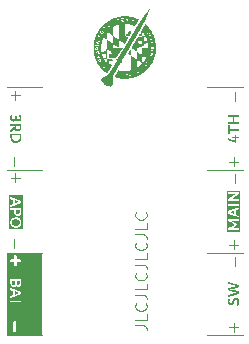
<source format=gbr>
%TF.GenerationSoftware,KiCad,Pcbnew,9.0.0*%
%TF.CreationDate,2025-05-09T11:35:13-04:00*%
%TF.ProjectId,Blue Raven Extension,426c7565-2052-4617-9665-6e2045787465,rev?*%
%TF.SameCoordinates,Original*%
%TF.FileFunction,Legend,Top*%
%TF.FilePolarity,Positive*%
%FSLAX46Y46*%
G04 Gerber Fmt 4.6, Leading zero omitted, Abs format (unit mm)*
G04 Created by KiCad (PCBNEW 9.0.0) date 2025-05-09 11:35:13*
%MOMM*%
%LPD*%
G01*
G04 APERTURE LIST*
%ADD10C,0.100000*%
%ADD11C,0.200000*%
%ADD12C,0.000000*%
G04 APERTURE END LIST*
D10*
X209000000Y-91750000D02*
X206000000Y-91750000D01*
X209000000Y-98750000D02*
X206000000Y-98750000D01*
X192000000Y-105750000D02*
X189000000Y-105750000D01*
X192000000Y-98750000D02*
X189000000Y-98750000D01*
X192000000Y-91750000D02*
X189000000Y-91750000D01*
X192000000Y-112750000D02*
X189000000Y-112750000D01*
X209000000Y-105750000D02*
X206000000Y-105750000D01*
X209000000Y-112750000D02*
X206000000Y-112750000D01*
D11*
G36*
X189889844Y-112590143D02*
G01*
X189467622Y-112590143D01*
X189467622Y-111619048D01*
X189578733Y-111619048D01*
X189578733Y-112380953D01*
X189580654Y-112400462D01*
X189595586Y-112436510D01*
X189623176Y-112464100D01*
X189659224Y-112479032D01*
X189698242Y-112479032D01*
X189734290Y-112464100D01*
X189761880Y-112436510D01*
X189776812Y-112400462D01*
X189778733Y-112380953D01*
X189778733Y-111619048D01*
X189776812Y-111599539D01*
X189761880Y-111563491D01*
X189734290Y-111535901D01*
X189698242Y-111520969D01*
X189659224Y-111520969D01*
X189623176Y-111535901D01*
X189595586Y-111563491D01*
X189580654Y-111599539D01*
X189578733Y-111619048D01*
X189467622Y-111619048D01*
X189467622Y-111409858D01*
X189889844Y-111409858D01*
X189889844Y-112590143D01*
G37*
D10*
X207869048Y-98076466D02*
X208630953Y-98076466D01*
X208250000Y-98457419D02*
X208250000Y-97695514D01*
X189673533Y-104619048D02*
X189673533Y-105380953D01*
D11*
G36*
X190340141Y-107018875D02*
G01*
X189159857Y-107018875D01*
X189159857Y-106409224D01*
X189270968Y-106409224D01*
X189270968Y-106448242D01*
X189285900Y-106484290D01*
X189313490Y-106511880D01*
X189349538Y-106526812D01*
X189369047Y-106528733D01*
X189649999Y-106528733D01*
X189649999Y-106809685D01*
X189651920Y-106829194D01*
X189666852Y-106865242D01*
X189694442Y-106892832D01*
X189730490Y-106907764D01*
X189769508Y-106907764D01*
X189805556Y-106892832D01*
X189833146Y-106865242D01*
X189848078Y-106829194D01*
X189849999Y-106809685D01*
X189849999Y-106528733D01*
X190130951Y-106528733D01*
X190150460Y-106526812D01*
X190186508Y-106511880D01*
X190214098Y-106484290D01*
X190229030Y-106448242D01*
X190229030Y-106409224D01*
X190214098Y-106373176D01*
X190186508Y-106345586D01*
X190150460Y-106330654D01*
X190130951Y-106328733D01*
X189849999Y-106328733D01*
X189849999Y-106047780D01*
X189848078Y-106028271D01*
X189833146Y-105992223D01*
X189805556Y-105964633D01*
X189769508Y-105949701D01*
X189730490Y-105949701D01*
X189694442Y-105964633D01*
X189666852Y-105992223D01*
X189651920Y-106028271D01*
X189649999Y-106047780D01*
X189649999Y-106328733D01*
X189369047Y-106328733D01*
X189349538Y-106330654D01*
X189313490Y-106345586D01*
X189285900Y-106373176D01*
X189270968Y-106409224D01*
X189159857Y-106409224D01*
X189159857Y-105838590D01*
X190340141Y-105838590D01*
X190340141Y-107018875D01*
G37*
D10*
G36*
X208684539Y-109900845D02*
G01*
X208681277Y-109969458D01*
X208671826Y-110032216D01*
X208656573Y-110089767D01*
X208622574Y-110170924D01*
X208578171Y-110240831D01*
X208466308Y-110166703D01*
X208504163Y-110103198D01*
X208529933Y-110037987D01*
X208545301Y-109971178D01*
X208550205Y-109909271D01*
X208546074Y-109848197D01*
X208535035Y-109802185D01*
X208518576Y-109767977D01*
X208494119Y-109740882D01*
X208463199Y-109724715D01*
X208423688Y-109719006D01*
X208387982Y-109723447D01*
X208360429Y-109735798D01*
X208337408Y-109757017D01*
X208314023Y-109793195D01*
X208292918Y-109838654D01*
X208264808Y-109910675D01*
X208254977Y-109937237D01*
X208220248Y-110021835D01*
X208190497Y-110080668D01*
X208154717Y-110129635D01*
X208109836Y-110168107D01*
X208075138Y-110186224D01*
X208033795Y-110197635D01*
X207984295Y-110201691D01*
X207931704Y-110196378D01*
X207886655Y-110181153D01*
X207847580Y-110156262D01*
X207814128Y-110123275D01*
X207786834Y-110084150D01*
X207765514Y-110038048D01*
X207745604Y-109963414D01*
X207738831Y-109882710D01*
X207744846Y-109798713D01*
X207762627Y-109719297D01*
X207792166Y-109643544D01*
X207833963Y-109570689D01*
X207945887Y-109643413D01*
X207911074Y-109706373D01*
X207888551Y-109761687D01*
X207875069Y-109818829D01*
X207870355Y-109884114D01*
X207873806Y-109931030D01*
X207883254Y-109968162D01*
X207897772Y-109997443D01*
X207918891Y-110020710D01*
X207945262Y-110034533D01*
X207978616Y-110039391D01*
X208006560Y-110035445D01*
X208029968Y-110024004D01*
X208050222Y-110004710D01*
X208072894Y-109970881D01*
X208093437Y-109928678D01*
X208119239Y-109863109D01*
X208129070Y-109835143D01*
X208162460Y-109749017D01*
X208191474Y-109688231D01*
X208227360Y-109636731D01*
X208275676Y-109593099D01*
X208313510Y-109572001D01*
X208359372Y-109558665D01*
X208415200Y-109553898D01*
X208471779Y-109559074D01*
X208520617Y-109573900D01*
X208563211Y-109597984D01*
X208599979Y-109630559D01*
X208630299Y-109670751D01*
X208654375Y-109719678D01*
X208670654Y-109772294D01*
X208680927Y-109832310D01*
X208684539Y-109900845D01*
G37*
G36*
X207758370Y-108251290D02*
G01*
X207768140Y-108251290D01*
X208665000Y-108494739D01*
X208665000Y-108689156D01*
X208134748Y-108824894D01*
X208027951Y-108847997D01*
X207910900Y-108868247D01*
X208027951Y-108888497D01*
X208134748Y-108911600D01*
X208665000Y-109041720D01*
X208665000Y-109237603D01*
X207768140Y-109485265D01*
X207758370Y-109485265D01*
X207758370Y-109322966D01*
X208294239Y-109184480D01*
X208395661Y-109159995D01*
X208516683Y-109136914D01*
X208382155Y-109114483D01*
X208294239Y-109094965D01*
X207758370Y-108955014D01*
X207758370Y-108771771D01*
X208290026Y-108631820D01*
X208385988Y-108609593D01*
X208518087Y-108585658D01*
X208290026Y-108539496D01*
X207758370Y-108409376D01*
X207758370Y-108251290D01*
G37*
X208326466Y-106880951D02*
X208326466Y-106119047D01*
X189673533Y-97619048D02*
X189673533Y-98380953D01*
X207869048Y-105076466D02*
X208630953Y-105076466D01*
X208250000Y-105457419D02*
X208250000Y-104695514D01*
X208326466Y-92880951D02*
X208326466Y-92119047D01*
X199872419Y-111910401D02*
X200586704Y-111910401D01*
X200586704Y-111910401D02*
X200729561Y-111958020D01*
X200729561Y-111958020D02*
X200824800Y-112053258D01*
X200824800Y-112053258D02*
X200872419Y-112196115D01*
X200872419Y-112196115D02*
X200872419Y-112291353D01*
X200872419Y-110958020D02*
X200872419Y-111434210D01*
X200872419Y-111434210D02*
X199872419Y-111434210D01*
X200777180Y-110053258D02*
X200824800Y-110100877D01*
X200824800Y-110100877D02*
X200872419Y-110243734D01*
X200872419Y-110243734D02*
X200872419Y-110338972D01*
X200872419Y-110338972D02*
X200824800Y-110481829D01*
X200824800Y-110481829D02*
X200729561Y-110577067D01*
X200729561Y-110577067D02*
X200634323Y-110624686D01*
X200634323Y-110624686D02*
X200443847Y-110672305D01*
X200443847Y-110672305D02*
X200300990Y-110672305D01*
X200300990Y-110672305D02*
X200110514Y-110624686D01*
X200110514Y-110624686D02*
X200015276Y-110577067D01*
X200015276Y-110577067D02*
X199920038Y-110481829D01*
X199920038Y-110481829D02*
X199872419Y-110338972D01*
X199872419Y-110338972D02*
X199872419Y-110243734D01*
X199872419Y-110243734D02*
X199920038Y-110100877D01*
X199920038Y-110100877D02*
X199967657Y-110053258D01*
X199872419Y-109338972D02*
X200586704Y-109338972D01*
X200586704Y-109338972D02*
X200729561Y-109386591D01*
X200729561Y-109386591D02*
X200824800Y-109481829D01*
X200824800Y-109481829D02*
X200872419Y-109624686D01*
X200872419Y-109624686D02*
X200872419Y-109719924D01*
X200872419Y-108386591D02*
X200872419Y-108862781D01*
X200872419Y-108862781D02*
X199872419Y-108862781D01*
X200777180Y-107481829D02*
X200824800Y-107529448D01*
X200824800Y-107529448D02*
X200872419Y-107672305D01*
X200872419Y-107672305D02*
X200872419Y-107767543D01*
X200872419Y-107767543D02*
X200824800Y-107910400D01*
X200824800Y-107910400D02*
X200729561Y-108005638D01*
X200729561Y-108005638D02*
X200634323Y-108053257D01*
X200634323Y-108053257D02*
X200443847Y-108100876D01*
X200443847Y-108100876D02*
X200300990Y-108100876D01*
X200300990Y-108100876D02*
X200110514Y-108053257D01*
X200110514Y-108053257D02*
X200015276Y-108005638D01*
X200015276Y-108005638D02*
X199920038Y-107910400D01*
X199920038Y-107910400D02*
X199872419Y-107767543D01*
X199872419Y-107767543D02*
X199872419Y-107672305D01*
X199872419Y-107672305D02*
X199920038Y-107529448D01*
X199920038Y-107529448D02*
X199967657Y-107481829D01*
X199872419Y-106767543D02*
X200586704Y-106767543D01*
X200586704Y-106767543D02*
X200729561Y-106815162D01*
X200729561Y-106815162D02*
X200824800Y-106910400D01*
X200824800Y-106910400D02*
X200872419Y-107053257D01*
X200872419Y-107053257D02*
X200872419Y-107148495D01*
X200872419Y-105815162D02*
X200872419Y-106291352D01*
X200872419Y-106291352D02*
X199872419Y-106291352D01*
X200777180Y-104910400D02*
X200824800Y-104958019D01*
X200824800Y-104958019D02*
X200872419Y-105100876D01*
X200872419Y-105100876D02*
X200872419Y-105196114D01*
X200872419Y-105196114D02*
X200824800Y-105338971D01*
X200824800Y-105338971D02*
X200729561Y-105434209D01*
X200729561Y-105434209D02*
X200634323Y-105481828D01*
X200634323Y-105481828D02*
X200443847Y-105529447D01*
X200443847Y-105529447D02*
X200300990Y-105529447D01*
X200300990Y-105529447D02*
X200110514Y-105481828D01*
X200110514Y-105481828D02*
X200015276Y-105434209D01*
X200015276Y-105434209D02*
X199920038Y-105338971D01*
X199920038Y-105338971D02*
X199872419Y-105196114D01*
X199872419Y-105196114D02*
X199872419Y-105100876D01*
X199872419Y-105100876D02*
X199920038Y-104958019D01*
X199920038Y-104958019D02*
X199967657Y-104910400D01*
X199872419Y-104196114D02*
X200586704Y-104196114D01*
X200586704Y-104196114D02*
X200729561Y-104243733D01*
X200729561Y-104243733D02*
X200824800Y-104338971D01*
X200824800Y-104338971D02*
X200872419Y-104481828D01*
X200872419Y-104481828D02*
X200872419Y-104577066D01*
X200872419Y-103243733D02*
X200872419Y-103719923D01*
X200872419Y-103719923D02*
X199872419Y-103719923D01*
X200777180Y-102338971D02*
X200824800Y-102386590D01*
X200824800Y-102386590D02*
X200872419Y-102529447D01*
X200872419Y-102529447D02*
X200872419Y-102624685D01*
X200872419Y-102624685D02*
X200824800Y-102767542D01*
X200824800Y-102767542D02*
X200729561Y-102862780D01*
X200729561Y-102862780D02*
X200634323Y-102910399D01*
X200634323Y-102910399D02*
X200443847Y-102958018D01*
X200443847Y-102958018D02*
X200300990Y-102958018D01*
X200300990Y-102958018D02*
X200110514Y-102910399D01*
X200110514Y-102910399D02*
X200015276Y-102862780D01*
X200015276Y-102862780D02*
X199920038Y-102767542D01*
X199920038Y-102767542D02*
X199872419Y-102624685D01*
X199872419Y-102624685D02*
X199872419Y-102529447D01*
X199872419Y-102529447D02*
X199920038Y-102386590D01*
X199920038Y-102386590D02*
X199967657Y-102338971D01*
X208326466Y-99880951D02*
X208326466Y-99119047D01*
G36*
X190093862Y-109169060D02*
G01*
X189706249Y-109306141D01*
X189706249Y-109033322D01*
X190093862Y-109169060D01*
G37*
G36*
X189738061Y-108309630D02*
G01*
X189738061Y-108343214D01*
X189733242Y-108399941D01*
X189720328Y-108442164D01*
X189700753Y-108473273D01*
X189673353Y-108497185D01*
X189640403Y-108511622D01*
X189600186Y-108516687D01*
X189562593Y-108511958D01*
X189530687Y-108498293D01*
X189503100Y-108475410D01*
X189483484Y-108445393D01*
X189470199Y-108401941D01*
X189465120Y-108340405D01*
X189465120Y-108165527D01*
X189738061Y-108165527D01*
X189738061Y-108309630D01*
G37*
G36*
X190112913Y-108329231D02*
G01*
X190108781Y-108377668D01*
X190097527Y-108415094D01*
X190080184Y-108443903D01*
X190055995Y-108466472D01*
X190027503Y-108479865D01*
X189993295Y-108484508D01*
X189949556Y-108478644D01*
X189917135Y-108462488D01*
X189893155Y-108436209D01*
X189876867Y-108402691D01*
X189866366Y-108361123D01*
X189862564Y-108309630D01*
X189862564Y-108165527D01*
X190112913Y-108165527D01*
X190112913Y-108329231D01*
G37*
G36*
X190352740Y-110390682D02*
G01*
X189223889Y-110390682D01*
X189223889Y-109820639D01*
X189335000Y-109820639D01*
X189335000Y-109980129D01*
X190104548Y-109980129D01*
X190104548Y-110279571D01*
X190241629Y-110279571D01*
X190241629Y-109517106D01*
X190104548Y-109517106D01*
X190104548Y-109820639D01*
X189335000Y-109820639D01*
X189223889Y-109820639D01*
X189223889Y-108904667D01*
X189335000Y-108904667D01*
X189577533Y-108988565D01*
X189577533Y-109033322D01*
X189577533Y-109306141D01*
X189577533Y-109352303D01*
X189335000Y-109437666D01*
X189335000Y-109605522D01*
X189344769Y-109605522D01*
X190241629Y-109271153D01*
X190241629Y-109073927D01*
X189344769Y-108740963D01*
X189335000Y-108740963D01*
X189335000Y-108904667D01*
X189223889Y-108904667D01*
X189223889Y-108165527D01*
X189335000Y-108165527D01*
X189335000Y-108340405D01*
X189335000Y-108346023D01*
X189338935Y-108417360D01*
X189349979Y-108477912D01*
X189367240Y-108529266D01*
X189392495Y-108576822D01*
X189422645Y-108614376D01*
X189457793Y-108643327D01*
X189498167Y-108664413D01*
X189543405Y-108677323D01*
X189594630Y-108681795D01*
X189641349Y-108677055D01*
X189685854Y-108662867D01*
X189726502Y-108638857D01*
X189763768Y-108602722D01*
X189792822Y-108557253D01*
X189813593Y-108498491D01*
X189835027Y-108546390D01*
X189860857Y-108583068D01*
X189890957Y-108610416D01*
X189926354Y-108630625D01*
X189964420Y-108642703D01*
X190005996Y-108646808D01*
X190051305Y-108642556D01*
X190091869Y-108630182D01*
X190128667Y-108609744D01*
X190160618Y-108582100D01*
X190188268Y-108546395D01*
X190211648Y-108501300D01*
X190227716Y-108452841D01*
X190237978Y-108395960D01*
X190241629Y-108329231D01*
X190241629Y-108006037D01*
X189335000Y-108006037D01*
X189335000Y-108165527D01*
X189223889Y-108165527D01*
X189223889Y-107894926D01*
X190352740Y-107894926D01*
X190352740Y-110390682D01*
G37*
X190130951Y-92423533D02*
X189369047Y-92423533D01*
X189749999Y-92042580D02*
X189749999Y-92804485D01*
G36*
X208331669Y-95808827D02*
G01*
X208461789Y-95808827D01*
X208461789Y-95927773D01*
X208665000Y-95927773D01*
X208665000Y-96087264D01*
X208461789Y-96087264D01*
X208461789Y-96495760D01*
X208391753Y-96495760D01*
X207758370Y-96241137D01*
X207758370Y-96062046D01*
X208331669Y-96309708D01*
X208331669Y-96087264D01*
X208071001Y-96057894D01*
X208071001Y-95927773D01*
X208331669Y-95927773D01*
X208331669Y-95808827D01*
G37*
G36*
X207758370Y-94989270D02*
G01*
X207895451Y-94989270D01*
X207895451Y-95288712D01*
X208665000Y-95288712D01*
X208665000Y-95448203D01*
X207895451Y-95448203D01*
X207895451Y-95751735D01*
X207758370Y-95751735D01*
X207758370Y-94989270D01*
G37*
G36*
X207758370Y-94238285D02*
G01*
X207758370Y-94078794D01*
X208665000Y-94078794D01*
X208665000Y-94238285D01*
X208273112Y-94238285D01*
X208273112Y-94699965D01*
X208665000Y-94699965D01*
X208665000Y-94859455D01*
X207758370Y-94859455D01*
X207758370Y-94699965D01*
X208137435Y-94699965D01*
X208137435Y-94238285D01*
X207758370Y-94238285D01*
G37*
G36*
X189859428Y-102930712D02*
G01*
X189917803Y-102941193D01*
X189968810Y-102957799D01*
X190015881Y-102982300D01*
X190054645Y-103013425D01*
X190086107Y-103051527D01*
X190108946Y-103095302D01*
X190123208Y-103146505D01*
X190128239Y-103206804D01*
X190123126Y-103265133D01*
X190108633Y-103314450D01*
X190085375Y-103356464D01*
X190053570Y-103392655D01*
X190013934Y-103422451D01*
X189965268Y-103446040D01*
X189912971Y-103461860D01*
X189852971Y-103471878D01*
X189784101Y-103475410D01*
X189717200Y-103471722D01*
X189658826Y-103461241D01*
X189607819Y-103444636D01*
X189560747Y-103420134D01*
X189521983Y-103389009D01*
X189490521Y-103350908D01*
X189467632Y-103307153D01*
X189453394Y-103256385D01*
X189448389Y-103197035D01*
X189454684Y-103132124D01*
X189472454Y-103078280D01*
X189501024Y-103033240D01*
X189541079Y-102995534D01*
X189588567Y-102966996D01*
X189645127Y-102945603D01*
X189712443Y-102931914D01*
X189792527Y-102927024D01*
X189859428Y-102930712D01*
G37*
G36*
X190110104Y-102321058D02*
G01*
X190105030Y-102379566D01*
X190091339Y-102423718D01*
X190070415Y-102456796D01*
X190041005Y-102481750D01*
X190003109Y-102497328D01*
X189954094Y-102502958D01*
X189902683Y-102497175D01*
X189863076Y-102481219D01*
X189832454Y-102455755D01*
X189809381Y-102419512D01*
X189794062Y-102369509D01*
X189788314Y-102301457D01*
X189788314Y-102174146D01*
X190110104Y-102174146D01*
X190110104Y-102321058D01*
G37*
G36*
X190093862Y-101449416D02*
G01*
X189706249Y-101586497D01*
X189706249Y-101313678D01*
X190093862Y-101449416D01*
G37*
G36*
X190372279Y-103751630D02*
G01*
X189204349Y-103751630D01*
X189204349Y-103197035D01*
X189315460Y-103197035D01*
X189321268Y-103277876D01*
X189338206Y-103351873D01*
X189365957Y-103420151D01*
X189405324Y-103481821D01*
X189456975Y-103535014D01*
X189522395Y-103580374D01*
X189575941Y-103605680D01*
X189636874Y-103624488D01*
X189706305Y-103636350D01*
X189785505Y-103640519D01*
X189878975Y-103634719D01*
X189961475Y-103618120D01*
X190034572Y-103591548D01*
X190101316Y-103553111D01*
X190156553Y-103504406D01*
X190201512Y-103444636D01*
X190233836Y-103376961D01*
X190254050Y-103298441D01*
X190261168Y-103206804D01*
X190255365Y-103125959D01*
X190238417Y-103051707D01*
X190210610Y-102982956D01*
X190171233Y-102920868D01*
X190119577Y-102867462D01*
X190054173Y-102822061D01*
X190000657Y-102796756D01*
X189939745Y-102777949D01*
X189870326Y-102766085D01*
X189791123Y-102761916D01*
X189697686Y-102767791D01*
X189615189Y-102784611D01*
X189542056Y-102811558D01*
X189475286Y-102850418D01*
X189420025Y-102899377D01*
X189375055Y-102959203D01*
X189342765Y-103026874D01*
X189322571Y-103105394D01*
X189315460Y-103197035D01*
X189204349Y-103197035D01*
X189204349Y-102174146D01*
X189335000Y-102174146D01*
X189656789Y-102174146D01*
X189656789Y-102301457D01*
X189656789Y-102315440D01*
X189661614Y-102391132D01*
X189675187Y-102455355D01*
X189696540Y-102509918D01*
X189727039Y-102559616D01*
X189763006Y-102598808D01*
X189804740Y-102628804D01*
X189851707Y-102650357D01*
X189903028Y-102663492D01*
X189959651Y-102668005D01*
X190014416Y-102663534D01*
X190063151Y-102650610D01*
X190106929Y-102629536D01*
X190145475Y-102600259D01*
X190178432Y-102562210D01*
X190206031Y-102514071D01*
X190225039Y-102461581D01*
X190237254Y-102398817D01*
X190241629Y-102323866D01*
X190241629Y-102014655D01*
X189335000Y-102014655D01*
X189335000Y-102174146D01*
X189204349Y-102174146D01*
X189204349Y-101185023D01*
X189335000Y-101185023D01*
X189577533Y-101268921D01*
X189577533Y-101313678D01*
X189577533Y-101586497D01*
X189577533Y-101632659D01*
X189335000Y-101718022D01*
X189335000Y-101885878D01*
X189344769Y-101885878D01*
X190241629Y-101551510D01*
X190241629Y-101354283D01*
X189344769Y-101021319D01*
X189335000Y-101021319D01*
X189335000Y-101185023D01*
X189204349Y-101185023D01*
X189204349Y-100910208D01*
X190372279Y-100910208D01*
X190372279Y-103751630D01*
G37*
G36*
X208293750Y-102490090D02*
G01*
X207906137Y-102354352D01*
X208293750Y-102217271D01*
X208293750Y-102490090D01*
G37*
G36*
X208776111Y-103969449D02*
G01*
X207647259Y-103969449D01*
X207647259Y-103080486D01*
X207758370Y-103080486D01*
X208156425Y-103287543D01*
X208285130Y-103350005D01*
X208372885Y-103384080D01*
X208290096Y-103416795D01*
X208156425Y-103480617D01*
X207758370Y-103686269D01*
X207758370Y-103858338D01*
X208665000Y-103858338D01*
X208665000Y-103704404D01*
X208025144Y-103704404D01*
X208156425Y-103642855D01*
X208532131Y-103453994D01*
X208532131Y-103316852D01*
X208156425Y-103125182D01*
X208090720Y-103093745D01*
X208027953Y-103067846D01*
X208665000Y-103067846D01*
X208665000Y-102911165D01*
X207758370Y-102911165D01*
X207758370Y-103080486D01*
X207647259Y-103080486D01*
X207647259Y-102252259D01*
X207758370Y-102252259D01*
X207758370Y-102354352D01*
X207758370Y-102449485D01*
X208655230Y-102782449D01*
X208665000Y-102782449D01*
X208665000Y-102618745D01*
X208422466Y-102534847D01*
X208422466Y-102171109D01*
X208665000Y-102085746D01*
X208665000Y-101917890D01*
X208655230Y-101917890D01*
X207758370Y-102252259D01*
X207647259Y-102252259D01*
X207647259Y-101789113D01*
X207758370Y-101789113D01*
X208665000Y-101789113D01*
X208665000Y-101629622D01*
X207758370Y-101629622D01*
X207758370Y-101789113D01*
X207647259Y-101789113D01*
X207647259Y-100796022D01*
X207758370Y-100796022D01*
X208431320Y-100796022D01*
X208385830Y-100819835D01*
X208335516Y-100852014D01*
X208298391Y-100877171D01*
X207758370Y-101242314D01*
X207758370Y-101412979D01*
X208665000Y-101412979D01*
X208665000Y-101257702D01*
X207996202Y-101257702D01*
X208051461Y-101229064D01*
X208108859Y-101192672D01*
X208150136Y-101165378D01*
X208665000Y-100816965D01*
X208665000Y-100642088D01*
X207758370Y-100642088D01*
X207758370Y-100796022D01*
X207647259Y-100796022D01*
X207647259Y-100530977D01*
X208776111Y-100530977D01*
X208776111Y-103969449D01*
G37*
G36*
X189826172Y-94474346D02*
G01*
X189804455Y-94533031D01*
X189776155Y-94578142D01*
X189741542Y-94612099D01*
X189699839Y-94637003D01*
X189652067Y-94652269D01*
X189596706Y-94657590D01*
X189544556Y-94653342D01*
X189497033Y-94640944D01*
X189453274Y-94620526D01*
X189414606Y-94592069D01*
X189381093Y-94554312D01*
X189352524Y-94505793D01*
X189332725Y-94452771D01*
X189320013Y-94389317D01*
X189315460Y-94313451D01*
X189319568Y-94239135D01*
X189331580Y-94170020D01*
X189350422Y-94105589D01*
X189371453Y-94057424D01*
X189488934Y-94110608D01*
X189471731Y-94152915D01*
X189458159Y-94202199D01*
X189449808Y-94253853D01*
X189446985Y-94307834D01*
X189451715Y-94366525D01*
X189464517Y-94411440D01*
X189484049Y-94445587D01*
X189511881Y-94472145D01*
X189546387Y-94488206D01*
X189589684Y-94493886D01*
X189637388Y-94488844D01*
X189674314Y-94474957D01*
X189703745Y-94450140D01*
X189726826Y-94409195D01*
X189739833Y-94357501D01*
X189745022Y-94278464D01*
X189745022Y-94214106D01*
X189862564Y-94225280D01*
X189862564Y-94331648D01*
X189886464Y-94385274D01*
X189908054Y-94421163D01*
X189933135Y-94449477D01*
X189959162Y-94467324D01*
X189989021Y-94477611D01*
X190026329Y-94481307D01*
X190053219Y-94477303D01*
X190078169Y-94465187D01*
X190099230Y-94445835D01*
X190116638Y-94417621D01*
X190127399Y-94383916D01*
X190131353Y-94340013D01*
X190125899Y-94288582D01*
X190108944Y-94235049D01*
X190082992Y-94183404D01*
X190048799Y-94132956D01*
X190138375Y-94053211D01*
X190190339Y-94119573D01*
X190227158Y-94190292D01*
X190249680Y-94266273D01*
X190257260Y-94346974D01*
X190253678Y-94408975D01*
X190243608Y-94461674D01*
X190227829Y-94506464D01*
X190205058Y-94547803D01*
X190178263Y-94580261D01*
X190147351Y-94605077D01*
X190112085Y-94623265D01*
X190073874Y-94634240D01*
X190031946Y-94637989D01*
X189986813Y-94633084D01*
X189946339Y-94618714D01*
X189909398Y-94594636D01*
X189877767Y-94563115D01*
X189849997Y-94523454D01*
X189826172Y-94474346D01*
G37*
G36*
X190241629Y-95153952D02*
G01*
X190237332Y-95228022D01*
X190225328Y-95290130D01*
X190206641Y-95342141D01*
X190179598Y-95389942D01*
X190147499Y-95427744D01*
X190110165Y-95456874D01*
X190067666Y-95477979D01*
X190020471Y-95490885D01*
X189967527Y-95495343D01*
X189904931Y-95489316D01*
X189849234Y-95471806D01*
X189799000Y-95442891D01*
X189756658Y-95403638D01*
X189722883Y-95353279D01*
X189697639Y-95289690D01*
X189344830Y-95548526D01*
X189335000Y-95548526D01*
X189335000Y-95368031D01*
X189662384Y-95134352D01*
X189803946Y-95134352D01*
X189809041Y-95196691D01*
X189822799Y-95244088D01*
X189843757Y-95279859D01*
X189873655Y-95307232D01*
X189912131Y-95324148D01*
X189961910Y-95330234D01*
X190008286Y-95324726D01*
X190044282Y-95309422D01*
X190072369Y-95284744D01*
X190092265Y-95252322D01*
X190105285Y-95209285D01*
X190110104Y-95152548D01*
X190110104Y-95014062D01*
X189803946Y-95014062D01*
X189803946Y-95134352D01*
X189662384Y-95134352D01*
X189678039Y-95123178D01*
X189678039Y-95014062D01*
X189335000Y-95014062D01*
X189335000Y-94854571D01*
X190241629Y-94854571D01*
X190241629Y-95153952D01*
G37*
G36*
X190241629Y-95965510D02*
G01*
X190236668Y-96061727D01*
X190222712Y-96143984D01*
X190200876Y-96214219D01*
X190171875Y-96274124D01*
X190135994Y-96325097D01*
X190091786Y-96367729D01*
X190037080Y-96402074D01*
X189970005Y-96428089D01*
X189888076Y-96444928D01*
X189788314Y-96451004D01*
X189711749Y-96446518D01*
X189644758Y-96433739D01*
X189586008Y-96413416D01*
X189534363Y-96385913D01*
X189486893Y-96350347D01*
X189446282Y-96309079D01*
X189412042Y-96261702D01*
X189383970Y-96207555D01*
X189357292Y-96130566D01*
X189340741Y-96045198D01*
X189335000Y-95950123D01*
X189335000Y-95926309D01*
X189470676Y-95926309D01*
X189474053Y-96005692D01*
X189483289Y-96069943D01*
X189497238Y-96121459D01*
X189519853Y-96168622D01*
X189551526Y-96207450D01*
X189593103Y-96239001D01*
X189641199Y-96260523D01*
X189704911Y-96274916D01*
X189788314Y-96280278D01*
X189873679Y-96274503D01*
X189940237Y-96258831D01*
X189991719Y-96235069D01*
X190031092Y-96204013D01*
X190061870Y-96164052D01*
X190085187Y-96113216D01*
X190100399Y-96049015D01*
X190105952Y-95968319D01*
X190105952Y-95839603D01*
X189470676Y-95839603D01*
X189470676Y-95926309D01*
X189335000Y-95926309D01*
X189335000Y-95680112D01*
X190241629Y-95680112D01*
X190241629Y-95965510D01*
G37*
X207869048Y-112076466D02*
X208630953Y-112076466D01*
X208250000Y-112457419D02*
X208250000Y-111695514D01*
X190130951Y-99423533D02*
X189369047Y-99423533D01*
X189749999Y-99042580D02*
X189749999Y-99804485D01*
D12*
%TO.C,G\u002A\u002A\u002A*%
G36*
X199008724Y-89381192D02*
G01*
X199009203Y-89383574D01*
X199007463Y-89388135D01*
X199005869Y-89388771D01*
X199002631Y-89386378D01*
X199002536Y-89385634D01*
X199004959Y-89381119D01*
X199005869Y-89380437D01*
X199008724Y-89381192D01*
G37*
G36*
X200765097Y-89883433D02*
G01*
X200782519Y-89888776D01*
X200798753Y-89893860D01*
X200812605Y-89898300D01*
X200822883Y-89901714D01*
X200828393Y-89903715D01*
X200828977Y-89904013D01*
X200827522Y-89906865D01*
X200822610Y-89913528D01*
X200815160Y-89922784D01*
X200811553Y-89927084D01*
X200792928Y-89949038D01*
X200776010Y-89915325D01*
X200768718Y-89900414D01*
X200764434Y-89890589D01*
X200762910Y-89885119D01*
X200763896Y-89883274D01*
X200765097Y-89883433D01*
G37*
G36*
X201310733Y-88375982D02*
G01*
X201321301Y-88378114D01*
X201328909Y-88383256D01*
X201334046Y-88392289D01*
X201337199Y-88406097D01*
X201338855Y-88425561D01*
X201338921Y-88427019D01*
X201340304Y-88458649D01*
X201309515Y-88458649D01*
X201278726Y-88458649D01*
X201280059Y-88425461D01*
X201280848Y-88409835D01*
X201281951Y-88399294D01*
X201283726Y-88392258D01*
X201286530Y-88387143D01*
X201289509Y-88383633D01*
X201296849Y-88377665D01*
X201305342Y-88375799D01*
X201310733Y-88375982D01*
G37*
G36*
X196633765Y-88400343D02*
G01*
X196645462Y-88405834D01*
X196654055Y-88415694D01*
X196659943Y-88430504D01*
X196663523Y-88450842D01*
X196664725Y-88465859D01*
X196666532Y-88498654D01*
X196648545Y-88498674D01*
X196636164Y-88498961D01*
X196620376Y-88499698D01*
X196604413Y-88500731D01*
X196603054Y-88500835D01*
X196575551Y-88502976D01*
X196575551Y-88469212D01*
X196576567Y-88444767D01*
X196579844Y-88426148D01*
X196585724Y-88412793D01*
X196594547Y-88404143D01*
X196606655Y-88399638D01*
X196618567Y-88398641D01*
X196633765Y-88400343D01*
G37*
G36*
X200629333Y-90012151D02*
G01*
X200637454Y-90019110D01*
X200644626Y-90031808D01*
X200645263Y-90044761D01*
X200640591Y-90055617D01*
X200635544Y-90062237D01*
X200628336Y-90070601D01*
X200620368Y-90079225D01*
X200613039Y-90086621D01*
X200607749Y-90091306D01*
X200606123Y-90092197D01*
X200603092Y-90089983D01*
X200596565Y-90084052D01*
X200587690Y-90075469D01*
X200582801Y-90070585D01*
X200561382Y-90048974D01*
X200571229Y-90038485D01*
X200588496Y-90022309D01*
X200603924Y-90012531D01*
X200617530Y-90009147D01*
X200629333Y-90012151D01*
G37*
G36*
X199190819Y-86050079D02*
G01*
X199195782Y-86066294D01*
X199200894Y-86082892D01*
X199205242Y-86096910D01*
X199206209Y-86100006D01*
X199209467Y-86110505D01*
X199211749Y-86118053D01*
X199212520Y-86120842D01*
X199209363Y-86121215D01*
X199200383Y-86121155D01*
X199186409Y-86120687D01*
X199168269Y-86119836D01*
X199156723Y-86119207D01*
X199143939Y-86117860D01*
X199137118Y-86115663D01*
X199136061Y-86114016D01*
X199137563Y-86109766D01*
X199141583Y-86100734D01*
X199147588Y-86088062D01*
X199155040Y-86072894D01*
X199158965Y-86065081D01*
X199181696Y-86020154D01*
X199190819Y-86050079D01*
G37*
G36*
X201262591Y-87663050D02*
G01*
X201265318Y-87671448D01*
X201268509Y-87682260D01*
X201271624Y-87693559D01*
X201274123Y-87703415D01*
X201275466Y-87709902D01*
X201275517Y-87711336D01*
X201271989Y-87711986D01*
X201263264Y-87711994D01*
X201250777Y-87711389D01*
X201240206Y-87710586D01*
X201226137Y-87709154D01*
X201215056Y-87707611D01*
X201208299Y-87706170D01*
X201206869Y-87705291D01*
X201209687Y-87702087D01*
X201216154Y-87695986D01*
X201225007Y-87688071D01*
X201234983Y-87679425D01*
X201244819Y-87671130D01*
X201253253Y-87664270D01*
X201259020Y-87659927D01*
X201260868Y-87658996D01*
X201262591Y-87663050D01*
G37*
G36*
X201052906Y-87135651D02*
G01*
X201068647Y-87147609D01*
X201083940Y-87165914D01*
X201090471Y-87175801D01*
X201096062Y-87184789D01*
X201037557Y-87219973D01*
X201019893Y-87230564D01*
X201004256Y-87239878D01*
X200991513Y-87247405D01*
X200982530Y-87252633D01*
X200978172Y-87255052D01*
X200977906Y-87255158D01*
X200975726Y-87252548D01*
X200971398Y-87245870D01*
X200968205Y-87240557D01*
X200957849Y-87218642D01*
X200953731Y-87198906D01*
X200955600Y-87182254D01*
X200964147Y-87164670D01*
X200977844Y-87149409D01*
X200995274Y-87137647D01*
X201015019Y-87130563D01*
X201018683Y-87129880D01*
X201036369Y-87129816D01*
X201052906Y-87135651D01*
G37*
G36*
X196898116Y-89442257D02*
G01*
X196911090Y-89453510D01*
X196914555Y-89457960D01*
X196920421Y-89466840D01*
X196927188Y-89478186D01*
X196934120Y-89490601D01*
X196940479Y-89502689D01*
X196945528Y-89513056D01*
X196948530Y-89520304D01*
X196948906Y-89522984D01*
X196945478Y-89524977D01*
X196937346Y-89529401D01*
X196925723Y-89535604D01*
X196911819Y-89542935D01*
X196911596Y-89543051D01*
X196875926Y-89561754D01*
X196861092Y-89534437D01*
X196849333Y-89510862D01*
X196842130Y-89491513D01*
X196839431Y-89475797D01*
X196841182Y-89463125D01*
X196847330Y-89452904D01*
X196853226Y-89447613D01*
X196868810Y-89439246D01*
X196883898Y-89437481D01*
X196898116Y-89442257D01*
G37*
G36*
X196743346Y-88768425D02*
G01*
X196745732Y-88776754D01*
X196748534Y-88789023D01*
X196751073Y-88802027D01*
X196757737Y-88838699D01*
X196750822Y-88838348D01*
X196745032Y-88837554D01*
X196734214Y-88835639D01*
X196719859Y-88832881D01*
X196703457Y-88829558D01*
X196701642Y-88829180D01*
X196685696Y-88825755D01*
X196672237Y-88822677D01*
X196662546Y-88820253D01*
X196657905Y-88818790D01*
X196657717Y-88818666D01*
X196659813Y-88816497D01*
X196666448Y-88811649D01*
X196676444Y-88804869D01*
X196688621Y-88796906D01*
X196701800Y-88788509D01*
X196714801Y-88780425D01*
X196726446Y-88773404D01*
X196735556Y-88768193D01*
X196740950Y-88765542D01*
X196741710Y-88765356D01*
X196743346Y-88768425D01*
G37*
G36*
X201360750Y-88665685D02*
G01*
X201361263Y-88669905D01*
X201360587Y-88678386D01*
X201359057Y-88689226D01*
X201357007Y-88700523D01*
X201354774Y-88710374D01*
X201352691Y-88716878D01*
X201351466Y-88718420D01*
X201346944Y-88716689D01*
X201338537Y-88712399D01*
X201328050Y-88706469D01*
X201327841Y-88706346D01*
X201312850Y-88697464D01*
X201302808Y-88691351D01*
X201296918Y-88687390D01*
X201294385Y-88684966D01*
X201294411Y-88683463D01*
X201296200Y-88682267D01*
X201296490Y-88682118D01*
X201302056Y-88680033D01*
X201311644Y-88677135D01*
X201323559Y-88673856D01*
X201336107Y-88670631D01*
X201347592Y-88667893D01*
X201356321Y-88666075D01*
X201360596Y-88665610D01*
X201360750Y-88665685D01*
G37*
G36*
X199221607Y-90654375D02*
G01*
X199236319Y-90665487D01*
X199237658Y-90666852D01*
X199248847Y-90681332D01*
X199255728Y-90697676D01*
X199258879Y-90717552D01*
X199259236Y-90729115D01*
X199256792Y-90751495D01*
X199249710Y-90769771D01*
X199238362Y-90783502D01*
X199223121Y-90792252D01*
X199204362Y-90795581D01*
X199202622Y-90795600D01*
X199186178Y-90793971D01*
X199175303Y-90789693D01*
X199160962Y-90776424D01*
X199150435Y-90758764D01*
X199144119Y-90738045D01*
X199142410Y-90715601D01*
X199145706Y-90692767D01*
X199146073Y-90691408D01*
X199152241Y-90678107D01*
X199162243Y-90665641D01*
X199174239Y-90655858D01*
X199186391Y-90650606D01*
X199186757Y-90650534D01*
X199205479Y-90649517D01*
X199221607Y-90654375D01*
G37*
G36*
X200941707Y-89633137D02*
G01*
X200949543Y-89638889D01*
X200955263Y-89649098D01*
X200955143Y-89662314D01*
X200949198Y-89678358D01*
X200945105Y-89685673D01*
X200936289Y-89700103D01*
X200930259Y-89709716D01*
X200926398Y-89715427D01*
X200924090Y-89718154D01*
X200922784Y-89718814D01*
X200919398Y-89717083D01*
X200911933Y-89712481D01*
X200901814Y-89705898D01*
X200898582Y-89703742D01*
X200888135Y-89696257D01*
X200880288Y-89689724D01*
X200876374Y-89685285D01*
X200876165Y-89684573D01*
X200878283Y-89679180D01*
X200883749Y-89670470D01*
X200891353Y-89659993D01*
X200899883Y-89649297D01*
X200908128Y-89639929D01*
X200914877Y-89633438D01*
X200917594Y-89631618D01*
X200929451Y-89629610D01*
X200941707Y-89633137D01*
G37*
G36*
X197059613Y-87013791D02*
G01*
X197082754Y-87020694D01*
X197105358Y-87032143D01*
X197126127Y-87047734D01*
X197128444Y-87049873D01*
X197145182Y-87067705D01*
X197156368Y-87084772D01*
X197162765Y-87102441D01*
X197164714Y-87114850D01*
X197163741Y-87136132D01*
X197157245Y-87154671D01*
X197145980Y-87169974D01*
X197130700Y-87181547D01*
X197112159Y-87188898D01*
X197091111Y-87191533D01*
X197068309Y-87188959D01*
X197056571Y-87185594D01*
X197034625Y-87175651D01*
X197013859Y-87161892D01*
X196995617Y-87145527D01*
X196981241Y-87127763D01*
X196972071Y-87109810D01*
X196971915Y-87109353D01*
X196967560Y-87087317D01*
X196969252Y-87066408D01*
X196976552Y-87047546D01*
X196989019Y-87031653D01*
X197006213Y-87019650D01*
X197016924Y-87015235D01*
X197037236Y-87011836D01*
X197059613Y-87013791D01*
G37*
G36*
X196747150Y-89106569D02*
G01*
X196760432Y-89112900D01*
X196772467Y-89125353D01*
X196780278Y-89138339D01*
X196784681Y-89148058D01*
X196789498Y-89160112D01*
X196794176Y-89172906D01*
X196798165Y-89184843D01*
X196800915Y-89194328D01*
X196801874Y-89199766D01*
X196801703Y-89200402D01*
X196798446Y-89201791D01*
X196790395Y-89204873D01*
X196779034Y-89209105D01*
X196765852Y-89213946D01*
X196752335Y-89218854D01*
X196739971Y-89223287D01*
X196730244Y-89226705D01*
X196724644Y-89228564D01*
X196723887Y-89228750D01*
X196722644Y-89225818D01*
X196719752Y-89217922D01*
X196715699Y-89206417D01*
X196712765Y-89197913D01*
X196705401Y-89174685D01*
X196701178Y-89156426D01*
X196700159Y-89142187D01*
X196702412Y-89131022D01*
X196708000Y-89121983D01*
X196716989Y-89114122D01*
X196718611Y-89113002D01*
X196733063Y-89106543D01*
X196747150Y-89106569D01*
G37*
G36*
X196865823Y-87337153D02*
G01*
X196867876Y-87338336D01*
X196878336Y-87346741D01*
X196883861Y-87357025D01*
X196885220Y-87370907D01*
X196884891Y-87376485D01*
X196883164Y-87385430D01*
X196879553Y-87397564D01*
X196874665Y-87411384D01*
X196869110Y-87425384D01*
X196863495Y-87438061D01*
X196858428Y-87447910D01*
X196854519Y-87453426D01*
X196853531Y-87454056D01*
X196849520Y-87453028D01*
X196840835Y-87449606D01*
X196828788Y-87444340D01*
X196815793Y-87438302D01*
X196801936Y-87431632D01*
X196790430Y-87425975D01*
X196782531Y-87421956D01*
X196779525Y-87420238D01*
X196779909Y-87416371D01*
X196783097Y-87408158D01*
X196788379Y-87396919D01*
X196795044Y-87383976D01*
X196802382Y-87370649D01*
X196809682Y-87358258D01*
X196816236Y-87348125D01*
X196821331Y-87341569D01*
X196822360Y-87340588D01*
X196835740Y-87333379D01*
X196850692Y-87332211D01*
X196865823Y-87337153D01*
G37*
G36*
X199506617Y-88527716D02*
G01*
X199507089Y-88536400D01*
X199507524Y-88550999D01*
X199507918Y-88571136D01*
X199508265Y-88596437D01*
X199508563Y-88626525D01*
X199508807Y-88661024D01*
X199508992Y-88699558D01*
X199509113Y-88741751D01*
X199509167Y-88787226D01*
X199509168Y-88787859D01*
X199509153Y-88829439D01*
X199509080Y-88869035D01*
X199508953Y-88906149D01*
X199508777Y-88940282D01*
X199508555Y-88970938D01*
X199508293Y-88997619D01*
X199507995Y-89019826D01*
X199507666Y-89037063D01*
X199507309Y-89048832D01*
X199506929Y-89054634D01*
X199506769Y-89055173D01*
X199503534Y-89053326D01*
X199495386Y-89048155D01*
X199482938Y-89040065D01*
X199466806Y-89029460D01*
X199447603Y-89016744D01*
X199425944Y-89002321D01*
X199402444Y-88986596D01*
X199397588Y-88983337D01*
X199373694Y-88967305D01*
X199351447Y-88952395D01*
X199331475Y-88939025D01*
X199314408Y-88927618D01*
X199300874Y-88918592D01*
X199291501Y-88912367D01*
X199286919Y-88909365D01*
X199286649Y-88909198D01*
X199287230Y-88906228D01*
X199290818Y-88898347D01*
X199297454Y-88885487D01*
X199307180Y-88867574D01*
X199320034Y-88844539D01*
X199336059Y-88816310D01*
X199355295Y-88782816D01*
X199377781Y-88743987D01*
X199403560Y-88699752D01*
X199432670Y-88650039D01*
X199465154Y-88594778D01*
X199501051Y-88533897D01*
X199506113Y-88525324D01*
X199506617Y-88527716D01*
G37*
G36*
X199478532Y-87012830D02*
G01*
X199502596Y-87021106D01*
X199524621Y-87034196D01*
X199543725Y-87052059D01*
X199559023Y-87074657D01*
X199559699Y-87075965D01*
X199563161Y-87082534D01*
X199566001Y-87088122D01*
X199567996Y-87093291D01*
X199568923Y-87098608D01*
X199568557Y-87104634D01*
X199566676Y-87111935D01*
X199563055Y-87121073D01*
X199557471Y-87132614D01*
X199549700Y-87147120D01*
X199539518Y-87165155D01*
X199526702Y-87187283D01*
X199511028Y-87214069D01*
X199492273Y-87246076D01*
X199492101Y-87246370D01*
X199475890Y-87274004D01*
X199460618Y-87299914D01*
X199446630Y-87323523D01*
X199434272Y-87344254D01*
X199423888Y-87361529D01*
X199415825Y-87374770D01*
X199410429Y-87383402D01*
X199408047Y-87386842D01*
X199403712Y-87387673D01*
X199392890Y-87388350D01*
X199375761Y-87388871D01*
X199352504Y-87389232D01*
X199323297Y-87389432D01*
X199288320Y-87389467D01*
X199247753Y-87389335D01*
X199242952Y-87389310D01*
X199081649Y-87388444D01*
X199083778Y-87372911D01*
X199090518Y-87347466D01*
X199103070Y-87323822D01*
X199120617Y-87303081D01*
X199142341Y-87286342D01*
X199152059Y-87280994D01*
X199174049Y-87270160D01*
X199246646Y-87269146D01*
X199319244Y-87268132D01*
X199319244Y-87195670D01*
X199319440Y-87166098D01*
X199320139Y-87142183D01*
X199321508Y-87122920D01*
X199323715Y-87107308D01*
X199326927Y-87094341D01*
X199331311Y-87083018D01*
X199337035Y-87072336D01*
X199340798Y-87066395D01*
X199358546Y-87044985D01*
X199379555Y-87028620D01*
X199402941Y-87017261D01*
X199427821Y-87010868D01*
X199453313Y-87009404D01*
X199478532Y-87012830D01*
G37*
G36*
X201147638Y-85076092D02*
G01*
X201144572Y-85084994D01*
X201139547Y-85098876D01*
X201132795Y-85117124D01*
X201124554Y-85139124D01*
X201115056Y-85164263D01*
X201104537Y-85191924D01*
X201093232Y-85221495D01*
X201081374Y-85252361D01*
X201069199Y-85283907D01*
X201056941Y-85315520D01*
X201044836Y-85346584D01*
X201033117Y-85376486D01*
X201022019Y-85404611D01*
X201015276Y-85421584D01*
X200967897Y-85538812D01*
X200920338Y-85653237D01*
X200872753Y-85764536D01*
X200825298Y-85872387D01*
X200778125Y-85976467D01*
X200731388Y-86076454D01*
X200685242Y-86172027D01*
X200639841Y-86262863D01*
X200595339Y-86348640D01*
X200551889Y-86429035D01*
X200509646Y-86503727D01*
X200468764Y-86572394D01*
X200452636Y-86598405D01*
X200449559Y-86603493D01*
X200443253Y-86614091D01*
X200433842Y-86629986D01*
X200421453Y-86650964D01*
X200406210Y-86676811D01*
X200388239Y-86707315D01*
X200367664Y-86742260D01*
X200344612Y-86781434D01*
X200319207Y-86824624D01*
X200291576Y-86871615D01*
X200261842Y-86922194D01*
X200230132Y-86976148D01*
X200196571Y-87033263D01*
X200161284Y-87093325D01*
X200124396Y-87156121D01*
X200086034Y-87221437D01*
X200046321Y-87289060D01*
X200005383Y-87358776D01*
X199963346Y-87430372D01*
X199920335Y-87503634D01*
X199876475Y-87578349D01*
X199831891Y-87654302D01*
X199786710Y-87731281D01*
X199741055Y-87809072D01*
X199695053Y-87887461D01*
X199648829Y-87966234D01*
X199602508Y-88045179D01*
X199556215Y-88124082D01*
X199510076Y-88202728D01*
X199464215Y-88280905D01*
X199418759Y-88358399D01*
X199373833Y-88434996D01*
X199329561Y-88510483D01*
X199286070Y-88584647D01*
X199243483Y-88657273D01*
X199201928Y-88728148D01*
X199161529Y-88797059D01*
X199122411Y-88863792D01*
X199084700Y-88928133D01*
X199048520Y-88989869D01*
X199013998Y-89048787D01*
X198981259Y-89104672D01*
X198950428Y-89157312D01*
X198921629Y-89206492D01*
X198894989Y-89252000D01*
X198870633Y-89293621D01*
X198848686Y-89331142D01*
X198829274Y-89364349D01*
X198812521Y-89393029D01*
X198798553Y-89416969D01*
X198787495Y-89435954D01*
X198779473Y-89449772D01*
X198774612Y-89458209D01*
X198773137Y-89460835D01*
X198772231Y-89464463D01*
X198771825Y-89471352D01*
X198771945Y-89482027D01*
X198772616Y-89497017D01*
X198773865Y-89516847D01*
X198775718Y-89542045D01*
X198778201Y-89573137D01*
X198779387Y-89587473D01*
X198781659Y-89615126D01*
X198783698Y-89640746D01*
X198785448Y-89663557D01*
X198786852Y-89682785D01*
X198787853Y-89697652D01*
X198788395Y-89707385D01*
X198788433Y-89711163D01*
X198785366Y-89710957D01*
X198777238Y-89707492D01*
X198764631Y-89701063D01*
X198748125Y-89691964D01*
X198730974Y-89682063D01*
X198712915Y-89671679D01*
X198697103Y-89663017D01*
X198684385Y-89656511D01*
X198675609Y-89652592D01*
X198671622Y-89651693D01*
X198671552Y-89651745D01*
X198669608Y-89654863D01*
X198664452Y-89663464D01*
X198656244Y-89677277D01*
X198645143Y-89696032D01*
X198631309Y-89719459D01*
X198614899Y-89747287D01*
X198596074Y-89779246D01*
X198574991Y-89815066D01*
X198551811Y-89854476D01*
X198526692Y-89897206D01*
X198499794Y-89942986D01*
X198471275Y-89991544D01*
X198441294Y-90042612D01*
X198410011Y-90095918D01*
X198377584Y-90151192D01*
X198344172Y-90208164D01*
X198322011Y-90245964D01*
X197975357Y-90837295D01*
X197977732Y-91174028D01*
X197980106Y-91510761D01*
X197921588Y-91610638D01*
X197907818Y-91634023D01*
X197895041Y-91655504D01*
X197883658Y-91674417D01*
X197874075Y-91690101D01*
X197866695Y-91701895D01*
X197861922Y-91709136D01*
X197860227Y-91711214D01*
X197855496Y-91710579D01*
X197847470Y-91708117D01*
X197845717Y-91707469D01*
X197834490Y-91703261D01*
X197818761Y-91697464D01*
X197799259Y-91690340D01*
X197776711Y-91682149D01*
X197751849Y-91673154D01*
X197725399Y-91663614D01*
X197698091Y-91653792D01*
X197670655Y-91643949D01*
X197643818Y-91634346D01*
X197618310Y-91625244D01*
X197594860Y-91616904D01*
X197574196Y-91609588D01*
X197557047Y-91603557D01*
X197544142Y-91599071D01*
X197536211Y-91596393D01*
X197533947Y-91595727D01*
X197530773Y-91598440D01*
X197525406Y-91605679D01*
X197518808Y-91616097D01*
X197516110Y-91620731D01*
X197509597Y-91631975D01*
X197504382Y-91640597D01*
X197501279Y-91645269D01*
X197500808Y-91645734D01*
X197497827Y-91644107D01*
X197489748Y-91639479D01*
X197477219Y-91632230D01*
X197460888Y-91622739D01*
X197441403Y-91611387D01*
X197419414Y-91598554D01*
X197395568Y-91584619D01*
X197370514Y-91569961D01*
X197344901Y-91554962D01*
X197319376Y-91540000D01*
X197294588Y-91525456D01*
X197271185Y-91511709D01*
X197249816Y-91499139D01*
X197231130Y-91488126D01*
X197215774Y-91479050D01*
X197204397Y-91472291D01*
X197197647Y-91468228D01*
X197196020Y-91467189D01*
X197197003Y-91463956D01*
X197200731Y-91456420D01*
X197206492Y-91445982D01*
X197209004Y-91441651D01*
X197215621Y-91430367D01*
X197220853Y-91421405D01*
X197223851Y-91416224D01*
X197224214Y-91415573D01*
X197221948Y-91413116D01*
X197215088Y-91406729D01*
X197204099Y-91396822D01*
X197189448Y-91383806D01*
X197171599Y-91368092D01*
X197151019Y-91350091D01*
X197128173Y-91330215D01*
X197103528Y-91308874D01*
X197093894Y-91300558D01*
X197068645Y-91278727D01*
X197044986Y-91258167D01*
X197023387Y-91239293D01*
X197004321Y-91222523D01*
X196988257Y-91208274D01*
X196975668Y-91196962D01*
X196967024Y-91189004D01*
X196962798Y-91184817D01*
X196962448Y-91184308D01*
X196964041Y-91180300D01*
X196968654Y-91171428D01*
X196975804Y-91158504D01*
X196985008Y-91142336D01*
X196995783Y-91123736D01*
X197007647Y-91103514D01*
X197020116Y-91082480D01*
X197032708Y-91061445D01*
X197044939Y-91041218D01*
X197056327Y-91022609D01*
X197066390Y-91006430D01*
X197074644Y-90993490D01*
X197080606Y-90984600D01*
X197083794Y-90980569D01*
X197083913Y-90980482D01*
X197087723Y-90978297D01*
X197096966Y-90973114D01*
X197111236Y-90965157D01*
X197130130Y-90954652D01*
X197153243Y-90941821D01*
X197180170Y-90926890D01*
X197210506Y-90910083D01*
X197243847Y-90891624D01*
X197279788Y-90871737D01*
X197317925Y-90850647D01*
X197357853Y-90828577D01*
X197380000Y-90816341D01*
X197669382Y-90656476D01*
X198017734Y-90062224D01*
X198051744Y-90004195D01*
X198084838Y-89947707D01*
X198116861Y-89893028D01*
X198147654Y-89840424D01*
X198177063Y-89790166D01*
X198204930Y-89742520D01*
X198231098Y-89697756D01*
X198255411Y-89656140D01*
X198277713Y-89617943D01*
X198297847Y-89583430D01*
X198315656Y-89552871D01*
X198330984Y-89526535D01*
X198343674Y-89504688D01*
X198353569Y-89487599D01*
X198360513Y-89475537D01*
X198364350Y-89468770D01*
X198365102Y-89467326D01*
X198362054Y-89465525D01*
X198354143Y-89460889D01*
X198342265Y-89453941D01*
X198327316Y-89445205D01*
X198310193Y-89435207D01*
X198308278Y-89434089D01*
X198291029Y-89423912D01*
X198275948Y-89414807D01*
X198263914Y-89407320D01*
X198255807Y-89402000D01*
X198252507Y-89399396D01*
X198252475Y-89399301D01*
X198255412Y-89397473D01*
X198263760Y-89393224D01*
X198276848Y-89386872D01*
X198294008Y-89378734D01*
X198314570Y-89369128D01*
X198337865Y-89358371D01*
X198363224Y-89346779D01*
X198364990Y-89345976D01*
X198477467Y-89294847D01*
X199304242Y-87884345D01*
X199357113Y-87794139D01*
X199409228Y-87705207D01*
X199460482Y-87617731D01*
X199510767Y-87531893D01*
X199559978Y-87447874D01*
X199608009Y-87365857D01*
X199654753Y-87286022D01*
X199700105Y-87208553D01*
X199743957Y-87133630D01*
X199786203Y-87061435D01*
X199826738Y-86992150D01*
X199865454Y-86925956D01*
X199902247Y-86863036D01*
X199937009Y-86803571D01*
X199969634Y-86747742D01*
X200000016Y-86695732D01*
X200028049Y-86647723D01*
X200053626Y-86603895D01*
X200076642Y-86564431D01*
X200096989Y-86529512D01*
X200114562Y-86499321D01*
X200129255Y-86474038D01*
X200140961Y-86453846D01*
X200149574Y-86438926D01*
X200154988Y-86429461D01*
X200156718Y-86426360D01*
X200191435Y-86364290D01*
X200230699Y-86297894D01*
X200274277Y-86227497D01*
X200321939Y-86153426D01*
X200373453Y-86076006D01*
X200428590Y-85995562D01*
X200487116Y-85912419D01*
X200548801Y-85826905D01*
X200613414Y-85739342D01*
X200680724Y-85650059D01*
X200750500Y-85559379D01*
X200822510Y-85467628D01*
X200896523Y-85375133D01*
X200949867Y-85309546D01*
X200970695Y-85284171D01*
X200992135Y-85258162D01*
X201013766Y-85232020D01*
X201035169Y-85206245D01*
X201055924Y-85181339D01*
X201075609Y-85157803D01*
X201093806Y-85136136D01*
X201110093Y-85116841D01*
X201124051Y-85100417D01*
X201135259Y-85087366D01*
X201143298Y-85078188D01*
X201147747Y-85073384D01*
X201148510Y-85072786D01*
X201147638Y-85076092D01*
G37*
G36*
X200773910Y-86419178D02*
G01*
X200789028Y-86432852D01*
X200807764Y-86450445D01*
X200829172Y-86471017D01*
X200852305Y-86493626D01*
X200876218Y-86517333D01*
X200899963Y-86541197D01*
X200922594Y-86564277D01*
X200943164Y-86585633D01*
X200960728Y-86604323D01*
X200966000Y-86610073D01*
X201053148Y-86710766D01*
X201134821Y-86815125D01*
X201210925Y-86922952D01*
X201281371Y-87034048D01*
X201346065Y-87148215D01*
X201404916Y-87265255D01*
X201457833Y-87384969D01*
X201504723Y-87507158D01*
X201545496Y-87631624D01*
X201580059Y-87758169D01*
X201608321Y-87886594D01*
X201630189Y-88016701D01*
X201636024Y-88060263D01*
X201640317Y-88095336D01*
X201643894Y-88126853D01*
X201646820Y-88155947D01*
X201649156Y-88183746D01*
X201650968Y-88211382D01*
X201652316Y-88239985D01*
X201653266Y-88270685D01*
X201653878Y-88304613D01*
X201654218Y-88342898D01*
X201654347Y-88386672D01*
X201654348Y-88388640D01*
X201654287Y-88433837D01*
X201653981Y-88473513D01*
X201653367Y-88508812D01*
X201652383Y-88540877D01*
X201650965Y-88570853D01*
X201649051Y-88599883D01*
X201646577Y-88629112D01*
X201643480Y-88659683D01*
X201639698Y-88692740D01*
X201635892Y-88723684D01*
X201616181Y-88853842D01*
X201590088Y-88982322D01*
X201557733Y-89108916D01*
X201519238Y-89233416D01*
X201474724Y-89355614D01*
X201424311Y-89475303D01*
X201368121Y-89592274D01*
X201306275Y-89706320D01*
X201238893Y-89817232D01*
X201166098Y-89924803D01*
X201088009Y-90028824D01*
X201004747Y-90129089D01*
X200916435Y-90225388D01*
X200823193Y-90317514D01*
X200725141Y-90405260D01*
X200622401Y-90488416D01*
X200597745Y-90507153D01*
X200491586Y-90583167D01*
X200383874Y-90652876D01*
X200274053Y-90716569D01*
X200161570Y-90774534D01*
X200045869Y-90827059D01*
X199926397Y-90874432D01*
X199819310Y-90911565D01*
X199709894Y-90944434D01*
X199599111Y-90972299D01*
X199486118Y-90995324D01*
X199370075Y-91013671D01*
X199250142Y-91027501D01*
X199194228Y-91032330D01*
X199179924Y-91033196D01*
X199160220Y-91034035D01*
X199136214Y-91034829D01*
X199109002Y-91035560D01*
X199079681Y-91036210D01*
X199049347Y-91036762D01*
X199019098Y-91037197D01*
X198990030Y-91037498D01*
X198963241Y-91037647D01*
X198939826Y-91037626D01*
X198920883Y-91037417D01*
X198907523Y-91037002D01*
X198800510Y-91029974D01*
X198698448Y-91019999D01*
X198600212Y-91006879D01*
X198504680Y-90990417D01*
X198410726Y-90970414D01*
X198317227Y-90946673D01*
X198223059Y-90918995D01*
X198204931Y-90913253D01*
X198181474Y-90905643D01*
X198163720Y-90899628D01*
X198150976Y-90894925D01*
X198142547Y-90891252D01*
X198137737Y-90888327D01*
X198135854Y-90885869D01*
X198135755Y-90885164D01*
X198136765Y-90882566D01*
X198139853Y-90876498D01*
X198145108Y-90866807D01*
X198152616Y-90853342D01*
X198162468Y-90835951D01*
X198174749Y-90814482D01*
X198189550Y-90788783D01*
X198206957Y-90758702D01*
X198222346Y-90732202D01*
X198844216Y-90732202D01*
X198844469Y-90749433D01*
X198845387Y-90761942D01*
X198847259Y-90771664D01*
X198850370Y-90780534D01*
X198851877Y-90783954D01*
X198864776Y-90805137D01*
X198881868Y-90822574D01*
X198901903Y-90835129D01*
X198912502Y-90839180D01*
X198923800Y-90841190D01*
X198938841Y-90842017D01*
X198955231Y-90841727D01*
X198970571Y-90840389D01*
X198982464Y-90838071D01*
X198985140Y-90837137D01*
X198993682Y-90832348D01*
X199003515Y-90825057D01*
X199013100Y-90816660D01*
X199020896Y-90808555D01*
X199025360Y-90802138D01*
X199025872Y-90800215D01*
X199023240Y-90796390D01*
X199016452Y-90790753D01*
X199009921Y-90786379D01*
X198993970Y-90776565D01*
X198981983Y-90789067D01*
X198967837Y-90799593D01*
X198952150Y-90804170D01*
X198936065Y-90802949D01*
X198920730Y-90796081D01*
X198907289Y-90783720D01*
X198903598Y-90778663D01*
X198898658Y-90770248D01*
X198895626Y-90761876D01*
X198893929Y-90751283D01*
X198893021Y-90736892D01*
X198892713Y-90722279D01*
X199094831Y-90722279D01*
X199097809Y-90750567D01*
X199106198Y-90776026D01*
X199119575Y-90798003D01*
X199137516Y-90815840D01*
X199159599Y-90828880D01*
X199164884Y-90831008D01*
X199180300Y-90834408D01*
X199199297Y-90835208D01*
X199219396Y-90833587D01*
X199238116Y-90829727D01*
X199251313Y-90824708D01*
X199272161Y-90810401D01*
X199288769Y-90791514D01*
X199300654Y-90768974D01*
X199307335Y-90743705D01*
X199308331Y-90716635D01*
X199308220Y-90715221D01*
X199303056Y-90687593D01*
X199292862Y-90663388D01*
X199278253Y-90643112D01*
X199259843Y-90627273D01*
X199238244Y-90616379D01*
X199214072Y-90610938D01*
X199187940Y-90611456D01*
X199183564Y-90612136D01*
X199162536Y-90617143D01*
X199145770Y-90624653D01*
X199130983Y-90635896D01*
X199121578Y-90645536D01*
X199107854Y-90664281D01*
X199099246Y-90684885D01*
X199095253Y-90708778D01*
X199094831Y-90722279D01*
X198892713Y-90722279D01*
X198892704Y-90721861D01*
X198893535Y-90710909D01*
X198895909Y-90701490D01*
X198900094Y-90691336D01*
X198910577Y-90674521D01*
X198923817Y-90662997D01*
X198939040Y-90657178D01*
X198955468Y-90657478D01*
X198960743Y-90658898D01*
X198971112Y-90664490D01*
X198981223Y-90673315D01*
X198988551Y-90683011D01*
X198990041Y-90686318D01*
X198993490Y-90687508D01*
X199000594Y-90685793D01*
X199009530Y-90682066D01*
X199018476Y-90677224D01*
X199025608Y-90672162D01*
X199029103Y-90667774D01*
X199029206Y-90667091D01*
X199026965Y-90662299D01*
X199021059Y-90654557D01*
X199012709Y-90645447D01*
X199011704Y-90644439D01*
X198997575Y-90632197D01*
X198983438Y-90624396D01*
X198967225Y-90620241D01*
X198946866Y-90618937D01*
X198945235Y-90618933D01*
X198918912Y-90621550D01*
X198896488Y-90629531D01*
X198877658Y-90643065D01*
X198862113Y-90662344D01*
X198855161Y-90674835D01*
X198850183Y-90685395D01*
X198846993Y-90694068D01*
X198845198Y-90702914D01*
X198844403Y-90713993D01*
X198844216Y-90729365D01*
X198844216Y-90732202D01*
X198222346Y-90732202D01*
X198223994Y-90729365D01*
X198227059Y-90724087D01*
X198249943Y-90684787D01*
X198257324Y-90672139D01*
X198536804Y-90672139D01*
X198537662Y-90689364D01*
X198544951Y-90705132D01*
X198555613Y-90716601D01*
X198568990Y-90723870D01*
X198584529Y-90726249D01*
X198599965Y-90723726D01*
X198612348Y-90716882D01*
X198624897Y-90702924D01*
X198631338Y-90686916D01*
X198632475Y-90674939D01*
X198629719Y-90657979D01*
X198622271Y-90644390D01*
X198611312Y-90634446D01*
X198598020Y-90628423D01*
X198583578Y-90626596D01*
X198569165Y-90629241D01*
X198555961Y-90636634D01*
X198545147Y-90649048D01*
X198542476Y-90653937D01*
X198536804Y-90672139D01*
X198257324Y-90672139D01*
X198275699Y-90640649D01*
X198302956Y-90594014D01*
X199373266Y-90594014D01*
X199373359Y-90597567D01*
X199374705Y-90606659D01*
X199377106Y-90620350D01*
X199380369Y-90637699D01*
X199384297Y-90657767D01*
X199388695Y-90679613D01*
X199393368Y-90702296D01*
X199398119Y-90724877D01*
X199402755Y-90746416D01*
X199407078Y-90765971D01*
X199410894Y-90782602D01*
X199414007Y-90795370D01*
X199416222Y-90803334D01*
X199417255Y-90805624D01*
X199421453Y-90805008D01*
X199431227Y-90803282D01*
X199445609Y-90800625D01*
X199463636Y-90797216D01*
X199484340Y-90793236D01*
X199497218Y-90790733D01*
X199518853Y-90786475D01*
X199538193Y-90782604D01*
X199554314Y-90779310D01*
X199566291Y-90776784D01*
X199573201Y-90775215D01*
X199574530Y-90774812D01*
X199574428Y-90771277D01*
X199573091Y-90763227D01*
X199571491Y-90755532D01*
X199570112Y-90748812D01*
X199568784Y-90743875D01*
X199566615Y-90740635D01*
X199562712Y-90739006D01*
X199556180Y-90738902D01*
X199546127Y-90740236D01*
X199531660Y-90742924D01*
X199511884Y-90746880D01*
X199502014Y-90748852D01*
X199485104Y-90752146D01*
X199470703Y-90754824D01*
X199459984Y-90756679D01*
X199454118Y-90757502D01*
X199453378Y-90757485D01*
X199452526Y-90754118D01*
X199450585Y-90745081D01*
X199447732Y-90731248D01*
X199444147Y-90713495D01*
X199440008Y-90692697D01*
X199436007Y-90672354D01*
X199431500Y-90649541D01*
X199427348Y-90628957D01*
X199423738Y-90611488D01*
X199420854Y-90598016D01*
X199418882Y-90589426D01*
X199418045Y-90586606D01*
X199414483Y-90586562D01*
X199406520Y-90587497D01*
X199396289Y-90589059D01*
X199385924Y-90590895D01*
X199377555Y-90592652D01*
X199373317Y-90593977D01*
X199373266Y-90594014D01*
X198302956Y-90594014D01*
X198304413Y-90591522D01*
X198330654Y-90546685D01*
X199593741Y-90546685D01*
X199594106Y-90550313D01*
X199596269Y-90559328D01*
X199599942Y-90572808D01*
X199604838Y-90589830D01*
X199610670Y-90609473D01*
X199617151Y-90630815D01*
X199623994Y-90652936D01*
X199630912Y-90674912D01*
X199637617Y-90695823D01*
X199643823Y-90714747D01*
X199649242Y-90730762D01*
X199653588Y-90742946D01*
X199656574Y-90750378D01*
X199657779Y-90752283D01*
X199661960Y-90751349D01*
X199671546Y-90748732D01*
X199685571Y-90744712D01*
X199703067Y-90739568D01*
X199723067Y-90733578D01*
X199732958Y-90730581D01*
X199753804Y-90724230D01*
X199772591Y-90718488D01*
X199788350Y-90713651D01*
X199800114Y-90710018D01*
X199806913Y-90707885D01*
X199808110Y-90707489D01*
X199809806Y-90704440D01*
X199808910Y-90696870D01*
X199806443Y-90687526D01*
X199803248Y-90677567D01*
X199800585Y-90670829D01*
X199799307Y-90668960D01*
X199795721Y-90669890D01*
X199786850Y-90672460D01*
X199773778Y-90676346D01*
X199757594Y-90681227D01*
X199744300Y-90685276D01*
X199726504Y-90690559D01*
X199710979Y-90694869D01*
X199698817Y-90697926D01*
X199691109Y-90699451D01*
X199688916Y-90699430D01*
X199687417Y-90695753D01*
X199684318Y-90686600D01*
X199679911Y-90672891D01*
X199674488Y-90655544D01*
X199668343Y-90635477D01*
X199664390Y-90622379D01*
X199657870Y-90600741D01*
X199651850Y-90580915D01*
X199646637Y-90563904D01*
X199642542Y-90550711D01*
X199639870Y-90542338D01*
X199639108Y-90540120D01*
X199636309Y-90532758D01*
X199615769Y-90538977D01*
X199604958Y-90542400D01*
X199596980Y-90545207D01*
X199593741Y-90546685D01*
X198330654Y-90546685D01*
X198336174Y-90537253D01*
X198371071Y-90477691D01*
X198371331Y-90477248D01*
X199806604Y-90477248D01*
X199807617Y-90480375D01*
X199810853Y-90488744D01*
X199815939Y-90501454D01*
X199822500Y-90517605D01*
X199830163Y-90536297D01*
X199838555Y-90556630D01*
X199847301Y-90577705D01*
X199856028Y-90598621D01*
X199864362Y-90618478D01*
X199871930Y-90636377D01*
X199878358Y-90651417D01*
X199883271Y-90662698D01*
X199886298Y-90669320D01*
X199886626Y-90669974D01*
X199890980Y-90674457D01*
X199894007Y-90674974D01*
X199898180Y-90673445D01*
X199907587Y-90669716D01*
X199921309Y-90664161D01*
X199938428Y-90657153D01*
X199958026Y-90649065D01*
X199970384Y-90643936D01*
X199990745Y-90635329D01*
X200008870Y-90627402D01*
X200023903Y-90620552D01*
X200034990Y-90615173D01*
X200041278Y-90611661D01*
X200042393Y-90610598D01*
X200041000Y-90605861D01*
X200037583Y-90597418D01*
X200034967Y-90591596D01*
X200027670Y-90575927D01*
X199972961Y-90599117D01*
X199955348Y-90606519D01*
X199940001Y-90612848D01*
X199927910Y-90617705D01*
X199920066Y-90620692D01*
X199917453Y-90621453D01*
X199915648Y-90617881D01*
X199912416Y-90610250D01*
X199908506Y-90600476D01*
X199904664Y-90590478D01*
X199901637Y-90582174D01*
X199900173Y-90577482D01*
X199900159Y-90577054D01*
X199903381Y-90575580D01*
X199911572Y-90572102D01*
X199923525Y-90567127D01*
X199938032Y-90561161D01*
X199939325Y-90560633D01*
X199954270Y-90554396D01*
X199967010Y-90548841D01*
X199976238Y-90544553D01*
X199980647Y-90542118D01*
X199980720Y-90542053D01*
X199981107Y-90537783D01*
X199979266Y-90529832D01*
X199975960Y-90520480D01*
X199971955Y-90512005D01*
X199969312Y-90508014D01*
X199965630Y-90508285D01*
X199957042Y-90510836D01*
X199944743Y-90515260D01*
X199929929Y-90521149D01*
X199926371Y-90522634D01*
X199910916Y-90528856D01*
X199897802Y-90533590D01*
X199888202Y-90536449D01*
X199883291Y-90537050D01*
X199882981Y-90536874D01*
X199879743Y-90531523D01*
X199875737Y-90522803D01*
X199871770Y-90512814D01*
X199868653Y-90503660D01*
X199867194Y-90497442D01*
X199867311Y-90496130D01*
X199870800Y-90494042D01*
X199879387Y-90489967D01*
X199891976Y-90484395D01*
X199907474Y-90477816D01*
X199917377Y-90473727D01*
X199933937Y-90466731D01*
X199948073Y-90460332D01*
X199958732Y-90455041D01*
X199964858Y-90451368D01*
X199965920Y-90450167D01*
X199964696Y-90445126D01*
X199961494Y-90436477D01*
X199959226Y-90431120D01*
X199955721Y-90423907D01*
X200041005Y-90423907D01*
X200041346Y-90438393D01*
X200042817Y-90449510D01*
X200046094Y-90460168D01*
X200051851Y-90473273D01*
X200053029Y-90475754D01*
X200066591Y-90500234D01*
X200081214Y-90518782D01*
X200097469Y-90532117D01*
X200098354Y-90532671D01*
X200121959Y-90543929D01*
X200145784Y-90548556D01*
X200170136Y-90546589D01*
X200183921Y-90542691D01*
X200196706Y-90537304D01*
X200211144Y-90529925D01*
X200220606Y-90524335D01*
X200232052Y-90516432D01*
X200243810Y-90507362D01*
X200254627Y-90498213D01*
X200263253Y-90490077D01*
X200268434Y-90484042D01*
X200269369Y-90481885D01*
X200267812Y-90477718D01*
X200263606Y-90469247D01*
X200257451Y-90457699D01*
X200250046Y-90444300D01*
X200242088Y-90430278D01*
X200234278Y-90416860D01*
X200227314Y-90405272D01*
X200221895Y-90396742D01*
X200218720Y-90392497D01*
X200218312Y-90392243D01*
X200214045Y-90393791D01*
X200205557Y-90397891D01*
X200194362Y-90403711D01*
X200181976Y-90410421D01*
X200169912Y-90417190D01*
X200159685Y-90423188D01*
X200152809Y-90427584D01*
X200150790Y-90429280D01*
X200151239Y-90433714D01*
X200154509Y-90441648D01*
X200157661Y-90447499D01*
X200166485Y-90462556D01*
X200181956Y-90453909D01*
X200197427Y-90445263D01*
X200203279Y-90452920D01*
X200209132Y-90462068D01*
X200213038Y-90469877D01*
X200215204Y-90477066D01*
X200213358Y-90481638D01*
X200210653Y-90483989D01*
X200199653Y-90491100D01*
X200186569Y-90497703D01*
X200173703Y-90502795D01*
X200163359Y-90505376D01*
X200161200Y-90505511D01*
X200144299Y-90502243D01*
X200127721Y-90493324D01*
X200112604Y-90479721D01*
X200100083Y-90462400D01*
X200093081Y-90447554D01*
X200087688Y-90429758D01*
X200086510Y-90415021D01*
X200089563Y-90401223D01*
X200093512Y-90392356D01*
X200104174Y-90378017D01*
X200118094Y-90369073D01*
X200134175Y-90365923D01*
X200151322Y-90368966D01*
X200154354Y-90370167D01*
X200160149Y-90372312D01*
X200164280Y-90371903D01*
X200168476Y-90367972D01*
X200174465Y-90359548D01*
X200175190Y-90358480D01*
X200181065Y-90349334D01*
X200185000Y-90342298D01*
X200186024Y-90339534D01*
X200183258Y-90336522D01*
X200176258Y-90332307D01*
X200172087Y-90330290D01*
X200152166Y-90324788D01*
X200130790Y-90324894D01*
X200109173Y-90330105D01*
X200088530Y-90339918D01*
X200070076Y-90353831D01*
X200055023Y-90371341D01*
X200049230Y-90381135D01*
X200044713Y-90391409D01*
X200042178Y-90401736D01*
X200041128Y-90414693D01*
X200041005Y-90423907D01*
X199955721Y-90423907D01*
X199954852Y-90422118D01*
X199951340Y-90418144D01*
X199947276Y-90417959D01*
X199945057Y-90418715D01*
X199938113Y-90421527D01*
X199926849Y-90426190D01*
X199912330Y-90432255D01*
X199895620Y-90439271D01*
X199877782Y-90446789D01*
X199859879Y-90454359D01*
X199842977Y-90461532D01*
X199828138Y-90467858D01*
X199816426Y-90472886D01*
X199808905Y-90476169D01*
X199806604Y-90477248D01*
X198371331Y-90477248D01*
X198409190Y-90412683D01*
X198447863Y-90346776D01*
X198465741Y-90316319D01*
X198492653Y-90324143D01*
X198505562Y-90327647D01*
X198523076Y-90332053D01*
X198543276Y-90336897D01*
X198564242Y-90341710D01*
X198573526Y-90343767D01*
X198660708Y-90361039D01*
X198745906Y-90374152D01*
X198830740Y-90383252D01*
X198916830Y-90388485D01*
X199005799Y-90389996D01*
X199074212Y-90388811D01*
X199161386Y-90384561D01*
X199244415Y-90377151D01*
X199325146Y-90366339D01*
X199405429Y-90351887D01*
X199473431Y-90336862D01*
X199509269Y-90328313D01*
X199509269Y-90263678D01*
X200233823Y-90263678D01*
X200235988Y-90267150D01*
X200241417Y-90275243D01*
X200249533Y-90287124D01*
X200259758Y-90301967D01*
X200271513Y-90318940D01*
X200284220Y-90337214D01*
X200297303Y-90355960D01*
X200310182Y-90374347D01*
X200322279Y-90391548D01*
X200333017Y-90406731D01*
X200341818Y-90419067D01*
X200348104Y-90427727D01*
X200348320Y-90428019D01*
X200356301Y-90438798D01*
X200378677Y-90422707D01*
X200389343Y-90415074D01*
X200403889Y-90404718D01*
X200420741Y-90392755D01*
X200438328Y-90380302D01*
X200446920Y-90374231D01*
X200492787Y-90341845D01*
X200482598Y-90327035D01*
X200476348Y-90318772D01*
X200471199Y-90313396D01*
X200469113Y-90312226D01*
X200465427Y-90314059D01*
X200457270Y-90319139D01*
X200445598Y-90326840D01*
X200431363Y-90336533D01*
X200418718Y-90345340D01*
X200371618Y-90378453D01*
X200358832Y-90360598D01*
X200352288Y-90351045D01*
X200347678Y-90343523D01*
X200346045Y-90339818D01*
X200348629Y-90336930D01*
X200355707Y-90331065D01*
X200366273Y-90323011D01*
X200379317Y-90313555D01*
X200382793Y-90311102D01*
X200419541Y-90285312D01*
X200409303Y-90270432D01*
X200403024Y-90262144D01*
X200397822Y-90256742D01*
X200395680Y-90255552D01*
X200391768Y-90257375D01*
X200383648Y-90262334D01*
X200372519Y-90269666D01*
X200360002Y-90278306D01*
X200347018Y-90287418D01*
X200335856Y-90295184D01*
X200327743Y-90300754D01*
X200323976Y-90303238D01*
X200320254Y-90301812D01*
X200314090Y-90295667D01*
X200306478Y-90285795D01*
X200306456Y-90285764D01*
X200292671Y-90266112D01*
X200337546Y-90234995D01*
X200352583Y-90224434D01*
X200365495Y-90215111D01*
X200375366Y-90207709D01*
X200381278Y-90202910D01*
X200382568Y-90201475D01*
X200380851Y-90196523D01*
X200376247Y-90189350D01*
X200370185Y-90181681D01*
X200364095Y-90175245D01*
X200359404Y-90171768D01*
X200357961Y-90171725D01*
X200354284Y-90174352D01*
X200345977Y-90180210D01*
X200333876Y-90188711D01*
X200318818Y-90199270D01*
X200301637Y-90211299D01*
X200293352Y-90217095D01*
X200275638Y-90229694D01*
X200260121Y-90241140D01*
X200247544Y-90250851D01*
X200238651Y-90258246D01*
X200234185Y-90262743D01*
X200233823Y-90263678D01*
X199509269Y-90263678D01*
X199509269Y-89756956D01*
X200009335Y-89756956D01*
X200009348Y-89805698D01*
X200009389Y-89852532D01*
X200009454Y-89897031D01*
X200009542Y-89938769D01*
X200009650Y-89977320D01*
X200009779Y-90012258D01*
X200009924Y-90043155D01*
X200010085Y-90069585D01*
X200010260Y-90091123D01*
X200010447Y-90107341D01*
X200010645Y-90117814D01*
X200010850Y-90122114D01*
X200010884Y-90122201D01*
X200014194Y-90120581D01*
X200021962Y-90116195D01*
X200032953Y-90109751D01*
X200043388Y-90103501D01*
X200088924Y-90074907D01*
X200122582Y-90052378D01*
X200504399Y-90052378D01*
X200506604Y-90055271D01*
X200512771Y-90062255D01*
X200522232Y-90072626D01*
X200534320Y-90085679D01*
X200548367Y-90100708D01*
X200563703Y-90117009D01*
X200579660Y-90133877D01*
X200595571Y-90150607D01*
X200610767Y-90166493D01*
X200624580Y-90180830D01*
X200636341Y-90192914D01*
X200645383Y-90202040D01*
X200651037Y-90207502D01*
X200652638Y-90208771D01*
X200655616Y-90206668D01*
X200661911Y-90201056D01*
X200669952Y-90193354D01*
X200685713Y-90177830D01*
X200659195Y-90149486D01*
X200632677Y-90121143D01*
X200653890Y-90099169D01*
X200664463Y-90087470D01*
X200674005Y-90075596D01*
X200680890Y-90065614D01*
X200682264Y-90063159D01*
X200688459Y-90044068D01*
X200688698Y-90024113D01*
X200683278Y-90004746D01*
X200672496Y-89987417D01*
X200665230Y-89980006D01*
X200648256Y-89968494D01*
X200630745Y-89963499D01*
X200612306Y-89964995D01*
X200592549Y-89972953D01*
X200589675Y-89974570D01*
X200582873Y-89979312D01*
X200573063Y-89987159D01*
X200561250Y-89997198D01*
X200548435Y-90008512D01*
X200535620Y-90020189D01*
X200523809Y-90031312D01*
X200514003Y-90040967D01*
X200507206Y-90048240D01*
X200504419Y-90052216D01*
X200504399Y-90052378D01*
X200122582Y-90052378D01*
X200136703Y-90042926D01*
X200184799Y-90008932D01*
X200231288Y-89974299D01*
X200274245Y-89940398D01*
X200288298Y-89928786D01*
X200309085Y-89911032D01*
X200330998Y-89891703D01*
X200353528Y-89871303D01*
X200376164Y-89850334D01*
X200376935Y-89849605D01*
X200699523Y-89849605D01*
X200700888Y-89853200D01*
X200704780Y-89861876D01*
X200710796Y-89874805D01*
X200718535Y-89891161D01*
X200727595Y-89910119D01*
X200737575Y-89930852D01*
X200748073Y-89952534D01*
X200758687Y-89974339D01*
X200769017Y-89995441D01*
X200778660Y-90015013D01*
X200787215Y-90032229D01*
X200794281Y-90046264D01*
X200799455Y-90056291D01*
X200802336Y-90061484D01*
X200802772Y-90062024D01*
X200805529Y-90059543D01*
X200811184Y-90053168D01*
X200818529Y-90044261D01*
X200818780Y-90043947D01*
X200833122Y-90026016D01*
X200822732Y-90005434D01*
X200817334Y-89994210D01*
X200814882Y-89987140D01*
X200815014Y-89982588D01*
X200816995Y-89979350D01*
X200820960Y-89974619D01*
X200828100Y-89966063D01*
X200837328Y-89954984D01*
X200845573Y-89945074D01*
X200869497Y-89916301D01*
X200891825Y-89923116D01*
X200914152Y-89929931D01*
X200930138Y-89912083D01*
X200937977Y-89903062D01*
X200943677Y-89895989D01*
X200946105Y-89892277D01*
X200946124Y-89892154D01*
X200943096Y-89890562D01*
X200934760Y-89887568D01*
X200922233Y-89883542D01*
X200906636Y-89878850D01*
X200898618Y-89876535D01*
X200879502Y-89871063D01*
X200856111Y-89864331D01*
X200830568Y-89856951D01*
X200804997Y-89849537D01*
X200785552Y-89843878D01*
X200719992Y-89824759D01*
X200709806Y-89835962D01*
X200703662Y-89843191D01*
X200699981Y-89848432D01*
X200699523Y-89849605D01*
X200376935Y-89849605D01*
X200398398Y-89829299D01*
X200419721Y-89808702D01*
X200439623Y-89789044D01*
X200457594Y-89770829D01*
X200473126Y-89754560D01*
X200485710Y-89740739D01*
X200494835Y-89729870D01*
X200499993Y-89722455D01*
X200500725Y-89719040D01*
X200497674Y-89716918D01*
X200489559Y-89711429D01*
X200476868Y-89702897D01*
X200460090Y-89691648D01*
X200439711Y-89678006D01*
X200416220Y-89662298D01*
X200390105Y-89644848D01*
X200361854Y-89625982D01*
X200331953Y-89606025D01*
X200300892Y-89585301D01*
X200269158Y-89564138D01*
X200237239Y-89542859D01*
X200205622Y-89521789D01*
X200174796Y-89501255D01*
X200145249Y-89481582D01*
X200117467Y-89463094D01*
X200091939Y-89446116D01*
X200069154Y-89430975D01*
X200049598Y-89417995D01*
X200033759Y-89407502D01*
X200022126Y-89399821D01*
X200015186Y-89395276D01*
X200013502Y-89394205D01*
X200012827Y-89394985D01*
X200012225Y-89398384D01*
X200011691Y-89404715D01*
X200011222Y-89414288D01*
X200010815Y-89427414D01*
X200010467Y-89444405D01*
X200010172Y-89465573D01*
X200009928Y-89491228D01*
X200009732Y-89521682D01*
X200009579Y-89557246D01*
X200009467Y-89598232D01*
X200009391Y-89644951D01*
X200009348Y-89697714D01*
X200009335Y-89756833D01*
X200009335Y-89756956D01*
X199509269Y-89756956D01*
X199509269Y-89756833D01*
X199509269Y-89693243D01*
X199509282Y-89628713D01*
X199509320Y-89565999D01*
X199509381Y-89505422D01*
X199509465Y-89447307D01*
X199509570Y-89391974D01*
X199509695Y-89339748D01*
X199509839Y-89290950D01*
X199510000Y-89245903D01*
X199510177Y-89204930D01*
X199510369Y-89168353D01*
X199510574Y-89136496D01*
X199510792Y-89109680D01*
X199511020Y-89088228D01*
X199511259Y-89072463D01*
X199511505Y-89062707D01*
X199511759Y-89059284D01*
X199511769Y-89059283D01*
X199514854Y-89061257D01*
X199523085Y-89066665D01*
X199536062Y-89075242D01*
X199553384Y-89086720D01*
X199574651Y-89100835D01*
X199599463Y-89117319D01*
X199627419Y-89135908D01*
X199658118Y-89156335D01*
X199691161Y-89178334D01*
X199726148Y-89201640D01*
X199759302Y-89223735D01*
X199795707Y-89247997D01*
X199830533Y-89271195D01*
X199863380Y-89293063D01*
X199893847Y-89313335D01*
X199921533Y-89331745D01*
X199946039Y-89348027D01*
X199966964Y-89361914D01*
X199983908Y-89373141D01*
X199996469Y-89381442D01*
X200004249Y-89386551D01*
X200006834Y-89388201D01*
X200007148Y-89385419D01*
X200007184Y-89385102D01*
X200007519Y-89375780D01*
X200007836Y-89360681D01*
X200008132Y-89340251D01*
X200008403Y-89314934D01*
X200008646Y-89285175D01*
X200008858Y-89251421D01*
X200009036Y-89214116D01*
X200009175Y-89173705D01*
X200009273Y-89130634D01*
X200009326Y-89085348D01*
X200009335Y-89058691D01*
X200509400Y-89058691D01*
X200509400Y-89385419D01*
X200509413Y-89431471D01*
X200509449Y-89475591D01*
X200509508Y-89517327D01*
X200509587Y-89556229D01*
X200509684Y-89591846D01*
X200509799Y-89623727D01*
X200509929Y-89651422D01*
X200510072Y-89674478D01*
X200510228Y-89692447D01*
X200510393Y-89704876D01*
X200510566Y-89711315D01*
X200510656Y-89712147D01*
X200513112Y-89709726D01*
X200519055Y-89703048D01*
X200519230Y-89702845D01*
X200817774Y-89702845D01*
X200820399Y-89704997D01*
X200827746Y-89710350D01*
X200839020Y-89718356D01*
X200853429Y-89728470D01*
X200870180Y-89740143D01*
X200888478Y-89752829D01*
X200907531Y-89765981D01*
X200926545Y-89779052D01*
X200944727Y-89791495D01*
X200961284Y-89802763D01*
X200975422Y-89812310D01*
X200986347Y-89819587D01*
X200993267Y-89824049D01*
X200995209Y-89825167D01*
X200997292Y-89822813D01*
X201001996Y-89816347D01*
X201007710Y-89808037D01*
X201013847Y-89798412D01*
X201018081Y-89790788D01*
X201019415Y-89787201D01*
X201016764Y-89784103D01*
X201009631Y-89778340D01*
X200999174Y-89770799D01*
X200989296Y-89764149D01*
X200976838Y-89755848D01*
X200966549Y-89748711D01*
X200959669Y-89743615D01*
X200957466Y-89741623D01*
X200958057Y-89737307D01*
X200961770Y-89730311D01*
X200962809Y-89728793D01*
X200969915Y-89718814D01*
X201018861Y-89718785D01*
X201067807Y-89718756D01*
X201081142Y-89698244D01*
X201087742Y-89688004D01*
X201092769Y-89680039D01*
X201095241Y-89675908D01*
X201095318Y-89675748D01*
X201092482Y-89675134D01*
X201084109Y-89674758D01*
X201071326Y-89674638D01*
X201055260Y-89674792D01*
X201046259Y-89674979D01*
X200996359Y-89676197D01*
X200998322Y-89659626D01*
X200997876Y-89638560D01*
X200991162Y-89619669D01*
X200981925Y-89606651D01*
X200965577Y-89592229D01*
X200947836Y-89584222D01*
X200929251Y-89582666D01*
X200910372Y-89587599D01*
X200891748Y-89599056D01*
X200889964Y-89600525D01*
X200885284Y-89605552D01*
X200878001Y-89614639D01*
X200868882Y-89626700D01*
X200858695Y-89640649D01*
X200848205Y-89655399D01*
X200838179Y-89669863D01*
X200829383Y-89682956D01*
X200822585Y-89693590D01*
X200818551Y-89700679D01*
X200817774Y-89702845D01*
X200519230Y-89702845D01*
X200527724Y-89692996D01*
X200538355Y-89680448D01*
X200544617Y-89672975D01*
X200587465Y-89619595D01*
X200630037Y-89562627D01*
X200671009Y-89503963D01*
X200676026Y-89496253D01*
X200952853Y-89496253D01*
X200953031Y-89496634D01*
X200956138Y-89498362D01*
X200964279Y-89502708D01*
X200976594Y-89509223D01*
X200992223Y-89517457D01*
X201010306Y-89526959D01*
X201029983Y-89537280D01*
X201050393Y-89547968D01*
X201070677Y-89558575D01*
X201089975Y-89568650D01*
X201107427Y-89577742D01*
X201122172Y-89585402D01*
X201133350Y-89591179D01*
X201140102Y-89594623D01*
X201141738Y-89595406D01*
X201143554Y-89592792D01*
X201147716Y-89585912D01*
X201152839Y-89577093D01*
X201158133Y-89566989D01*
X201161469Y-89558946D01*
X201162136Y-89555076D01*
X201158840Y-89552163D01*
X201150828Y-89547048D01*
X201139360Y-89540488D01*
X201127699Y-89534277D01*
X201111160Y-89525313D01*
X201099743Y-89517837D01*
X201092388Y-89510834D01*
X201088035Y-89503293D01*
X201085624Y-89494199D01*
X201085591Y-89494009D01*
X201085674Y-89491494D01*
X201087522Y-89489442D01*
X201092060Y-89487595D01*
X201100215Y-89485696D01*
X201112913Y-89483489D01*
X201131080Y-89480715D01*
X201136149Y-89479967D01*
X201154857Y-89477194D01*
X201172032Y-89474608D01*
X201186222Y-89472429D01*
X201195976Y-89470880D01*
X201198695Y-89470418D01*
X201204659Y-89468672D01*
X201209487Y-89465019D01*
X201214396Y-89458098D01*
X201220601Y-89446552D01*
X201221355Y-89445059D01*
X201233142Y-89421653D01*
X201217150Y-89423914D01*
X201208748Y-89425127D01*
X201195128Y-89427120D01*
X201177665Y-89429693D01*
X201157733Y-89432641D01*
X201137816Y-89435599D01*
X201118039Y-89438413D01*
X201100572Y-89440653D01*
X201086465Y-89442205D01*
X201076765Y-89442955D01*
X201072520Y-89442788D01*
X201072449Y-89442734D01*
X201070978Y-89438902D01*
X201068165Y-89429709D01*
X201064324Y-89416253D01*
X201059770Y-89399631D01*
X201055781Y-89384624D01*
X201050913Y-89366445D01*
X201046520Y-89350739D01*
X201042909Y-89338549D01*
X201040386Y-89330915D01*
X201039338Y-89328784D01*
X201037019Y-89331490D01*
X201032498Y-89338679D01*
X201026661Y-89348923D01*
X201025309Y-89351406D01*
X201013079Y-89374049D01*
X201028383Y-89429863D01*
X201033273Y-89448133D01*
X201037317Y-89464095D01*
X201040262Y-89476675D01*
X201041855Y-89484801D01*
X201041969Y-89487396D01*
X201038518Y-89486626D01*
X201030508Y-89483210D01*
X201019217Y-89477728D01*
X201008746Y-89472280D01*
X200995535Y-89465376D01*
X200984396Y-89459844D01*
X200976693Y-89456343D01*
X200973963Y-89455447D01*
X200971176Y-89458152D01*
X200966819Y-89465010D01*
X200961849Y-89474136D01*
X200957226Y-89483642D01*
X200953908Y-89491643D01*
X200952853Y-89496253D01*
X200676026Y-89496253D01*
X200709054Y-89445496D01*
X200740180Y-89393772D01*
X200751762Y-89373413D01*
X200763428Y-89352463D01*
X200774715Y-89331797D01*
X200776580Y-89328315D01*
X201226161Y-89328315D01*
X201229165Y-89338602D01*
X201236871Y-89347519D01*
X201247321Y-89353409D01*
X201257438Y-89354754D01*
X201264762Y-89354790D01*
X201267865Y-89358051D01*
X201268810Y-89363768D01*
X201270372Y-89374503D01*
X201272937Y-89380080D01*
X201277372Y-89382010D01*
X201279333Y-89382104D01*
X201285620Y-89379138D01*
X201288193Y-89373533D01*
X201289171Y-89361468D01*
X201287587Y-89346415D01*
X201283883Y-89331337D01*
X201280745Y-89323341D01*
X201272433Y-89312167D01*
X201260845Y-89304570D01*
X201249511Y-89302093D01*
X201240750Y-89305012D01*
X201232714Y-89312327D01*
X201227328Y-89321875D01*
X201226161Y-89328315D01*
X200776580Y-89328315D01*
X200785162Y-89312290D01*
X200794305Y-89294818D01*
X200801684Y-89280258D01*
X200806834Y-89269483D01*
X200809295Y-89263371D01*
X200809440Y-89262580D01*
X200806743Y-89260067D01*
X200798992Y-89254227D01*
X200786694Y-89245411D01*
X200770354Y-89233970D01*
X200750481Y-89220254D01*
X200727580Y-89204614D01*
X200702159Y-89187402D01*
X200674724Y-89168967D01*
X200659420Y-89158741D01*
X200511180Y-89059878D01*
X201143002Y-89059878D01*
X201143047Y-89059935D01*
X201146358Y-89060959D01*
X201155181Y-89063427D01*
X201168581Y-89067089D01*
X201185622Y-89071697D01*
X201205367Y-89077001D01*
X201226881Y-89082752D01*
X201249226Y-89088702D01*
X201271468Y-89094601D01*
X201292669Y-89100201D01*
X201311894Y-89105251D01*
X201328206Y-89109503D01*
X201340669Y-89112709D01*
X201348348Y-89114618D01*
X201349939Y-89114977D01*
X201351724Y-89112228D01*
X201354428Y-89104603D01*
X201357479Y-89093723D01*
X201357610Y-89093201D01*
X201360303Y-89080399D01*
X201360972Y-89071935D01*
X201359995Y-89069028D01*
X201355814Y-89067585D01*
X201346328Y-89064875D01*
X201332708Y-89061216D01*
X201316127Y-89056925D01*
X201304761Y-89054058D01*
X201287399Y-89049577D01*
X201272740Y-89045513D01*
X201261812Y-89042176D01*
X201255646Y-89039873D01*
X201254693Y-89039060D01*
X201258427Y-89037767D01*
X201267645Y-89035360D01*
X201281303Y-89032088D01*
X201298359Y-89028202D01*
X201317769Y-89023949D01*
X201318925Y-89023701D01*
X201340503Y-89019041D01*
X201356434Y-89015452D01*
X201367593Y-89012627D01*
X201374857Y-89010262D01*
X201379100Y-89008050D01*
X201381200Y-89005685D01*
X201382031Y-89002860D01*
X201382199Y-89001587D01*
X201382019Y-88998043D01*
X201380208Y-88994084D01*
X201376101Y-88989040D01*
X201369033Y-88982241D01*
X201358337Y-88973017D01*
X201343349Y-88960695D01*
X201334612Y-88953627D01*
X201319429Y-88941289D01*
X201306291Y-88930437D01*
X201295984Y-88921735D01*
X201289293Y-88915846D01*
X201287004Y-88913433D01*
X201287012Y-88913422D01*
X201290411Y-88913857D01*
X201299157Y-88915709D01*
X201312139Y-88918721D01*
X201328250Y-88922641D01*
X201339598Y-88925485D01*
X201357366Y-88929937D01*
X201372942Y-88933747D01*
X201385144Y-88936635D01*
X201392791Y-88938318D01*
X201394711Y-88938632D01*
X201397204Y-88935690D01*
X201400342Y-88927903D01*
X201403433Y-88917006D01*
X201408626Y-88895300D01*
X201391570Y-88890492D01*
X201380480Y-88887452D01*
X201365010Y-88883330D01*
X201346249Y-88878404D01*
X201325288Y-88872955D01*
X201303217Y-88867262D01*
X201281128Y-88861603D01*
X201260110Y-88856260D01*
X201241254Y-88851510D01*
X201225650Y-88847634D01*
X201214390Y-88844910D01*
X201208766Y-88843656D01*
X201197335Y-88841512D01*
X201192987Y-88860941D01*
X201190430Y-88871966D01*
X201188295Y-88880472D01*
X201187281Y-88883912D01*
X201189425Y-88886857D01*
X201196174Y-88893214D01*
X201206814Y-88902376D01*
X201220628Y-88913739D01*
X201236902Y-88926695D01*
X201248112Y-88935417D01*
X201310302Y-88983381D01*
X201262397Y-88992522D01*
X201242075Y-88996423D01*
X201221013Y-89000504D01*
X201201546Y-89004311D01*
X201186008Y-89007388D01*
X201184489Y-89007693D01*
X201154485Y-89013722D01*
X201148048Y-89036178D01*
X201145054Y-89047453D01*
X201143250Y-89055932D01*
X201143002Y-89059878D01*
X200511180Y-89059878D01*
X200509400Y-89058691D01*
X200009335Y-89058691D01*
X200009335Y-89057351D01*
X200009335Y-88725376D01*
X199788472Y-88578278D01*
X199753930Y-88555265D01*
X199720988Y-88533305D01*
X199690067Y-88512680D01*
X199661591Y-88493672D01*
X199635983Y-88476564D01*
X199613663Y-88461638D01*
X199595056Y-88449177D01*
X199580583Y-88439463D01*
X199570667Y-88432778D01*
X199565730Y-88429405D01*
X199565256Y-88429059D01*
X199565909Y-88425527D01*
X199569552Y-88417704D01*
X199575535Y-88406883D01*
X199580518Y-88398621D01*
X199584248Y-88392459D01*
X199591144Y-88380890D01*
X199601000Y-88364261D01*
X199613614Y-88342919D01*
X199628781Y-88317211D01*
X199646296Y-88287483D01*
X199665957Y-88254082D01*
X199687558Y-88217355D01*
X199710896Y-88177649D01*
X199735767Y-88135311D01*
X199761966Y-88090687D01*
X199789290Y-88044124D01*
X199817535Y-87995969D01*
X199845805Y-87947749D01*
X200093477Y-87525193D01*
X200236430Y-87525193D01*
X200379383Y-87525193D01*
X200379383Y-87663745D01*
X200379383Y-87802296D01*
X200300044Y-87801467D01*
X200220706Y-87800639D01*
X200199040Y-87810778D01*
X200172866Y-87825989D01*
X200152117Y-87844804D01*
X200136287Y-87867782D01*
X200126240Y-87891246D01*
X200120205Y-87918952D01*
X200120484Y-87946334D01*
X200126738Y-87972648D01*
X200138624Y-87997152D01*
X200155803Y-88019103D01*
X200177935Y-88037760D01*
X200198948Y-88049801D01*
X200221029Y-88060263D01*
X200299924Y-88061358D01*
X200378818Y-88062453D01*
X200379934Y-88116366D01*
X200380427Y-88136864D01*
X200381051Y-88152034D01*
X200381990Y-88163216D01*
X200383430Y-88171749D01*
X200385554Y-88178973D01*
X200388547Y-88186226D01*
X200389985Y-88189341D01*
X200404843Y-88213551D01*
X200424605Y-88234294D01*
X200448109Y-88250666D01*
X200474191Y-88261768D01*
X200487509Y-88265000D01*
X200498149Y-88266918D01*
X200505767Y-88268231D01*
X200508421Y-88268624D01*
X200508734Y-88271782D01*
X200508914Y-88280555D01*
X200508958Y-88293892D01*
X200508862Y-88310742D01*
X200508642Y-88328698D01*
X200507733Y-88388771D01*
X200259367Y-88389539D01*
X200011001Y-88390307D01*
X200010137Y-88557259D01*
X200009273Y-88724212D01*
X200257666Y-88889803D01*
X200294297Y-88914211D01*
X200329336Y-88937534D01*
X200362386Y-88959511D01*
X200393053Y-88979878D01*
X200420940Y-88998375D01*
X200445652Y-89014739D01*
X200466793Y-89028708D01*
X200483967Y-89040020D01*
X200496778Y-89048413D01*
X200504832Y-89053625D01*
X200507730Y-89055394D01*
X200507963Y-89052135D01*
X200508187Y-89042656D01*
X200508399Y-89027404D01*
X200508597Y-89006827D01*
X200508779Y-88981372D01*
X200508941Y-88951486D01*
X200509083Y-88917618D01*
X200509201Y-88880215D01*
X200509294Y-88839724D01*
X200509359Y-88796592D01*
X200509394Y-88751267D01*
X200509400Y-88723684D01*
X200509400Y-88678166D01*
X201222794Y-88678166D01*
X201223584Y-88682912D01*
X201226100Y-88687687D01*
X201230865Y-88692942D01*
X201238406Y-88699132D01*
X201249248Y-88706709D01*
X201263915Y-88716126D01*
X201282934Y-88727836D01*
X201306828Y-88742293D01*
X201322840Y-88751940D01*
X201345994Y-88765868D01*
X201367324Y-88778655D01*
X201386162Y-88789904D01*
X201401838Y-88799216D01*
X201413684Y-88806196D01*
X201421031Y-88810445D01*
X201423222Y-88811611D01*
X201424714Y-88808862D01*
X201426374Y-88801348D01*
X201427361Y-88794526D01*
X201428916Y-88780298D01*
X201428934Y-88770899D01*
X201426653Y-88764534D01*
X201421313Y-88759410D01*
X201412152Y-88753733D01*
X201409376Y-88752132D01*
X201398730Y-88745688D01*
X201392888Y-88740988D01*
X201390696Y-88736782D01*
X201390941Y-88732130D01*
X201392025Y-88725243D01*
X201393601Y-88713643D01*
X201395415Y-88699239D01*
X201396477Y-88690346D01*
X201398399Y-88675883D01*
X201400434Y-88663801D01*
X201402288Y-88655714D01*
X201403240Y-88653381D01*
X201407883Y-88650701D01*
X201416839Y-88647613D01*
X201424670Y-88645598D01*
X201434901Y-88642892D01*
X201441656Y-88639338D01*
X201445906Y-88633528D01*
X201448623Y-88624054D01*
X201450777Y-88609510D01*
X201451043Y-88607364D01*
X201452128Y-88596306D01*
X201451821Y-88590627D01*
X201449988Y-88589155D01*
X201448989Y-88589407D01*
X201444056Y-88591032D01*
X201433735Y-88594264D01*
X201418971Y-88598819D01*
X201400711Y-88604409D01*
X201379901Y-88610750D01*
X201357485Y-88617554D01*
X201334409Y-88624536D01*
X201311620Y-88631411D01*
X201290063Y-88637891D01*
X201270683Y-88643692D01*
X201254426Y-88648527D01*
X201242239Y-88652110D01*
X201235066Y-88654156D01*
X201233743Y-88654495D01*
X201227452Y-88658467D01*
X201224286Y-88666946D01*
X201223203Y-88672995D01*
X201222794Y-88678166D01*
X200509400Y-88678166D01*
X200509400Y-88474482D01*
X201239652Y-88474482D01*
X201239756Y-88488038D01*
X201240138Y-88497039D01*
X201240580Y-88500004D01*
X201241749Y-88501486D01*
X201244447Y-88502669D01*
X201249349Y-88503584D01*
X201257131Y-88504265D01*
X201268467Y-88504746D01*
X201284034Y-88505058D01*
X201304506Y-88505236D01*
X201330560Y-88505312D01*
X201349406Y-88505322D01*
X201456191Y-88505322D01*
X201456191Y-88481985D01*
X201456191Y-88458649D01*
X201416186Y-88458649D01*
X201376181Y-88458649D01*
X201376292Y-88446147D01*
X201376533Y-88441214D01*
X201377706Y-88437060D01*
X201380639Y-88432877D01*
X201386160Y-88427860D01*
X201395094Y-88421203D01*
X201408271Y-88412099D01*
X201417964Y-88405527D01*
X201459525Y-88377408D01*
X201459525Y-88351353D01*
X201459334Y-88339125D01*
X201458828Y-88329975D01*
X201458106Y-88325500D01*
X201457905Y-88325298D01*
X201454753Y-88327115D01*
X201447158Y-88332119D01*
X201436114Y-88339636D01*
X201422615Y-88348994D01*
X201415808Y-88353766D01*
X201401627Y-88363657D01*
X201389551Y-88371923D01*
X201380537Y-88377922D01*
X201375543Y-88381010D01*
X201374856Y-88381269D01*
X201373299Y-88377964D01*
X201369824Y-88370536D01*
X201367044Y-88364582D01*
X201355856Y-88348102D01*
X201345684Y-88339579D01*
X201337330Y-88334636D01*
X201329385Y-88331823D01*
X201319431Y-88330568D01*
X201306415Y-88330299D01*
X201287355Y-88331640D01*
X201273079Y-88336248D01*
X201262146Y-88345001D01*
X201253114Y-88358779D01*
X201250356Y-88364466D01*
X201247232Y-88371841D01*
X201244933Y-88379126D01*
X201243283Y-88387613D01*
X201242107Y-88398593D01*
X201241230Y-88413359D01*
X201240478Y-88433202D01*
X201240304Y-88438627D01*
X201239833Y-88457603D01*
X201239652Y-88474482D01*
X200509400Y-88474482D01*
X200509400Y-88391974D01*
X200759433Y-88391974D01*
X201009466Y-88391974D01*
X201009450Y-88357802D01*
X201008957Y-88329899D01*
X201007579Y-88297194D01*
X201005435Y-88261477D01*
X201002647Y-88224539D01*
X200999332Y-88188168D01*
X200996141Y-88158610D01*
X200986264Y-88090616D01*
X201223159Y-88090616D01*
X201223553Y-88099330D01*
X201224727Y-88111005D01*
X201224856Y-88112043D01*
X201227828Y-88135654D01*
X201270333Y-88154245D01*
X201285684Y-88161115D01*
X201298568Y-88167179D01*
X201307881Y-88171893D01*
X201312521Y-88174716D01*
X201312839Y-88175136D01*
X201310272Y-88177792D01*
X201303217Y-88183529D01*
X201292644Y-88191595D01*
X201279522Y-88201240D01*
X201274090Y-88205147D01*
X201235341Y-88232860D01*
X201237389Y-88249909D01*
X201238603Y-88261480D01*
X201239353Y-88271463D01*
X201239467Y-88274815D01*
X201240702Y-88280476D01*
X201244611Y-88280710D01*
X201248731Y-88278205D01*
X201257317Y-88272328D01*
X201269494Y-88263700D01*
X201284389Y-88252944D01*
X201301129Y-88240680D01*
X201306184Y-88236944D01*
X201362642Y-88195141D01*
X201406274Y-88191187D01*
X201449906Y-88187233D01*
X201447675Y-88165420D01*
X201446231Y-88153972D01*
X201444638Y-88145362D01*
X201443316Y-88141597D01*
X201439366Y-88141140D01*
X201430134Y-88141354D01*
X201416967Y-88142176D01*
X201401212Y-88143541D01*
X201399980Y-88143661D01*
X201358770Y-88147736D01*
X201292077Y-88116335D01*
X201272650Y-88107299D01*
X201255293Y-88099439D01*
X201240891Y-88093136D01*
X201230328Y-88088774D01*
X201224488Y-88086736D01*
X201223633Y-88086683D01*
X201223159Y-88090616D01*
X200986264Y-88090616D01*
X200979635Y-88044985D01*
X200966390Y-87979894D01*
X201203739Y-87979894D01*
X201203817Y-87983378D01*
X201204962Y-87991228D01*
X201206780Y-88001307D01*
X201208876Y-88011475D01*
X201210855Y-88019593D01*
X201211410Y-88021445D01*
X201215518Y-88024523D01*
X201220358Y-88024259D01*
X201225442Y-88023202D01*
X201236184Y-88021044D01*
X201251697Y-88017961D01*
X201271096Y-88014127D01*
X201293492Y-88009719D01*
X201318000Y-88004913D01*
X201325341Y-88003476D01*
X201353932Y-87997825D01*
X201376585Y-87993199D01*
X201393922Y-87989440D01*
X201406566Y-87986392D01*
X201415140Y-87983898D01*
X201420269Y-87981803D01*
X201422574Y-87979949D01*
X201422865Y-87978993D01*
X201422256Y-87974624D01*
X201420567Y-87964852D01*
X201418017Y-87950817D01*
X201414821Y-87933655D01*
X201411196Y-87914506D01*
X201407359Y-87894507D01*
X201403527Y-87874796D01*
X201399917Y-87856512D01*
X201396745Y-87840793D01*
X201394453Y-87829822D01*
X201392960Y-87825673D01*
X201389635Y-87824113D01*
X201382616Y-87824695D01*
X201377057Y-87825666D01*
X201366917Y-87827670D01*
X201359359Y-87829409D01*
X201357420Y-87829983D01*
X201356407Y-87833171D01*
X201356915Y-87841654D01*
X201358986Y-87855768D01*
X201362665Y-87875846D01*
X201364915Y-87887208D01*
X201368538Y-87905587D01*
X201371532Y-87921565D01*
X201373706Y-87934052D01*
X201374869Y-87941962D01*
X201374946Y-87944261D01*
X201371478Y-87945210D01*
X201362344Y-87947251D01*
X201348425Y-87950200D01*
X201330597Y-87953873D01*
X201309741Y-87958088D01*
X201289258Y-87962162D01*
X201266451Y-87966697D01*
X201245898Y-87970844D01*
X201228473Y-87974421D01*
X201215056Y-87977247D01*
X201206520Y-87979140D01*
X201203739Y-87979894D01*
X200966390Y-87979894D01*
X200956991Y-87933705D01*
X200928092Y-87824357D01*
X200892824Y-87716528D01*
X200892443Y-87715553D01*
X201136437Y-87715553D01*
X201138541Y-87724349D01*
X201142038Y-87733263D01*
X201146030Y-87739934D01*
X201149084Y-87742075D01*
X201153186Y-87742475D01*
X201162963Y-87743535D01*
X201177463Y-87745147D01*
X201195739Y-87747202D01*
X201216840Y-87749591D01*
X201239817Y-87752207D01*
X201263721Y-87754939D01*
X201287603Y-87757680D01*
X201310513Y-87760321D01*
X201331502Y-87762752D01*
X201349620Y-87764866D01*
X201363918Y-87766554D01*
X201373448Y-87767706D01*
X201377014Y-87768172D01*
X201379512Y-87767294D01*
X201379514Y-87767243D01*
X201378604Y-87763636D01*
X201376214Y-87755426D01*
X201372857Y-87744372D01*
X201372772Y-87744099D01*
X201369643Y-87734177D01*
X201366666Y-87727528D01*
X201362504Y-87723363D01*
X201355821Y-87720891D01*
X201345280Y-87719322D01*
X201329544Y-87717864D01*
X201328198Y-87717744D01*
X201323858Y-87717005D01*
X201320510Y-87714930D01*
X201317496Y-87710382D01*
X201314158Y-87702223D01*
X201309840Y-87689315D01*
X201307473Y-87681880D01*
X201301482Y-87662986D01*
X201297398Y-87649329D01*
X201295255Y-87639747D01*
X201295084Y-87633080D01*
X201296919Y-87628165D01*
X201300794Y-87623840D01*
X201306742Y-87618945D01*
X201309331Y-87616872D01*
X201317976Y-87609134D01*
X201324015Y-87602287D01*
X201326008Y-87598297D01*
X201325028Y-87591861D01*
X201322380Y-87582038D01*
X201318878Y-87571322D01*
X201315333Y-87562208D01*
X201312648Y-87557283D01*
X201309764Y-87558836D01*
X201302602Y-87564223D01*
X201291858Y-87572843D01*
X201278231Y-87584093D01*
X201262419Y-87597371D01*
X201245120Y-87612074D01*
X201227031Y-87627601D01*
X201208850Y-87643347D01*
X201191275Y-87658712D01*
X201175005Y-87673093D01*
X201160736Y-87685887D01*
X201149167Y-87696493D01*
X201140995Y-87704307D01*
X201136919Y-87708727D01*
X201136620Y-87709234D01*
X201136437Y-87715553D01*
X200892443Y-87715553D01*
X200851072Y-87609804D01*
X200831194Y-87564365D01*
X200812009Y-87521859D01*
X200724046Y-87521859D01*
X200636083Y-87521859D01*
X200636083Y-87661613D01*
X200636083Y-87801367D01*
X200715260Y-87802593D01*
X200740657Y-87803028D01*
X200760389Y-87803508D01*
X200775458Y-87804123D01*
X200786868Y-87804963D01*
X200795620Y-87806119D01*
X200802719Y-87807680D01*
X200809165Y-87809737D01*
X200813596Y-87811427D01*
X200833754Y-87822321D01*
X200853188Y-87838043D01*
X200870015Y-87856853D01*
X200880507Y-87873278D01*
X200885210Y-87882681D01*
X200888271Y-87890560D01*
X200890040Y-87898801D01*
X200890868Y-87909288D01*
X200891108Y-87923908D01*
X200891117Y-87930246D01*
X200890982Y-87946885D01*
X200890357Y-87958741D01*
X200888912Y-87967697D01*
X200886316Y-87975635D01*
X200882241Y-87984439D01*
X200881281Y-87986346D01*
X200868868Y-88005417D01*
X200852162Y-88023428D01*
X200833115Y-88038571D01*
X200813722Y-88049018D01*
X200807112Y-88051473D01*
X200800546Y-88053367D01*
X200793016Y-88054791D01*
X200783516Y-88055836D01*
X200771041Y-88056593D01*
X200754584Y-88057153D01*
X200733137Y-88057607D01*
X200715537Y-88057897D01*
X200636637Y-88059120D01*
X200635527Y-88114699D01*
X200635044Y-88135556D01*
X200634439Y-88151042D01*
X200633540Y-88162455D01*
X200632177Y-88171092D01*
X200630177Y-88178250D01*
X200627371Y-88185226D01*
X200625745Y-88188766D01*
X200610375Y-88214050D01*
X200590408Y-88234708D01*
X200566418Y-88250318D01*
X200538981Y-88260461D01*
X200523569Y-88263431D01*
X200509400Y-88265369D01*
X200509400Y-87828522D01*
X200509400Y-87506857D01*
X200799438Y-87506857D01*
X200801105Y-87508524D01*
X200802772Y-87506857D01*
X200801105Y-87505191D01*
X200799438Y-87506857D01*
X200509400Y-87506857D01*
X200509400Y-87486855D01*
X200789437Y-87486855D01*
X200791104Y-87488522D01*
X200792771Y-87486855D01*
X200791104Y-87485188D01*
X200789437Y-87486855D01*
X200509400Y-87486855D01*
X200509400Y-87466852D01*
X200779436Y-87466852D01*
X200781102Y-87468519D01*
X200782769Y-87466852D01*
X200781102Y-87465185D01*
X200779436Y-87466852D01*
X200509400Y-87466852D01*
X200509400Y-87453517D01*
X200772768Y-87453517D01*
X200774435Y-87455184D01*
X200776102Y-87453517D01*
X200774435Y-87451850D01*
X200772768Y-87453517D01*
X200509400Y-87453517D01*
X200509400Y-87416846D01*
X200752765Y-87416846D01*
X200754432Y-87418513D01*
X200756099Y-87416846D01*
X200754432Y-87415179D01*
X200752765Y-87416846D01*
X200509400Y-87416846D01*
X200509400Y-87391675D01*
X200626084Y-87392592D01*
X200653225Y-87392768D01*
X200678130Y-87392858D01*
X200700044Y-87392863D01*
X200718214Y-87392788D01*
X200731885Y-87392636D01*
X200740303Y-87392408D01*
X200742766Y-87392149D01*
X200742013Y-87390564D01*
X201008847Y-87390564D01*
X201008888Y-87394038D01*
X201011272Y-87401430D01*
X201015132Y-87410810D01*
X201019605Y-87420252D01*
X201023824Y-87427827D01*
X201026924Y-87431607D01*
X201027329Y-87431737D01*
X201031149Y-87430479D01*
X201040044Y-87426914D01*
X201053007Y-87421465D01*
X201069031Y-87414555D01*
X201086911Y-87406696D01*
X201104811Y-87398831D01*
X201120495Y-87392077D01*
X201132998Y-87386838D01*
X201141356Y-87383519D01*
X201144603Y-87382524D01*
X201144606Y-87382526D01*
X201143237Y-87385530D01*
X201138870Y-87393439D01*
X201131967Y-87405461D01*
X201122985Y-87420799D01*
X201112387Y-87438659D01*
X201104520Y-87451790D01*
X201063459Y-87520072D01*
X201069926Y-87532747D01*
X201074865Y-87542930D01*
X201078905Y-87552092D01*
X201079518Y-87553644D01*
X201082552Y-87559752D01*
X201084784Y-87561865D01*
X201088239Y-87560552D01*
X201097037Y-87556831D01*
X201110437Y-87551025D01*
X201127700Y-87543457D01*
X201148087Y-87534451D01*
X201170857Y-87524330D01*
X201184558Y-87518214D01*
X201282193Y-87474564D01*
X201273913Y-87455706D01*
X201269201Y-87445418D01*
X201265319Y-87437726D01*
X201263399Y-87434675D01*
X201259821Y-87435318D01*
X201251128Y-87438370D01*
X201238262Y-87443456D01*
X201222166Y-87450200D01*
X201203782Y-87458227D01*
X201199491Y-87460143D01*
X201180794Y-87468449D01*
X201164264Y-87475653D01*
X201150823Y-87481363D01*
X201141397Y-87485189D01*
X201136909Y-87486739D01*
X201136674Y-87486733D01*
X201137992Y-87483706D01*
X201142299Y-87475736D01*
X201149151Y-87463597D01*
X201158107Y-87448064D01*
X201168726Y-87429910D01*
X201178656Y-87413124D01*
X201221780Y-87340566D01*
X201213526Y-87321436D01*
X201205272Y-87302307D01*
X201188213Y-87309945D01*
X201180502Y-87313396D01*
X201167741Y-87319105D01*
X201150967Y-87326610D01*
X201131217Y-87335444D01*
X201109529Y-87345146D01*
X201091143Y-87353370D01*
X201069640Y-87363002D01*
X201050148Y-87371760D01*
X201033495Y-87379270D01*
X201020505Y-87385159D01*
X201012005Y-87389055D01*
X201008847Y-87390564D01*
X200742013Y-87390564D01*
X200741039Y-87388512D01*
X200736252Y-87380226D01*
X200728989Y-87368226D01*
X200719836Y-87353446D01*
X200709376Y-87336821D01*
X200698196Y-87319284D01*
X200686879Y-87301769D01*
X200676011Y-87285212D01*
X200672652Y-87280161D01*
X200618695Y-87203409D01*
X200605912Y-87186899D01*
X200911210Y-87186899D01*
X200911462Y-87199543D01*
X200912622Y-87210520D01*
X200915153Y-87221085D01*
X200919520Y-87232494D01*
X200926185Y-87246006D01*
X200935613Y-87262875D01*
X200945409Y-87279551D01*
X200955311Y-87295708D01*
X200962673Y-87306437D01*
X200967917Y-87312282D01*
X200971465Y-87313787D01*
X200971859Y-87313679D01*
X200975895Y-87311534D01*
X200984898Y-87306391D01*
X200998121Y-87298688D01*
X201014817Y-87288864D01*
X201034239Y-87277358D01*
X201055639Y-87264607D01*
X201064024Y-87259593D01*
X201085771Y-87246567D01*
X201105620Y-87234661D01*
X201122863Y-87224300D01*
X201136792Y-87215911D01*
X201146698Y-87209921D01*
X201151874Y-87206755D01*
X201152461Y-87206375D01*
X201151325Y-87203297D01*
X201147305Y-87195585D01*
X201140985Y-87184302D01*
X201132947Y-87170507D01*
X201130176Y-87165851D01*
X201112976Y-87139124D01*
X201096631Y-87118344D01*
X201080427Y-87102975D01*
X201063652Y-87092485D01*
X201045592Y-87086338D01*
X201025534Y-87084002D01*
X201020787Y-87083946D01*
X200994769Y-87087302D01*
X200969888Y-87096759D01*
X200947457Y-87111756D01*
X200940020Y-87118617D01*
X200926296Y-87134052D01*
X200917546Y-87148609D01*
X200912838Y-87164501D01*
X200911239Y-87183939D01*
X200911210Y-87186899D01*
X200605912Y-87186899D01*
X200560788Y-87128621D01*
X200544741Y-87109128D01*
X200507733Y-87064778D01*
X200506066Y-87227477D01*
X200504399Y-87390175D01*
X200338544Y-87390175D01*
X200306032Y-87390139D01*
X200275661Y-87390033D01*
X200248061Y-87389867D01*
X200223861Y-87389646D01*
X200203688Y-87389378D01*
X200188171Y-87389070D01*
X200177940Y-87388729D01*
X200173621Y-87388363D01*
X200173522Y-87388288D01*
X200175398Y-87384973D01*
X200180155Y-87376807D01*
X200187275Y-87364672D01*
X200196238Y-87349451D01*
X200206528Y-87332028D01*
X200209238Y-87327446D01*
X200244121Y-87268493D01*
X200313419Y-87268493D01*
X200382717Y-87268493D01*
X200382717Y-87150024D01*
X200382717Y-87043463D01*
X200484397Y-87043463D01*
X200490748Y-87050964D01*
X200496659Y-87057264D01*
X200499233Y-87058173D01*
X200499399Y-87057315D01*
X200497151Y-87054592D01*
X200491898Y-87049814D01*
X200484397Y-87043463D01*
X200382717Y-87043463D01*
X200382717Y-87031555D01*
X200398975Y-87003458D01*
X200447725Y-87003458D01*
X200455807Y-87012626D01*
X200462323Y-87019592D01*
X200465487Y-87021755D01*
X200466061Y-87020708D01*
X200463825Y-87018028D01*
X200458304Y-87012797D01*
X200456893Y-87011540D01*
X200447725Y-87003458D01*
X200398975Y-87003458D01*
X200400904Y-87000124D01*
X200442725Y-87000124D01*
X200444392Y-87001791D01*
X200446058Y-87000124D01*
X200444392Y-86998457D01*
X200442725Y-87000124D01*
X200400904Y-87000124D01*
X200401455Y-86999171D01*
X200421897Y-86963915D01*
X200442764Y-86928063D01*
X200457257Y-86903250D01*
X200769786Y-86903250D01*
X200773407Y-86919235D01*
X200781711Y-86933383D01*
X200792771Y-86943053D01*
X200805351Y-86947559D01*
X200820421Y-86948125D01*
X200835184Y-86944872D01*
X200843118Y-86940883D01*
X200856269Y-86928401D01*
X200863729Y-86912667D01*
X200865162Y-86894703D01*
X200860825Y-86877456D01*
X200851837Y-86863843D01*
X200839375Y-86854396D01*
X200824614Y-86849647D01*
X200808731Y-86850128D01*
X200792903Y-86856372D01*
X200787916Y-86859769D01*
X200776950Y-86871967D01*
X200770936Y-86886978D01*
X200769786Y-86903250D01*
X200457257Y-86903250D01*
X200463689Y-86892238D01*
X200484303Y-86857062D01*
X200504240Y-86823159D01*
X200523131Y-86791149D01*
X200540610Y-86761657D01*
X200556308Y-86735303D01*
X200569858Y-86712712D01*
X200580892Y-86694506D01*
X200589044Y-86681306D01*
X200590475Y-86679039D01*
X200604081Y-86657117D01*
X200620130Y-86630409D01*
X200637977Y-86600038D01*
X200656975Y-86567126D01*
X200676479Y-86532795D01*
X200695843Y-86498169D01*
X200714420Y-86464369D01*
X200720847Y-86452515D01*
X200750123Y-86398305D01*
X200773910Y-86419178D01*
G37*
G36*
X199053397Y-85746936D02*
G01*
X199091990Y-85747198D01*
X199126049Y-85747706D01*
X199156639Y-85748518D01*
X199184825Y-85749694D01*
X199211673Y-85751290D01*
X199238250Y-85753366D01*
X199265621Y-85755981D01*
X199294852Y-85759191D01*
X199327008Y-85763057D01*
X199344247Y-85765219D01*
X199474518Y-85785073D01*
X199603567Y-85811468D01*
X199731430Y-85844411D01*
X199858144Y-85883915D01*
X199983746Y-85929988D01*
X200022670Y-85945691D01*
X200038845Y-85952515D01*
X200057945Y-85960825D01*
X200079020Y-85970184D01*
X200101124Y-85980153D01*
X200123307Y-85990296D01*
X200144623Y-86000173D01*
X200164122Y-86009348D01*
X200180858Y-86017381D01*
X200193881Y-86023837D01*
X200202245Y-86028276D01*
X200204446Y-86029648D01*
X200205800Y-86031459D01*
X200205754Y-86034519D01*
X200203946Y-86039504D01*
X200200013Y-86047092D01*
X200193592Y-86057961D01*
X200184322Y-86072790D01*
X200171840Y-86092254D01*
X200166744Y-86100135D01*
X200143219Y-86136933D01*
X200119044Y-86175614D01*
X200094992Y-86214890D01*
X200071836Y-86253476D01*
X200050351Y-86290085D01*
X200031310Y-86323433D01*
X200019366Y-86345038D01*
X200012708Y-86357104D01*
X200003815Y-86372931D01*
X199993119Y-86391775D01*
X199981050Y-86412896D01*
X199968038Y-86435550D01*
X199954514Y-86458997D01*
X199940907Y-86482494D01*
X199927649Y-86505300D01*
X199915170Y-86526671D01*
X199903899Y-86545866D01*
X199894269Y-86562144D01*
X199886708Y-86574761D01*
X199881648Y-86582977D01*
X199879613Y-86585968D01*
X199875823Y-86585645D01*
X199867327Y-86582852D01*
X199855403Y-86578061D01*
X199842001Y-86572060D01*
X199762580Y-86537506D01*
X199678851Y-86506018D01*
X199591881Y-86477838D01*
X199502734Y-86453208D01*
X199412476Y-86432371D01*
X199322171Y-86415569D01*
X199232885Y-86403046D01*
X199145683Y-86395043D01*
X199061630Y-86391804D01*
X199050042Y-86391744D01*
X199009203Y-86391711D01*
X199009203Y-86891777D01*
X199009203Y-87391842D01*
X199043745Y-87391842D01*
X199078286Y-87391842D01*
X199080117Y-87412033D01*
X199085670Y-87437510D01*
X199097159Y-87461517D01*
X199113872Y-87483097D01*
X199135098Y-87501292D01*
X199155087Y-87512881D01*
X199177559Y-87523526D01*
X199247061Y-87524605D01*
X199316564Y-87525683D01*
X199315308Y-87537940D01*
X199313948Y-87542176D01*
X199310294Y-87550099D01*
X199304227Y-87561917D01*
X199295632Y-87577838D01*
X199284391Y-87598069D01*
X199270386Y-87622819D01*
X199253500Y-87652294D01*
X199233615Y-87686703D01*
X199210615Y-87726253D01*
X199184383Y-87771152D01*
X199162495Y-87808498D01*
X199140220Y-87846388D01*
X199118910Y-87882497D01*
X199098802Y-87916428D01*
X199080137Y-87947786D01*
X199063151Y-87976172D01*
X199048086Y-88001191D01*
X199035179Y-88022445D01*
X199024669Y-88039538D01*
X199016796Y-88052073D01*
X199011798Y-88059654D01*
X199009915Y-88061883D01*
X199009909Y-88061865D01*
X199007041Y-88059329D01*
X198999010Y-88053381D01*
X198986209Y-88044292D01*
X198969035Y-88032333D01*
X198947884Y-88017772D01*
X198923149Y-88000880D01*
X198895227Y-87981926D01*
X198864514Y-87961182D01*
X198831403Y-87938916D01*
X198796291Y-87915399D01*
X198759843Y-87891081D01*
X198510805Y-87725232D01*
X198509955Y-88056936D01*
X198509820Y-88103344D01*
X198509658Y-88147823D01*
X198509474Y-88189926D01*
X198509270Y-88229205D01*
X198509049Y-88265212D01*
X198508816Y-88297500D01*
X198508574Y-88325622D01*
X198508326Y-88349129D01*
X198508075Y-88367576D01*
X198507825Y-88380514D01*
X198507579Y-88387496D01*
X198507438Y-88388640D01*
X198504479Y-88386833D01*
X198496373Y-88381589D01*
X198483520Y-88373173D01*
X198466319Y-88361847D01*
X198445169Y-88347877D01*
X198420470Y-88331527D01*
X198392619Y-88313061D01*
X198362018Y-88292744D01*
X198329064Y-88270838D01*
X198294158Y-88247610D01*
X198261588Y-88225915D01*
X198225198Y-88201667D01*
X198190355Y-88178457D01*
X198157464Y-88156553D01*
X198126931Y-88136225D01*
X198099159Y-88117742D01*
X198074554Y-88101374D01*
X198053521Y-88087390D01*
X198036465Y-88076058D01*
X198023790Y-88067650D01*
X198015901Y-88062433D01*
X198013239Y-88060697D01*
X198012267Y-88061347D01*
X198011449Y-88064859D01*
X198010773Y-88071684D01*
X198010229Y-88082273D01*
X198009805Y-88097078D01*
X198009489Y-88116550D01*
X198009270Y-88141141D01*
X198009137Y-88171301D01*
X198009078Y-88207482D01*
X198009072Y-88225075D01*
X198009072Y-88391947D01*
X198414224Y-88392794D01*
X198819377Y-88393641D01*
X198591748Y-88781807D01*
X198364119Y-89169973D01*
X198259569Y-89217697D01*
X198155020Y-89265422D01*
X197897022Y-89265422D01*
X197639023Y-89265422D01*
X197639023Y-89123902D01*
X197639023Y-88982382D01*
X197719867Y-88981383D01*
X197745180Y-88981051D01*
X197764796Y-88980695D01*
X197779686Y-88980218D01*
X197790821Y-88979523D01*
X197799170Y-88978515D01*
X197805705Y-88977096D01*
X197811396Y-88975171D01*
X197817214Y-88972642D01*
X197819774Y-88971449D01*
X197843695Y-88956915D01*
X197863923Y-88937973D01*
X197879914Y-88915639D01*
X197891127Y-88890927D01*
X197897020Y-88864853D01*
X197897048Y-88838430D01*
X197895625Y-88829542D01*
X197886778Y-88802105D01*
X197872327Y-88776966D01*
X197853152Y-88755252D01*
X197830137Y-88738088D01*
X197819774Y-88732619D01*
X197813636Y-88729824D01*
X197808005Y-88727670D01*
X197801911Y-88726060D01*
X197794384Y-88724897D01*
X197784454Y-88724084D01*
X197771149Y-88723524D01*
X197753500Y-88723120D01*
X197730536Y-88722776D01*
X197719830Y-88722635D01*
X197638949Y-88721587D01*
X197639306Y-88674296D01*
X197639096Y-88650289D01*
X197637810Y-88631356D01*
X197635076Y-88615942D01*
X197630522Y-88602492D01*
X197623779Y-88589449D01*
X197616276Y-88577855D01*
X197599041Y-88558231D01*
X197577305Y-88541913D01*
X197552853Y-88529985D01*
X197527472Y-88523533D01*
X197526697Y-88523433D01*
X197509006Y-88521222D01*
X197509006Y-88123221D01*
X197509020Y-88072302D01*
X197509060Y-88023273D01*
X197509126Y-87976542D01*
X197509214Y-87932519D01*
X197509323Y-87891611D01*
X197509452Y-87854228D01*
X197509599Y-87820777D01*
X197509762Y-87791667D01*
X197509939Y-87767307D01*
X197510129Y-87748104D01*
X197510330Y-87734469D01*
X197510540Y-87726808D01*
X197510690Y-87725219D01*
X197513652Y-87727026D01*
X197521760Y-87732270D01*
X197534615Y-87740687D01*
X197551818Y-87752012D01*
X197572970Y-87765982D01*
X197597671Y-87782332D01*
X197625523Y-87800799D01*
X197656126Y-87821116D01*
X197689081Y-87843022D01*
X197723988Y-87866251D01*
X197756556Y-87887944D01*
X197792946Y-87912192D01*
X197827789Y-87935402D01*
X197860680Y-87957306D01*
X197891213Y-87977634D01*
X197918985Y-87996117D01*
X197943590Y-88012485D01*
X197964623Y-88026470D01*
X197981679Y-88037801D01*
X197994354Y-88046209D01*
X198002243Y-88051426D01*
X198004905Y-88053163D01*
X198005610Y-88052397D01*
X198006234Y-88048990D01*
X198006783Y-88042616D01*
X198007260Y-88032950D01*
X198007669Y-88019665D01*
X198008015Y-88002437D01*
X198008300Y-87980938D01*
X198008530Y-87954844D01*
X198008707Y-87923830D01*
X198008837Y-87887568D01*
X198008923Y-87845734D01*
X198008970Y-87798001D01*
X198008980Y-87744045D01*
X198008976Y-87722916D01*
X198008881Y-87390175D01*
X197762126Y-87225884D01*
X197725592Y-87201604D01*
X197690621Y-87178451D01*
X197657613Y-87156683D01*
X197626967Y-87136560D01*
X197599083Y-87118343D01*
X197574362Y-87102290D01*
X197553201Y-87088661D01*
X197536002Y-87077715D01*
X197523165Y-87069714D01*
X197515088Y-87064915D01*
X197512189Y-87063559D01*
X197511644Y-87067207D01*
X197511144Y-87077304D01*
X197510691Y-87093633D01*
X197510288Y-87115975D01*
X197509935Y-87144113D01*
X197509636Y-87177829D01*
X197509393Y-87216904D01*
X197509206Y-87261122D01*
X197509080Y-87310264D01*
X197509015Y-87364112D01*
X197509006Y-87393706D01*
X197508990Y-87439862D01*
X197508941Y-87484087D01*
X197508862Y-87525931D01*
X197508756Y-87564943D01*
X197508624Y-87600674D01*
X197508470Y-87632674D01*
X197508295Y-87660494D01*
X197508102Y-87683683D01*
X197507894Y-87701791D01*
X197507671Y-87714369D01*
X197507438Y-87720967D01*
X197507311Y-87721886D01*
X197504293Y-87720090D01*
X197496254Y-87714931D01*
X197483712Y-87706752D01*
X197467189Y-87695896D01*
X197447205Y-87682706D01*
X197424281Y-87667526D01*
X197398937Y-87650698D01*
X197371693Y-87632565D01*
X197360323Y-87624986D01*
X197332347Y-87606352D01*
X197305967Y-87588829D01*
X197281718Y-87572768D01*
X197260134Y-87558521D01*
X197241749Y-87546440D01*
X197227097Y-87536875D01*
X197216714Y-87530180D01*
X197211133Y-87526705D01*
X197210380Y-87526301D01*
X197206699Y-87528453D01*
X197200968Y-87536946D01*
X197193187Y-87551782D01*
X197183354Y-87572960D01*
X197171470Y-87600480D01*
X197157534Y-87634345D01*
X197153504Y-87644366D01*
X197113848Y-87752247D01*
X197080495Y-87861953D01*
X197053472Y-87973163D01*
X197032812Y-88085556D01*
X197018542Y-88198811D01*
X197010694Y-88312609D01*
X197009296Y-88426629D01*
X197014379Y-88540550D01*
X197025973Y-88654052D01*
X197044106Y-88766815D01*
X197047465Y-88784008D01*
X197062211Y-88851040D01*
X197079802Y-88919431D01*
X197099807Y-88987882D01*
X197121797Y-89055094D01*
X197145343Y-89119767D01*
X197170016Y-89180602D01*
X197195387Y-89236299D01*
X197199865Y-89245419D01*
X197210634Y-89267088D01*
X197296478Y-89267978D01*
X197382323Y-89268868D01*
X197382323Y-89124004D01*
X197382323Y-88979140D01*
X197299812Y-88978095D01*
X197274217Y-88977753D01*
X197254332Y-88977392D01*
X197239201Y-88976919D01*
X197227868Y-88976240D01*
X197219377Y-88975260D01*
X197212770Y-88973886D01*
X197207093Y-88972024D01*
X197201387Y-88969579D01*
X197198239Y-88968116D01*
X197184909Y-88960588D01*
X197170932Y-88950744D01*
X197162997Y-88944048D01*
X197144915Y-88922929D01*
X197132445Y-88899332D01*
X197125446Y-88874156D01*
X197123780Y-88848298D01*
X197127307Y-88822656D01*
X197135890Y-88798128D01*
X197149388Y-88775611D01*
X197167662Y-88756003D01*
X197190574Y-88740202D01*
X197194930Y-88737954D01*
X197217130Y-88727018D01*
X197299726Y-88725973D01*
X197382323Y-88724928D01*
X197382323Y-88680485D01*
X197382570Y-88659499D01*
X197383432Y-88643403D01*
X197385088Y-88630430D01*
X197387717Y-88618817D01*
X197389081Y-88614161D01*
X197400428Y-88588214D01*
X197416986Y-88566065D01*
X197438192Y-88548182D01*
X197463483Y-88535029D01*
X197492295Y-88527073D01*
X197494838Y-88526659D01*
X197509006Y-88524472D01*
X197509006Y-88956579D01*
X197509006Y-89388686D01*
X197392078Y-89389562D01*
X197275149Y-89390438D01*
X197297373Y-89427109D01*
X197332132Y-89482120D01*
X197370434Y-89538493D01*
X197406896Y-89588797D01*
X197421306Y-89607763D01*
X197436790Y-89627628D01*
X197452628Y-89647519D01*
X197468101Y-89666561D01*
X197482489Y-89683878D01*
X197495075Y-89698596D01*
X197505137Y-89709840D01*
X197511958Y-89716736D01*
X197512428Y-89717148D01*
X197520214Y-89723815D01*
X197514610Y-89715572D01*
X197513301Y-89713146D01*
X197512212Y-89709668D01*
X197511321Y-89704557D01*
X197510610Y-89697231D01*
X197510059Y-89687106D01*
X197509649Y-89673601D01*
X197509358Y-89656132D01*
X197509169Y-89634118D01*
X197509060Y-89606976D01*
X197509013Y-89574123D01*
X197509006Y-89549717D01*
X197509006Y-89392105D01*
X197713957Y-89392105D01*
X197918908Y-89392105D01*
X198028435Y-89456280D01*
X198137963Y-89520455D01*
X197886826Y-89521309D01*
X197635690Y-89522164D01*
X197635690Y-89661901D01*
X197635690Y-89801638D01*
X197716534Y-89802732D01*
X197797378Y-89803826D01*
X197819716Y-89814408D01*
X197845220Y-89829902D01*
X197865736Y-89849713D01*
X197881000Y-89873498D01*
X197890748Y-89900915D01*
X197892308Y-89908390D01*
X197894482Y-89926332D01*
X197893639Y-89942374D01*
X197889360Y-89958433D01*
X197881225Y-89976423D01*
X197874878Y-89987971D01*
X197866263Y-90003063D01*
X197857540Y-90018480D01*
X197850131Y-90031706D01*
X197847746Y-90036015D01*
X197844484Y-90041755D01*
X197838118Y-90052780D01*
X197828919Y-90068627D01*
X197817159Y-90088829D01*
X197803108Y-90112923D01*
X197787038Y-90140444D01*
X197769219Y-90170928D01*
X197749924Y-90203910D01*
X197729424Y-90238925D01*
X197707989Y-90275508D01*
X197695698Y-90296474D01*
X197554012Y-90538104D01*
X197528596Y-90551848D01*
X197516983Y-90558035D01*
X197507756Y-90562777D01*
X197502357Y-90565341D01*
X197501589Y-90565592D01*
X197498374Y-90563773D01*
X197491014Y-90558880D01*
X197480761Y-90551759D01*
X197473666Y-90546713D01*
X197367539Y-90466601D01*
X197265824Y-90381653D01*
X197168683Y-90292074D01*
X197076276Y-90198069D01*
X196988764Y-90099843D01*
X196929237Y-90026032D01*
X197135624Y-90026032D01*
X197137857Y-90028903D01*
X197144139Y-90035880D01*
X197153844Y-90046314D01*
X197166343Y-90059557D01*
X197181012Y-90074962D01*
X197197223Y-90091880D01*
X197214349Y-90109663D01*
X197231763Y-90127663D01*
X197248840Y-90145232D01*
X197264953Y-90161723D01*
X197279474Y-90176486D01*
X197291777Y-90188875D01*
X197301236Y-90198240D01*
X197307223Y-90203934D01*
X197309084Y-90205410D01*
X197312078Y-90203259D01*
X197318462Y-90197425D01*
X197327015Y-90189040D01*
X197329644Y-90186376D01*
X197348433Y-90167207D01*
X197316824Y-90133869D01*
X197285215Y-90100531D01*
X197374276Y-90013003D01*
X197376803Y-90010519D01*
X197835716Y-90010519D01*
X197837383Y-90012186D01*
X197839050Y-90010519D01*
X197837383Y-90008852D01*
X197835716Y-90010519D01*
X197376803Y-90010519D01*
X197387703Y-89999807D01*
X197822918Y-89999807D01*
X197823729Y-90001670D01*
X197827086Y-90005249D01*
X197829016Y-90004515D01*
X197829048Y-90004049D01*
X197826680Y-90001229D01*
X197825200Y-90000200D01*
X197822918Y-89999807D01*
X197387703Y-89999807D01*
X197393763Y-89993851D01*
X197812380Y-89993851D01*
X197814046Y-89995517D01*
X197815713Y-89993851D01*
X197814046Y-89992184D01*
X197812380Y-89993851D01*
X197393763Y-89993851D01*
X197407333Y-89980515D01*
X197795711Y-89980515D01*
X197797378Y-89982182D01*
X197799044Y-89980515D01*
X197797378Y-89978849D01*
X197795711Y-89980515D01*
X197407333Y-89980515D01*
X197417509Y-89970514D01*
X197782376Y-89970514D01*
X197784042Y-89972181D01*
X197785709Y-89970514D01*
X197784042Y-89968847D01*
X197782376Y-89970514D01*
X197417509Y-89970514D01*
X197448762Y-89939799D01*
X197746241Y-89939799D01*
X197747053Y-89941662D01*
X197750409Y-89945241D01*
X197752339Y-89944507D01*
X197752372Y-89944041D01*
X197750004Y-89941221D01*
X197748523Y-89940192D01*
X197746241Y-89939799D01*
X197448762Y-89939799D01*
X197462331Y-89926464D01*
X197729573Y-89926464D01*
X197730384Y-89928327D01*
X197733741Y-89931906D01*
X197735670Y-89931172D01*
X197735703Y-89930706D01*
X197733335Y-89927886D01*
X197731854Y-89926857D01*
X197729573Y-89926464D01*
X197462331Y-89926464D01*
X197463337Y-89925475D01*
X197457001Y-89918035D01*
X197452650Y-89913129D01*
X197712904Y-89913129D01*
X197713715Y-89914992D01*
X197717072Y-89918571D01*
X197719001Y-89917837D01*
X197719034Y-89917371D01*
X197716666Y-89914551D01*
X197715185Y-89913522D01*
X197712904Y-89913129D01*
X197452650Y-89913129D01*
X197451416Y-89911737D01*
X197443128Y-89902687D01*
X197434907Y-89893881D01*
X197420744Y-89878861D01*
X197675913Y-89878861D01*
X197676741Y-89880587D01*
X197678603Y-89883003D01*
X197683469Y-89888186D01*
X197685641Y-89888163D01*
X197685696Y-89887578D01*
X197683418Y-89884795D01*
X197679862Y-89881744D01*
X197675913Y-89878861D01*
X197420744Y-89878861D01*
X197419149Y-89877169D01*
X197354897Y-89940537D01*
X197336217Y-89958936D01*
X197317578Y-89977252D01*
X197299963Y-89994522D01*
X197284360Y-90009779D01*
X197271753Y-90022057D01*
X197264701Y-90028882D01*
X197238757Y-90053858D01*
X197206807Y-90021461D01*
X197174857Y-89989064D01*
X197155240Y-90006126D01*
X197145959Y-90014539D01*
X197139049Y-90021452D01*
X197135744Y-90025612D01*
X197135624Y-90026032D01*
X196929237Y-90026032D01*
X196906307Y-89997599D01*
X196829067Y-89891544D01*
X196757203Y-89781881D01*
X196746209Y-89763139D01*
X196933226Y-89763139D01*
X196935365Y-89766560D01*
X196940847Y-89774479D01*
X196949100Y-89786112D01*
X196959549Y-89800674D01*
X196971623Y-89817381D01*
X196984747Y-89835449D01*
X196998350Y-89854093D01*
X197011858Y-89872530D01*
X197024699Y-89889975D01*
X197036299Y-89905644D01*
X197046085Y-89918752D01*
X197053485Y-89928516D01*
X197057925Y-89934151D01*
X197058947Y-89935228D01*
X197061893Y-89933343D01*
X197069656Y-89927894D01*
X197081686Y-89919280D01*
X197097436Y-89907898D01*
X197116358Y-89894143D01*
X197137904Y-89878415D01*
X197161525Y-89861108D01*
X197180075Y-89847478D01*
X197180500Y-89847165D01*
X197640690Y-89847165D01*
X197648772Y-89856332D01*
X197655288Y-89863299D01*
X197658452Y-89865462D01*
X197659026Y-89864415D01*
X197656790Y-89861734D01*
X197651269Y-89856504D01*
X197649858Y-89855247D01*
X197640690Y-89847165D01*
X197180500Y-89847165D01*
X197204987Y-89829132D01*
X197221205Y-89817161D01*
X197605686Y-89817161D01*
X197607353Y-89818828D01*
X197609020Y-89817161D01*
X197607353Y-89815494D01*
X197605686Y-89817161D01*
X197221205Y-89817161D01*
X197228293Y-89811929D01*
X197240206Y-89803114D01*
X197592888Y-89803114D01*
X197593699Y-89804977D01*
X197597056Y-89808556D01*
X197598986Y-89807822D01*
X197599018Y-89807356D01*
X197596650Y-89804536D01*
X197595169Y-89803507D01*
X197592888Y-89803114D01*
X197240206Y-89803114D01*
X197248255Y-89797158D01*
X197585683Y-89797158D01*
X197587350Y-89798825D01*
X197589017Y-89797158D01*
X197587350Y-89795491D01*
X197585683Y-89797158D01*
X197248255Y-89797158D01*
X197249431Y-89796288D01*
X197267842Y-89782624D01*
X197282965Y-89771355D01*
X197294238Y-89762897D01*
X197301102Y-89757667D01*
X197302999Y-89756133D01*
X197302455Y-89752855D01*
X197298392Y-89745256D01*
X197293232Y-89737150D01*
X197530676Y-89737150D01*
X197540467Y-89747985D01*
X197547578Y-89755559D01*
X197551272Y-89758617D01*
X197552345Y-89757814D01*
X197552345Y-89757777D01*
X197550114Y-89755127D01*
X197544490Y-89749674D01*
X197541511Y-89746942D01*
X197530676Y-89737150D01*
X197293232Y-89737150D01*
X197290689Y-89733156D01*
X197279229Y-89716377D01*
X197263891Y-89694739D01*
X197244557Y-89668064D01*
X197242243Y-89664900D01*
X197226657Y-89643616D01*
X197212281Y-89624021D01*
X197199600Y-89606773D01*
X197189101Y-89592530D01*
X197181267Y-89581952D01*
X197176584Y-89575697D01*
X197175483Y-89574285D01*
X197171977Y-89574911D01*
X197164682Y-89578636D01*
X197155106Y-89584508D01*
X197144755Y-89591576D01*
X197135136Y-89598887D01*
X197131015Y-89602387D01*
X197132064Y-89605698D01*
X197136603Y-89613560D01*
X197144118Y-89625193D01*
X197154097Y-89639816D01*
X197166025Y-89656649D01*
X197173778Y-89667314D01*
X197186861Y-89685222D01*
X197198609Y-89701445D01*
X197208446Y-89715177D01*
X197215796Y-89725613D01*
X197220085Y-89731944D01*
X197220936Y-89733399D01*
X197219093Y-89736868D01*
X197213016Y-89742765D01*
X197204097Y-89750082D01*
X197193728Y-89757812D01*
X197183300Y-89764947D01*
X197174203Y-89770480D01*
X197167830Y-89773404D01*
X197165741Y-89773366D01*
X197162986Y-89769840D01*
X197156999Y-89761865D01*
X197148480Y-89750381D01*
X197138124Y-89736327D01*
X197128951Y-89723815D01*
X197117642Y-89708665D01*
X197107522Y-89695682D01*
X197099289Y-89685719D01*
X197093646Y-89679629D01*
X197091430Y-89678125D01*
X197087297Y-89680522D01*
X197079513Y-89685938D01*
X197069665Y-89693264D01*
X197068351Y-89694271D01*
X197057192Y-89703601D01*
X197051800Y-89710018D01*
X197051627Y-89713291D01*
X197057934Y-89721637D01*
X197066342Y-89733028D01*
X197076087Y-89746395D01*
X197086401Y-89760670D01*
X197096520Y-89774785D01*
X197105677Y-89787672D01*
X197113105Y-89798264D01*
X197118040Y-89805492D01*
X197119714Y-89808228D01*
X197117577Y-89811260D01*
X197111345Y-89816993D01*
X197102418Y-89824351D01*
X197092200Y-89832262D01*
X197082090Y-89839651D01*
X197073490Y-89845444D01*
X197067802Y-89848567D01*
X197066730Y-89848831D01*
X197062906Y-89846329D01*
X197059930Y-89842499D01*
X197056782Y-89837940D01*
X197050337Y-89828962D01*
X197041272Y-89816497D01*
X197030265Y-89801477D01*
X197017997Y-89784835D01*
X197016380Y-89782648D01*
X196976784Y-89729130D01*
X196954601Y-89744808D01*
X196944443Y-89752355D01*
X196936947Y-89758630D01*
X196933354Y-89762566D01*
X196933226Y-89763139D01*
X196746209Y-89763139D01*
X196690877Y-89668816D01*
X196630249Y-89552552D01*
X196593717Y-89473006D01*
X196779037Y-89473006D01*
X196784063Y-89497350D01*
X196784224Y-89497836D01*
X196787292Y-89505484D01*
X196792616Y-89517137D01*
X196799689Y-89531820D01*
X196808004Y-89548558D01*
X196817056Y-89566375D01*
X196826338Y-89584296D01*
X196835344Y-89601346D01*
X196843568Y-89616550D01*
X196850502Y-89628932D01*
X196855642Y-89637517D01*
X196858480Y-89641330D01*
X196858768Y-89641424D01*
X196862107Y-89639719D01*
X196870723Y-89635240D01*
X196883988Y-89628317D01*
X196901276Y-89619277D01*
X196921960Y-89608447D01*
X196945414Y-89596156D01*
X196971011Y-89582731D01*
X196984145Y-89575839D01*
X197010981Y-89561735D01*
X197036325Y-89548379D01*
X197059490Y-89536135D01*
X197079789Y-89525370D01*
X197096534Y-89516446D01*
X197109040Y-89509728D01*
X197116620Y-89505582D01*
X197118188Y-89504683D01*
X197129090Y-89498160D01*
X197115046Y-89471802D01*
X197108574Y-89460126D01*
X197103096Y-89451101D01*
X197099443Y-89446060D01*
X197098601Y-89445445D01*
X197094985Y-89446941D01*
X197086553Y-89451071D01*
X197074358Y-89457303D01*
X197059450Y-89465101D01*
X197049381Y-89470448D01*
X197033290Y-89478952D01*
X197019225Y-89486215D01*
X197008248Y-89491702D01*
X197001422Y-89494878D01*
X196999749Y-89495452D01*
X196996774Y-89492716D01*
X196992382Y-89485761D01*
X196989938Y-89481051D01*
X196982941Y-89466650D01*
X197015624Y-89405913D01*
X197027539Y-89383770D01*
X197272309Y-89383770D01*
X197273976Y-89385437D01*
X197275642Y-89383770D01*
X197273976Y-89382104D01*
X197272309Y-89383770D01*
X197027539Y-89383770D01*
X197047271Y-89347099D01*
X197252306Y-89347099D01*
X197253973Y-89348766D01*
X197255640Y-89347099D01*
X197253973Y-89345432D01*
X197252306Y-89347099D01*
X197047271Y-89347099D01*
X197048306Y-89345175D01*
X197031597Y-89313437D01*
X197029981Y-89310427D01*
X197232303Y-89310427D01*
X197233970Y-89312094D01*
X197235637Y-89310427D01*
X197233970Y-89308761D01*
X197232303Y-89310427D01*
X197029981Y-89310427D01*
X197024737Y-89300658D01*
X197019048Y-89290537D01*
X197018980Y-89290425D01*
X197222302Y-89290425D01*
X197223969Y-89292092D01*
X197225636Y-89290425D01*
X197223969Y-89288758D01*
X197222302Y-89290425D01*
X197018980Y-89290425D01*
X197015200Y-89284234D01*
X197013889Y-89282728D01*
X197012080Y-89285842D01*
X197007607Y-89293943D01*
X197000956Y-89306139D01*
X196992611Y-89321540D01*
X196983057Y-89339256D01*
X196980632Y-89343765D01*
X196970857Y-89361908D01*
X196962168Y-89377953D01*
X196955052Y-89391009D01*
X196949996Y-89400184D01*
X196947485Y-89404587D01*
X196947315Y-89404835D01*
X196944333Y-89403576D01*
X196937735Y-89399220D01*
X196931418Y-89394571D01*
X196910883Y-89382864D01*
X196888397Y-89376958D01*
X196865055Y-89376725D01*
X196841950Y-89382036D01*
X196820178Y-89392760D01*
X196800833Y-89408769D01*
X196799528Y-89410160D01*
X196786914Y-89428581D01*
X196780036Y-89449807D01*
X196779037Y-89473006D01*
X196593717Y-89473006D01*
X196575480Y-89433296D01*
X196548635Y-89368323D01*
X196508446Y-89260852D01*
X196473418Y-89153433D01*
X196470944Y-89144527D01*
X196642834Y-89144527D01*
X196648218Y-89173387D01*
X196650954Y-89182739D01*
X196659294Y-89208600D01*
X196667464Y-89232848D01*
X196675186Y-89254745D01*
X196682180Y-89273552D01*
X196688169Y-89288529D01*
X196692873Y-89298939D01*
X196696015Y-89304041D01*
X196696831Y-89304414D01*
X196700676Y-89303066D01*
X196710165Y-89299775D01*
X196724639Y-89294769D01*
X196743436Y-89288276D01*
X196765897Y-89280524D01*
X196775852Y-89277090D01*
X197215635Y-89277090D01*
X197217301Y-89278757D01*
X197218968Y-89277090D01*
X197217301Y-89275423D01*
X197215635Y-89277090D01*
X196775852Y-89277090D01*
X196791361Y-89271740D01*
X196819169Y-89262153D01*
X196838918Y-89255347D01*
X196867905Y-89245326D01*
X196894960Y-89235908D01*
X196919426Y-89227327D01*
X196940650Y-89219815D01*
X196957975Y-89213606D01*
X196970746Y-89208931D01*
X196978307Y-89206024D01*
X196980138Y-89205177D01*
X196980669Y-89200771D01*
X196978895Y-89191582D01*
X196975179Y-89178939D01*
X196969885Y-89164169D01*
X196966876Y-89156680D01*
X196962546Y-89146285D01*
X196908972Y-89164642D01*
X196891279Y-89170600D01*
X196875885Y-89175587D01*
X196863846Y-89179275D01*
X196856219Y-89181340D01*
X196854011Y-89181612D01*
X196852400Y-89177836D01*
X196849898Y-89169845D01*
X196848574Y-89165084D01*
X196844525Y-89149942D01*
X196885642Y-89095332D01*
X196926759Y-89040723D01*
X196915700Y-89008053D01*
X196910930Y-88994524D01*
X196906762Y-88983727D01*
X196903730Y-88976985D01*
X196902539Y-88975384D01*
X196900004Y-88977933D01*
X196894127Y-88985053D01*
X196885531Y-88995954D01*
X196874836Y-89009844D01*
X196862663Y-89025932D01*
X196859173Y-89030591D01*
X196817909Y-89085798D01*
X196804244Y-89072611D01*
X196783521Y-89056852D01*
X196760852Y-89047253D01*
X196736969Y-89043869D01*
X196712610Y-89046757D01*
X196688509Y-89055972D01*
X196676829Y-89062940D01*
X196660065Y-89077961D01*
X196648790Y-89096665D01*
X196643035Y-89118903D01*
X196642834Y-89144527D01*
X196470944Y-89144527D01*
X196443332Y-89045126D01*
X196417968Y-88934991D01*
X196397105Y-88822091D01*
X196396227Y-88815914D01*
X196557604Y-88815914D01*
X196558494Y-88824443D01*
X196560210Y-88835116D01*
X196564131Y-88856537D01*
X196614013Y-88867508D01*
X196629802Y-88870984D01*
X196650841Y-88875621D01*
X196675873Y-88881141D01*
X196703638Y-88887266D01*
X196732877Y-88893719D01*
X196762331Y-88900221D01*
X196775577Y-88903146D01*
X196801860Y-88908918D01*
X196826005Y-88914155D01*
X196847260Y-88918700D01*
X196864870Y-88922395D01*
X196878083Y-88925080D01*
X196886144Y-88926598D01*
X196888377Y-88926865D01*
X196888424Y-88923370D01*
X196887549Y-88914938D01*
X196885934Y-88903207D01*
X196885413Y-88899810D01*
X196883157Y-88886793D01*
X196880887Y-88876003D01*
X196879031Y-88869430D01*
X196878749Y-88868801D01*
X196874327Y-88865794D01*
X196864611Y-88862187D01*
X196850895Y-88858429D01*
X196845123Y-88857103D01*
X196814078Y-88850306D01*
X196805284Y-88803664D01*
X196801898Y-88785675D01*
X196798768Y-88768985D01*
X196796194Y-88755210D01*
X196794481Y-88745964D01*
X196794221Y-88744540D01*
X196791951Y-88732058D01*
X196820027Y-88713947D01*
X196848102Y-88695835D01*
X196842274Y-88663795D01*
X196839668Y-88650021D01*
X196837385Y-88638945D01*
X196835740Y-88632048D01*
X196835182Y-88630523D01*
X196832318Y-88632105D01*
X196824538Y-88636940D01*
X196812490Y-88644604D01*
X196796821Y-88654676D01*
X196778178Y-88666730D01*
X196757207Y-88680344D01*
X196734555Y-88695094D01*
X196710870Y-88710557D01*
X196686798Y-88726309D01*
X196662987Y-88741927D01*
X196640082Y-88756988D01*
X196618733Y-88771068D01*
X196599584Y-88783744D01*
X196583283Y-88794592D01*
X196570478Y-88803189D01*
X196561814Y-88809112D01*
X196557940Y-88811937D01*
X196557845Y-88812029D01*
X196557604Y-88815914D01*
X196396227Y-88815914D01*
X196380524Y-88705486D01*
X196369867Y-88605335D01*
X196367962Y-88579453D01*
X196366406Y-88548085D01*
X196365518Y-88521840D01*
X196522540Y-88521840D01*
X196522657Y-88538805D01*
X196522948Y-88551668D01*
X196523402Y-88559407D01*
X196523691Y-88561047D01*
X196525119Y-88562986D01*
X196528295Y-88564300D01*
X196534169Y-88565041D01*
X196543690Y-88565262D01*
X196557806Y-88565013D01*
X196577469Y-88564347D01*
X196581474Y-88564194D01*
X196600924Y-88563504D01*
X196625303Y-88562728D01*
X196652876Y-88561919D01*
X196681906Y-88561124D01*
X196710656Y-88560395D01*
X196727237Y-88560006D01*
X196751380Y-88559435D01*
X196773573Y-88558865D01*
X196792871Y-88558325D01*
X196808328Y-88557843D01*
X196818999Y-88557445D01*
X196823916Y-88557163D01*
X196828102Y-88555471D01*
X196830411Y-88550568D01*
X196831601Y-88540779D01*
X196831652Y-88540010D01*
X196831848Y-88526546D01*
X196831034Y-88512888D01*
X196830593Y-88509347D01*
X196828466Y-88495037D01*
X196774518Y-88495504D01*
X196720570Y-88495972D01*
X196718414Y-88459345D01*
X196715479Y-88429032D01*
X196710343Y-88404298D01*
X196702611Y-88384303D01*
X196691890Y-88368208D01*
X196677786Y-88355174D01*
X196665943Y-88347565D01*
X196654283Y-88341799D01*
X196642935Y-88338350D01*
X196629024Y-88336465D01*
X196621715Y-88335957D01*
X196595422Y-88336932D01*
X196573137Y-88343200D01*
X196554696Y-88354851D01*
X196539935Y-88371975D01*
X196532597Y-88385301D01*
X196529849Y-88391478D01*
X196527746Y-88397311D01*
X196526184Y-88403810D01*
X196525059Y-88411990D01*
X196524266Y-88422861D01*
X196523701Y-88437436D01*
X196523259Y-88456728D01*
X196522870Y-88479697D01*
X196522608Y-88501797D01*
X196522540Y-88521840D01*
X196365518Y-88521840D01*
X196365196Y-88512334D01*
X196364334Y-88473303D01*
X196363820Y-88432096D01*
X196363652Y-88389817D01*
X196363831Y-88347569D01*
X196364357Y-88306455D01*
X196365230Y-88267579D01*
X196366153Y-88240644D01*
X196524624Y-88240644D01*
X196660935Y-88250891D01*
X196691126Y-88253139D01*
X196719837Y-88255237D01*
X196746254Y-88257128D01*
X196769560Y-88258755D01*
X196788940Y-88260062D01*
X196803578Y-88260992D01*
X196812657Y-88261488D01*
X196814319Y-88261547D01*
X196831391Y-88261957D01*
X196833760Y-88231669D01*
X196834674Y-88218228D01*
X196835141Y-88207554D01*
X196835104Y-88201203D01*
X196834884Y-88200137D01*
X196831449Y-88199663D01*
X196822171Y-88198772D01*
X196807858Y-88197526D01*
X196789316Y-88195985D01*
X196767351Y-88194212D01*
X196742770Y-88192267D01*
X196716380Y-88190213D01*
X196688988Y-88188109D01*
X196661399Y-88186018D01*
X196634421Y-88184001D01*
X196608860Y-88182120D01*
X196585523Y-88180435D01*
X196565216Y-88179008D01*
X196548746Y-88177900D01*
X196536920Y-88177173D01*
X196530543Y-88176888D01*
X196529655Y-88176926D01*
X196529067Y-88180324D01*
X196528219Y-88188887D01*
X196527248Y-88201125D01*
X196526695Y-88209129D01*
X196524624Y-88240644D01*
X196366153Y-88240644D01*
X196366448Y-88232044D01*
X196368013Y-88200955D01*
X196369924Y-88175413D01*
X196369936Y-88175279D01*
X196379124Y-88087832D01*
X196386904Y-88028678D01*
X196543058Y-88028678D01*
X196551803Y-88030888D01*
X196558707Y-88032466D01*
X196570962Y-88035090D01*
X196587733Y-88038593D01*
X196608185Y-88042808D01*
X196631484Y-88047567D01*
X196656795Y-88052703D01*
X196683283Y-88058047D01*
X196710113Y-88063434D01*
X196736450Y-88068694D01*
X196761460Y-88073661D01*
X196784307Y-88078167D01*
X196804156Y-88082044D01*
X196820174Y-88085126D01*
X196831524Y-88087244D01*
X196837373Y-88088231D01*
X196837858Y-88088281D01*
X196841752Y-88087698D01*
X196844643Y-88084667D01*
X196847214Y-88077880D01*
X196850151Y-88066024D01*
X196850646Y-88063815D01*
X196853179Y-88051058D01*
X196854765Y-88040315D01*
X196855104Y-88033681D01*
X196855040Y-88033230D01*
X196853712Y-88031310D01*
X196850037Y-88029261D01*
X196843366Y-88026915D01*
X196833052Y-88024104D01*
X196818450Y-88020657D01*
X196798912Y-88016407D01*
X196773791Y-88011185D01*
X196758908Y-88008151D01*
X196734648Y-88003228D01*
X196712561Y-87998745D01*
X196693478Y-87994870D01*
X196678227Y-87991773D01*
X196667641Y-87989621D01*
X196662548Y-87988584D01*
X196662229Y-87988518D01*
X196661672Y-87988434D01*
X196661479Y-87988258D01*
X196662213Y-87987751D01*
X196664435Y-87986674D01*
X196668709Y-87984790D01*
X196675595Y-87981859D01*
X196685656Y-87977644D01*
X196699455Y-87971906D01*
X196717552Y-87964407D01*
X196740511Y-87954907D01*
X196768894Y-87943169D01*
X196778911Y-87939027D01*
X196883924Y-87895596D01*
X196889558Y-87869582D01*
X196891925Y-87857155D01*
X196893187Y-87847344D01*
X196893143Y-87841859D01*
X196892892Y-87841352D01*
X196889437Y-87840417D01*
X196880241Y-87838336D01*
X196866103Y-87835273D01*
X196847818Y-87831390D01*
X196826185Y-87826852D01*
X196802001Y-87821822D01*
X196776063Y-87816464D01*
X196749168Y-87810940D01*
X196722114Y-87805415D01*
X196695697Y-87800052D01*
X196670716Y-87795015D01*
X196647967Y-87790467D01*
X196628248Y-87786571D01*
X196612356Y-87783491D01*
X196601089Y-87781391D01*
X196597367Y-87780747D01*
X196595506Y-87783518D01*
X196592878Y-87791101D01*
X196589900Y-87801746D01*
X196586989Y-87813705D01*
X196584564Y-87825227D01*
X196583041Y-87834565D01*
X196582840Y-87839967D01*
X196583089Y-87840550D01*
X196586623Y-87841584D01*
X196595837Y-87843746D01*
X196609877Y-87846850D01*
X196627886Y-87850711D01*
X196649009Y-87855143D01*
X196672391Y-87859961D01*
X196673936Y-87860276D01*
X196697402Y-87865093D01*
X196718641Y-87869510D01*
X196736801Y-87873344D01*
X196751033Y-87876416D01*
X196760486Y-87878542D01*
X196764311Y-87879543D01*
X196764345Y-87879565D01*
X196761821Y-87881112D01*
X196754163Y-87884645D01*
X196742435Y-87889698D01*
X196727704Y-87895804D01*
X196721319Y-87898393D01*
X196687378Y-87912097D01*
X196656336Y-87924682D01*
X196628658Y-87935956D01*
X196604812Y-87945727D01*
X196585265Y-87953804D01*
X196570483Y-87959994D01*
X196560933Y-87964105D01*
X196557082Y-87965945D01*
X196557045Y-87965976D01*
X196555801Y-87969655D01*
X196553635Y-87978355D01*
X196550911Y-87990556D01*
X196549343Y-87998035D01*
X196543058Y-88028678D01*
X196386904Y-88028678D01*
X196389958Y-88005454D01*
X196402655Y-87926702D01*
X196417437Y-87850129D01*
X196423911Y-87820111D01*
X196455832Y-87691576D01*
X196493961Y-87565324D01*
X196533569Y-87454441D01*
X196703713Y-87454441D01*
X196707177Y-87456325D01*
X196715955Y-87460632D01*
X196729301Y-87467016D01*
X196746465Y-87475131D01*
X196766700Y-87484631D01*
X196789258Y-87495169D01*
X196813392Y-87506399D01*
X196838352Y-87517975D01*
X196863392Y-87529551D01*
X196887763Y-87540781D01*
X196910718Y-87551317D01*
X196931508Y-87560815D01*
X196949385Y-87568927D01*
X196963602Y-87575308D01*
X196973411Y-87579612D01*
X196978063Y-87581491D01*
X196978293Y-87581545D01*
X196981583Y-87578863D01*
X196986533Y-87571441D01*
X196992241Y-87560695D01*
X196994128Y-87556679D01*
X196999418Y-87544769D01*
X197003419Y-87535183D01*
X197005470Y-87529527D01*
X197005607Y-87528815D01*
X197002735Y-87526591D01*
X196994792Y-87522158D01*
X196982793Y-87516038D01*
X196967748Y-87508752D01*
X196956434Y-87503463D01*
X196939818Y-87495774D01*
X196925438Y-87489069D01*
X196914335Y-87483838D01*
X196907552Y-87480572D01*
X196905946Y-87479728D01*
X196906251Y-87476294D01*
X196908508Y-87468762D01*
X196910266Y-87463916D01*
X196912178Y-87458739D01*
X196914001Y-87454753D01*
X196916590Y-87451665D01*
X196920800Y-87449186D01*
X196927485Y-87447023D01*
X196937499Y-87444886D01*
X196951697Y-87442483D01*
X196970934Y-87439524D01*
X196990605Y-87436549D01*
X197010005Y-87433440D01*
X197027205Y-87430377D01*
X197041081Y-87427585D01*
X197050510Y-87425289D01*
X197054292Y-87423807D01*
X197057667Y-87418888D01*
X197062398Y-87410047D01*
X197067772Y-87398891D01*
X197073075Y-87387028D01*
X197077590Y-87376064D01*
X197080605Y-87367607D01*
X197081403Y-87363263D01*
X197081300Y-87363078D01*
X197077525Y-87362955D01*
X197068215Y-87363824D01*
X197054407Y-87365552D01*
X197037138Y-87368009D01*
X197017445Y-87371063D01*
X197014923Y-87371471D01*
X196994883Y-87374697D01*
X196977037Y-87377514D01*
X196962451Y-87379759D01*
X196952194Y-87381267D01*
X196947334Y-87381875D01*
X196947178Y-87381880D01*
X196945228Y-87378890D01*
X196944820Y-87371249D01*
X196945000Y-87368800D01*
X196943907Y-87347646D01*
X196937163Y-87327559D01*
X196925708Y-87309233D01*
X196910483Y-87293362D01*
X196892427Y-87280640D01*
X196872481Y-87271761D01*
X196851585Y-87267418D01*
X196830681Y-87268305D01*
X196815151Y-87272996D01*
X196802674Y-87279458D01*
X196791512Y-87287805D01*
X196781052Y-87298842D01*
X196770684Y-87313376D01*
X196759795Y-87332215D01*
X196747774Y-87356164D01*
X196740809Y-87371044D01*
X196732589Y-87388858D01*
X196724560Y-87406148D01*
X196717502Y-87421241D01*
X196712194Y-87432467D01*
X196711014Y-87434926D01*
X196706617Y-87444696D01*
X196704018Y-87451815D01*
X196703713Y-87454441D01*
X196533569Y-87454441D01*
X196538176Y-87441545D01*
X196588353Y-87320429D01*
X196644370Y-87202167D01*
X196703503Y-87091803D01*
X196910649Y-87091803D01*
X196910817Y-87108002D01*
X196911537Y-87119643D01*
X196913218Y-87128830D01*
X196916271Y-87137671D01*
X196921106Y-87148273D01*
X196922009Y-87150144D01*
X196938140Y-87176254D01*
X196959586Y-87200000D01*
X196985156Y-87220468D01*
X197013657Y-87236745D01*
X197043897Y-87247918D01*
X197052280Y-87249957D01*
X197069517Y-87253250D01*
X197083157Y-87254533D01*
X197095955Y-87253812D01*
X197110669Y-87251094D01*
X197114893Y-87250122D01*
X197138092Y-87243073D01*
X197157281Y-87233283D01*
X197174976Y-87219366D01*
X197180594Y-87213954D01*
X197198814Y-87191633D01*
X197212491Y-87166257D01*
X197221156Y-87139196D01*
X197224340Y-87111819D01*
X197222691Y-87090970D01*
X197214398Y-87062372D01*
X197200279Y-87035388D01*
X197188563Y-87020328D01*
X198009072Y-87020328D01*
X198009072Y-87381819D01*
X198258271Y-87547974D01*
X198507471Y-87714129D01*
X198508313Y-87085711D01*
X198508392Y-87021484D01*
X198508454Y-86959050D01*
X198508500Y-86898736D01*
X198508530Y-86840868D01*
X198508545Y-86785772D01*
X198508544Y-86733774D01*
X198508528Y-86685199D01*
X198508497Y-86640374D01*
X198508452Y-86599626D01*
X198508393Y-86563279D01*
X198508320Y-86531661D01*
X198508233Y-86505096D01*
X198508133Y-86483912D01*
X198508019Y-86468434D01*
X198507893Y-86458988D01*
X198507762Y-86455900D01*
X198503735Y-86455948D01*
X198494242Y-86457960D01*
X198480101Y-86461676D01*
X198462134Y-86466838D01*
X198441157Y-86473186D01*
X198417993Y-86480461D01*
X198393459Y-86488403D01*
X198368375Y-86496754D01*
X198343562Y-86505253D01*
X198319837Y-86513642D01*
X198298021Y-86521661D01*
X198288660Y-86525229D01*
X198239488Y-86545103D01*
X198188551Y-86567308D01*
X198137831Y-86590916D01*
X198089312Y-86614999D01*
X198044974Y-86638629D01*
X198038242Y-86642395D01*
X198009072Y-86658838D01*
X198009072Y-87020328D01*
X197188563Y-87020328D01*
X197181118Y-87010758D01*
X197157699Y-86989220D01*
X197130805Y-86971511D01*
X197101221Y-86958372D01*
X197074495Y-86951338D01*
X197045398Y-86949288D01*
X197017045Y-86953484D01*
X196990209Y-86963503D01*
X196965664Y-86978925D01*
X196944183Y-86999326D01*
X196926541Y-87024285D01*
X196920884Y-87035129D01*
X196916177Y-87045585D01*
X196913175Y-87054394D01*
X196911502Y-87063631D01*
X196910785Y-87075371D01*
X196910649Y-87091688D01*
X196910649Y-87091803D01*
X196703503Y-87091803D01*
X196703565Y-87091688D01*
X196706105Y-87086948D01*
X196773434Y-86974962D01*
X196846235Y-86866400D01*
X196909742Y-86781116D01*
X197152533Y-86781116D01*
X197155449Y-86809197D01*
X197164383Y-86837117D01*
X197179181Y-86864304D01*
X197199688Y-86890186D01*
X197213359Y-86903671D01*
X197234104Y-86920940D01*
X197254106Y-86933904D01*
X197275866Y-86944089D01*
X197285644Y-86947734D01*
X197311787Y-86953515D01*
X197339454Y-86953394D01*
X197367153Y-86947415D01*
X197373472Y-86945178D01*
X197389563Y-86936775D01*
X197406871Y-86924019D01*
X197423631Y-86908520D01*
X197438077Y-86891887D01*
X197447334Y-86877847D01*
X197452831Y-86866250D01*
X197456123Y-86854700D01*
X197457902Y-86840396D01*
X197458336Y-86833477D01*
X197458536Y-86818630D01*
X197457766Y-86804422D01*
X197456189Y-86793709D01*
X197455992Y-86792935D01*
X197452257Y-86779104D01*
X197436459Y-86783860D01*
X197424007Y-86787526D01*
X197411813Y-86790987D01*
X197408410Y-86791918D01*
X197400538Y-86794437D01*
X197397728Y-86797585D01*
X197398560Y-86803539D01*
X197399242Y-86805971D01*
X197402140Y-86826623D01*
X197399174Y-86845662D01*
X197391097Y-86862312D01*
X197378660Y-86875794D01*
X197362614Y-86885333D01*
X197343713Y-86890152D01*
X197322706Y-86889472D01*
X197319128Y-86888786D01*
X197299475Y-86882945D01*
X197281565Y-86873785D01*
X197263569Y-86860249D01*
X197253182Y-86850760D01*
X197234247Y-86829499D01*
X197221270Y-86808041D01*
X197214327Y-86786827D01*
X197213498Y-86766296D01*
X197218859Y-86746887D01*
X197230490Y-86729040D01*
X197231398Y-86728018D01*
X197245627Y-86716161D01*
X197261747Y-86710411D01*
X197280525Y-86710538D01*
X197286436Y-86711612D01*
X197296061Y-86713492D01*
X197302481Y-86714396D01*
X197303973Y-86714323D01*
X197305090Y-86710913D01*
X197307461Y-86702628D01*
X197310640Y-86691042D01*
X197311764Y-86686860D01*
X197315405Y-86671288D01*
X197316588Y-86661130D01*
X197315619Y-86657050D01*
X197311011Y-86655449D01*
X197301453Y-86653929D01*
X197288659Y-86652733D01*
X197282519Y-86652374D01*
X197267602Y-86651855D01*
X197256953Y-86652267D01*
X197248194Y-86654006D01*
X197238945Y-86657469D01*
X197231445Y-86660879D01*
X197207976Y-86675274D01*
X197187048Y-86694791D01*
X197170124Y-86717969D01*
X197165378Y-86726757D01*
X197155791Y-86753446D01*
X197152533Y-86781116D01*
X196909742Y-86781116D01*
X196924385Y-86761452D01*
X197007762Y-86660308D01*
X197096243Y-86563158D01*
X197132449Y-86527145D01*
X197370353Y-86527145D01*
X197372687Y-86530540D01*
X197378634Y-86538432D01*
X197387690Y-86550185D01*
X197399349Y-86565162D01*
X197413108Y-86582727D01*
X197428462Y-86602244D01*
X197444906Y-86623076D01*
X197461936Y-86644587D01*
X197479046Y-86666141D01*
X197495733Y-86687101D01*
X197511491Y-86706832D01*
X197525816Y-86724696D01*
X197538203Y-86740058D01*
X197548148Y-86752281D01*
X197555146Y-86760729D01*
X197558692Y-86764766D01*
X197559013Y-86765023D01*
X197562186Y-86763096D01*
X197569271Y-86757912D01*
X197579000Y-86750413D01*
X197584016Y-86746443D01*
X197594424Y-86738130D01*
X197602607Y-86731569D01*
X197607352Y-86727735D01*
X197608047Y-86727154D01*
X197606315Y-86724457D01*
X197601079Y-86717391D01*
X197592986Y-86706802D01*
X197582684Y-86693540D01*
X197572404Y-86680456D01*
X197555336Y-86658838D01*
X197536067Y-86634433D01*
X197537968Y-86617253D01*
X197539423Y-86607063D01*
X197541061Y-86599809D01*
X197541940Y-86597821D01*
X197545560Y-86598142D01*
X197554676Y-86600211D01*
X197568418Y-86603795D01*
X197585916Y-86608660D01*
X197606300Y-86614571D01*
X197625688Y-86620377D01*
X197652162Y-86628254D01*
X197674500Y-86634565D01*
X197692200Y-86639180D01*
X197704756Y-86641971D01*
X197711666Y-86642809D01*
X197712631Y-86642630D01*
X197717609Y-86639503D01*
X197725777Y-86633672D01*
X197735734Y-86626220D01*
X197746080Y-86618232D01*
X197755413Y-86610790D01*
X197762334Y-86604978D01*
X197765442Y-86601879D01*
X197765492Y-86601739D01*
X197762622Y-86600064D01*
X197754889Y-86597148D01*
X197743845Y-86593564D01*
X197741506Y-86592857D01*
X197722154Y-86587045D01*
X197700564Y-86580512D01*
X197677612Y-86573530D01*
X197654174Y-86566367D01*
X197631126Y-86559294D01*
X197609343Y-86552580D01*
X197589703Y-86546495D01*
X197573080Y-86541310D01*
X197560351Y-86537294D01*
X197552391Y-86534717D01*
X197550033Y-86533862D01*
X197550181Y-86530430D01*
X197551107Y-86521281D01*
X197552706Y-86507307D01*
X197554874Y-86489398D01*
X197557504Y-86468446D01*
X197560019Y-86448963D01*
X197562951Y-86426195D01*
X197565497Y-86405774D01*
X197567556Y-86388577D01*
X197569024Y-86375482D01*
X197569799Y-86367367D01*
X197569835Y-86365041D01*
X197566588Y-86367046D01*
X197559605Y-86372345D01*
X197550183Y-86379863D01*
X197539621Y-86388524D01*
X197529219Y-86397254D01*
X197520276Y-86404976D01*
X197514091Y-86410617D01*
X197512003Y-86412904D01*
X197511053Y-86417167D01*
X197509462Y-86427086D01*
X197507365Y-86441696D01*
X197504899Y-86460032D01*
X197502197Y-86481128D01*
X197500376Y-86495891D01*
X197497622Y-86517983D01*
X197495033Y-86537682D01*
X197492740Y-86554086D01*
X197490871Y-86566290D01*
X197489557Y-86573392D01*
X197489045Y-86574846D01*
X197486531Y-86572277D01*
X197480642Y-86565301D01*
X197472081Y-86554781D01*
X197461556Y-86541582D01*
X197452527Y-86530099D01*
X197439550Y-86513659D01*
X197429925Y-86501933D01*
X197423021Y-86494286D01*
X197418211Y-86490082D01*
X197414866Y-86488687D01*
X197412357Y-86489465D01*
X197412333Y-86489482D01*
X197397399Y-86500744D01*
X197384977Y-86510926D01*
X197375887Y-86519292D01*
X197370951Y-86525103D01*
X197370353Y-86527145D01*
X197132449Y-86527145D01*
X197189705Y-86470193D01*
X197288026Y-86381602D01*
X197388081Y-86300024D01*
X197676443Y-86300024D01*
X197678241Y-86303524D01*
X197683022Y-86312211D01*
X197690449Y-86325490D01*
X197700186Y-86342765D01*
X197711896Y-86363440D01*
X197725244Y-86386921D01*
X197739892Y-86412611D01*
X197752155Y-86434062D01*
X197826948Y-86564758D01*
X197845744Y-86554078D01*
X197853727Y-86549537D01*
X197866505Y-86542263D01*
X197883080Y-86532823D01*
X197902457Y-86521786D01*
X197923636Y-86509719D01*
X197943515Y-86498392D01*
X197964216Y-86486460D01*
X197982826Y-86475474D01*
X197998608Y-86465891D01*
X198010826Y-86458165D01*
X198018741Y-86452754D01*
X198021619Y-86450113D01*
X198021615Y-86450052D01*
X198019251Y-86444432D01*
X198014695Y-86435779D01*
X198008973Y-86425810D01*
X198003111Y-86416245D01*
X197998133Y-86408800D01*
X197995064Y-86405195D01*
X197994780Y-86405086D01*
X197991259Y-86406669D01*
X197982816Y-86411129D01*
X197970295Y-86418000D01*
X197954542Y-86426815D01*
X197936403Y-86437107D01*
X197925442Y-86443385D01*
X197906318Y-86454307D01*
X197889089Y-86464019D01*
X197874606Y-86472052D01*
X197863716Y-86477937D01*
X197857268Y-86481208D01*
X197855912Y-86481723D01*
X197853339Y-86479044D01*
X197848516Y-86472034D01*
X197842353Y-86462231D01*
X197835760Y-86451174D01*
X197829650Y-86440401D01*
X197824933Y-86431451D01*
X197822520Y-86425862D01*
X197822381Y-86425097D01*
X197825131Y-86422740D01*
X197832763Y-86417690D01*
X197844346Y-86410525D01*
X197858950Y-86401822D01*
X197873221Y-86393546D01*
X197889857Y-86383962D01*
X197904470Y-86375451D01*
X197916078Y-86368593D01*
X197923700Y-86363965D01*
X197926307Y-86362224D01*
X197925790Y-86358591D01*
X197922522Y-86351115D01*
X197917473Y-86341485D01*
X197911614Y-86331391D01*
X197905912Y-86322522D01*
X197901339Y-86316569D01*
X197899231Y-86315034D01*
X197895555Y-86316619D01*
X197887089Y-86321019D01*
X197874809Y-86327704D01*
X197859692Y-86336143D01*
X197844411Y-86344831D01*
X197792429Y-86374629D01*
X197779522Y-86352332D01*
X197770289Y-86336237D01*
X197764119Y-86325078D01*
X197760618Y-86318094D01*
X197759390Y-86314518D01*
X197759603Y-86313676D01*
X197762693Y-86311866D01*
X197770726Y-86307238D01*
X197782854Y-86300280D01*
X197798229Y-86291478D01*
X197816003Y-86281317D01*
X197824048Y-86276723D01*
X197842584Y-86266131D01*
X197859083Y-86256687D01*
X197872695Y-86248877D01*
X197882573Y-86243190D01*
X197887867Y-86240113D01*
X197888521Y-86239715D01*
X197887529Y-86236701D01*
X197883946Y-86229677D01*
X197878723Y-86220280D01*
X197872816Y-86210146D01*
X197867176Y-86200911D01*
X197862759Y-86194212D01*
X197860533Y-86191685D01*
X197856701Y-86193300D01*
X197848108Y-86197818D01*
X197835587Y-86204749D01*
X197819970Y-86213603D01*
X197802091Y-86223889D01*
X197782783Y-86235117D01*
X197762879Y-86246798D01*
X197743211Y-86258440D01*
X197724613Y-86269553D01*
X197707918Y-86279648D01*
X197693958Y-86288234D01*
X197683568Y-86294820D01*
X197677579Y-86298918D01*
X197676443Y-86300024D01*
X197388081Y-86300024D01*
X197391083Y-86297576D01*
X197420661Y-86274974D01*
X197528043Y-86198231D01*
X197607281Y-86147387D01*
X197958447Y-86147387D01*
X197959913Y-86153405D01*
X197963767Y-86163536D01*
X197965996Y-86168985D01*
X197970812Y-86180464D01*
X197974669Y-86189278D01*
X197976867Y-86193843D01*
X197977057Y-86194118D01*
X197980406Y-86193385D01*
X197988775Y-86190551D01*
X198001005Y-86186035D01*
X198015943Y-86180253D01*
X198020740Y-86178350D01*
X198036218Y-86172262D01*
X198049283Y-86167289D01*
X198058795Y-86163851D01*
X198063614Y-86162370D01*
X198063973Y-86162371D01*
X198065331Y-86165582D01*
X198068877Y-86174302D01*
X198074338Y-86187845D01*
X198081437Y-86205527D01*
X198089900Y-86226661D01*
X198099450Y-86250561D01*
X198109813Y-86276541D01*
X198110871Y-86279196D01*
X198121280Y-86305297D01*
X198130888Y-86329342D01*
X198139420Y-86350655D01*
X198146606Y-86368556D01*
X198152174Y-86382368D01*
X198155849Y-86391412D01*
X198157362Y-86395011D01*
X198157384Y-86395045D01*
X198160401Y-86393874D01*
X198168179Y-86390739D01*
X198179312Y-86386209D01*
X198185223Y-86383793D01*
X198197654Y-86378599D01*
X198207572Y-86374258D01*
X198213468Y-86371438D01*
X198214401Y-86370851D01*
X198213592Y-86367480D01*
X198210545Y-86358626D01*
X198205526Y-86344989D01*
X198198801Y-86327267D01*
X198190633Y-86306157D01*
X198181287Y-86282359D01*
X198171030Y-86256571D01*
X198170922Y-86256302D01*
X198160592Y-86230399D01*
X198151093Y-86206405D01*
X198142701Y-86185032D01*
X198135694Y-86166994D01*
X198130350Y-86153003D01*
X198126944Y-86143773D01*
X198125754Y-86140021D01*
X198128685Y-86137611D01*
X198136715Y-86133403D01*
X198148700Y-86127941D01*
X198163497Y-86121769D01*
X198167426Y-86120208D01*
X198182707Y-86114127D01*
X198195471Y-86108915D01*
X198204581Y-86105047D01*
X198208900Y-86102996D01*
X198209098Y-86102821D01*
X198207902Y-86098536D01*
X198204843Y-86090126D01*
X198200712Y-86079556D01*
X198196300Y-86068790D01*
X198192400Y-86059792D01*
X198189803Y-86054527D01*
X198189415Y-86053986D01*
X198185997Y-86054710D01*
X198177235Y-86057591D01*
X198163970Y-86062306D01*
X198147046Y-86068527D01*
X198127305Y-86075929D01*
X198105590Y-86084187D01*
X198082743Y-86092974D01*
X198059608Y-86101964D01*
X198037027Y-86110832D01*
X198015843Y-86119252D01*
X197996897Y-86126898D01*
X197981034Y-86133444D01*
X197969095Y-86138564D01*
X197961924Y-86141933D01*
X197961792Y-86142003D01*
X197959147Y-86144060D01*
X197958447Y-86147387D01*
X197607281Y-86147387D01*
X197638884Y-86127109D01*
X197752938Y-86061708D01*
X197866845Y-86003713D01*
X198358610Y-86003713D01*
X198359613Y-86011735D01*
X198361452Y-86022387D01*
X198363750Y-86033748D01*
X198366129Y-86043896D01*
X198368210Y-86050911D01*
X198369182Y-86052841D01*
X198372893Y-86052813D01*
X198381870Y-86051538D01*
X198394870Y-86049225D01*
X198410653Y-86046083D01*
X198415250Y-86045114D01*
X198435055Y-86041117D01*
X198448920Y-86038856D01*
X198457329Y-86038272D01*
X198460763Y-86039305D01*
X198460853Y-86039500D01*
X198461809Y-86043561D01*
X198463958Y-86053375D01*
X198467137Y-86068166D01*
X198471179Y-86087159D01*
X198475919Y-86109578D01*
X198481194Y-86134648D01*
X198485809Y-86156680D01*
X198492490Y-86188660D01*
X198497943Y-86214713D01*
X198502324Y-86235436D01*
X198505792Y-86251422D01*
X198508504Y-86263267D01*
X198510618Y-86271568D01*
X198512291Y-86276918D01*
X198513682Y-86279913D01*
X198514946Y-86281150D01*
X198516243Y-86281222D01*
X198517729Y-86280725D01*
X198518574Y-86280455D01*
X198524376Y-86279058D01*
X198534672Y-86276743D01*
X198547434Y-86273965D01*
X198549982Y-86273419D01*
X198562860Y-86270513D01*
X198570408Y-86268168D01*
X198573852Y-86265733D01*
X198574420Y-86262556D01*
X198574045Y-86260632D01*
X198573133Y-86256673D01*
X199390136Y-86256673D01*
X199390173Y-86257057D01*
X199393973Y-86258669D01*
X199402652Y-86261492D01*
X199414643Y-86265032D01*
X199420585Y-86266694D01*
X199449247Y-86274580D01*
X199451487Y-86265636D01*
X199455249Y-86250817D01*
X199459804Y-86233188D01*
X199464884Y-86213757D01*
X199470219Y-86193529D01*
X199475542Y-86173509D01*
X199480583Y-86154703D01*
X199485074Y-86138117D01*
X199488746Y-86124756D01*
X199491330Y-86115626D01*
X199492558Y-86111733D01*
X199492618Y-86111674D01*
X199493358Y-86115256D01*
X199495193Y-86124532D01*
X199497960Y-86138651D01*
X199501490Y-86156760D01*
X199505618Y-86178008D01*
X199510177Y-86201543D01*
X199510700Y-86204247D01*
X199515323Y-86227958D01*
X199519587Y-86249451D01*
X199523316Y-86267877D01*
X199526337Y-86282391D01*
X199528477Y-86292144D01*
X199529561Y-86296291D01*
X199529609Y-86296369D01*
X199533481Y-86297853D01*
X199540953Y-86299728D01*
X199541065Y-86299752D01*
X199544189Y-86300235D01*
X199547206Y-86299871D01*
X199550651Y-86298099D01*
X199555062Y-86294356D01*
X199560972Y-86288080D01*
X199568920Y-86278708D01*
X199579440Y-86265678D01*
X199593069Y-86248427D01*
X199607435Y-86230105D01*
X199622189Y-86211339D01*
X199635561Y-86194468D01*
X199647017Y-86180154D01*
X199656023Y-86169062D01*
X199662045Y-86161853D01*
X199664548Y-86159191D01*
X199664580Y-86159194D01*
X199664024Y-86162529D01*
X199661975Y-86171399D01*
X199658658Y-86184894D01*
X199654299Y-86202106D01*
X199649124Y-86222128D01*
X199645733Y-86235065D01*
X199640073Y-86256608D01*
X199634973Y-86276136D01*
X199630684Y-86292677D01*
X199627456Y-86305262D01*
X199625540Y-86312919D01*
X199625134Y-86314700D01*
X199627372Y-86318049D01*
X199635474Y-86321913D01*
X199649802Y-86326461D01*
X199650954Y-86326783D01*
X199666577Y-86331038D01*
X199676849Y-86333559D01*
X199682806Y-86334531D01*
X199685482Y-86334140D01*
X199685959Y-86333081D01*
X199686775Y-86329548D01*
X199689110Y-86320226D01*
X199692792Y-86305779D01*
X199697652Y-86286868D01*
X199703520Y-86264156D01*
X199710223Y-86238304D01*
X199717593Y-86209975D01*
X199723090Y-86188896D01*
X199730850Y-86159102D01*
X199738077Y-86131218D01*
X199744597Y-86105923D01*
X199750238Y-86083897D01*
X199754826Y-86065816D01*
X199758187Y-86052360D01*
X199760149Y-86044208D01*
X199760595Y-86042031D01*
X199757676Y-86038686D01*
X199748367Y-86034601D01*
X199732561Y-86029730D01*
X199730059Y-86029046D01*
X199716704Y-86025595D01*
X199706006Y-86023127D01*
X199699415Y-86021961D01*
X199698041Y-86022013D01*
X199695846Y-86024905D01*
X199690140Y-86032494D01*
X199681404Y-86044136D01*
X199670120Y-86059189D01*
X199656771Y-86077009D01*
X199641838Y-86096953D01*
X199632631Y-86109256D01*
X199617031Y-86130028D01*
X199602732Y-86148928D01*
X199590213Y-86165334D01*
X199579952Y-86178623D01*
X199572428Y-86188174D01*
X199568120Y-86193366D01*
X199567279Y-86194132D01*
X199566476Y-86190714D01*
X199564690Y-86181508D01*
X199562060Y-86167298D01*
X199558730Y-86148866D01*
X199554842Y-86126998D01*
X199550538Y-86102475D01*
X199547805Y-86086757D01*
X199543266Y-86060930D01*
X199538977Y-86037214D01*
X199535091Y-86016410D01*
X199531762Y-85999314D01*
X199529145Y-85986725D01*
X199527392Y-85979441D01*
X199526826Y-85977955D01*
X199522098Y-85975628D01*
X199513034Y-85972722D01*
X199501438Y-85969653D01*
X199489117Y-85966835D01*
X199477876Y-85964683D01*
X199469519Y-85963610D01*
X199465902Y-85963963D01*
X199464476Y-85967770D01*
X199461658Y-85977185D01*
X199457653Y-85991421D01*
X199452664Y-86009690D01*
X199446894Y-86031204D01*
X199440547Y-86055174D01*
X199433827Y-86080814D01*
X199426937Y-86107335D01*
X199420081Y-86133949D01*
X199413462Y-86159868D01*
X199407285Y-86184305D01*
X199401752Y-86206471D01*
X199397067Y-86225579D01*
X199393433Y-86240841D01*
X199391055Y-86251468D01*
X199390136Y-86256673D01*
X198573133Y-86256673D01*
X198572319Y-86253142D01*
X198569565Y-86240663D01*
X198565968Y-86224075D01*
X198561716Y-86204259D01*
X198556993Y-86182098D01*
X198551984Y-86158472D01*
X198546875Y-86134264D01*
X198541853Y-86110355D01*
X198537102Y-86087626D01*
X198532808Y-86066959D01*
X198529156Y-86049235D01*
X198526333Y-86035336D01*
X198524523Y-86026144D01*
X198523913Y-86022539D01*
X198523918Y-86022521D01*
X198527263Y-86021583D01*
X198535922Y-86019579D01*
X198548674Y-86016780D01*
X198564302Y-86013458D01*
X198568565Y-86012568D01*
X198586408Y-86008753D01*
X198598694Y-86005791D01*
X198606423Y-86003321D01*
X198610594Y-86000981D01*
X198612208Y-85998409D01*
X198612366Y-85996708D01*
X198611576Y-85990088D01*
X198609686Y-85980123D01*
X198607191Y-85968944D01*
X198604588Y-85958684D01*
X198602371Y-85951473D01*
X198601377Y-85949436D01*
X198597978Y-85949824D01*
X198588942Y-85951439D01*
X198575149Y-85954099D01*
X198557480Y-85957618D01*
X198536812Y-85961812D01*
X198514028Y-85966497D01*
X198490005Y-85971488D01*
X198465624Y-85976602D01*
X198441764Y-85981654D01*
X198419306Y-85986460D01*
X198399129Y-85990835D01*
X198382112Y-85994596D01*
X198369135Y-85997557D01*
X198361079Y-85999536D01*
X198358824Y-86000245D01*
X198358610Y-86003713D01*
X197866845Y-86003713D01*
X197869954Y-86002130D01*
X197989683Y-85948476D01*
X198028845Y-85933212D01*
X198719908Y-85933212D01*
X198719946Y-85936603D01*
X198720421Y-85945982D01*
X198721289Y-85960686D01*
X198722508Y-85980050D01*
X198724035Y-86003414D01*
X198725829Y-86030112D01*
X198727847Y-86059483D01*
X198729716Y-86086206D01*
X198740448Y-86238358D01*
X198753977Y-86238316D01*
X198760917Y-86238059D01*
X198773457Y-86237359D01*
X198790549Y-86236283D01*
X198811142Y-86234899D01*
X198834190Y-86233276D01*
X198855850Y-86231690D01*
X198880047Y-86229917D01*
X198902584Y-86228321D01*
X198922442Y-86226970D01*
X198938605Y-86225932D01*
X198950056Y-86225275D01*
X198955506Y-86225065D01*
X198966817Y-86225023D01*
X198966474Y-86220022D01*
X199016142Y-86220022D01*
X199026841Y-86222177D01*
X199036045Y-86223573D01*
X199048717Y-86224943D01*
X199058645Y-86225743D01*
X199079750Y-86227154D01*
X199094516Y-86197751D01*
X199101528Y-86184150D01*
X199106636Y-86175515D01*
X199110729Y-86170755D01*
X199114697Y-86168781D01*
X199118418Y-86168477D01*
X199125823Y-86168827D01*
X199137574Y-86169662D01*
X199152344Y-86170858D01*
X199168808Y-86172293D01*
X199185639Y-86173843D01*
X199201511Y-86175386D01*
X199215100Y-86176797D01*
X199225079Y-86177955D01*
X199230122Y-86178737D01*
X199230472Y-86178875D01*
X199231722Y-86182344D01*
X199234476Y-86190739D01*
X199238265Y-86202618D01*
X199240802Y-86210695D01*
X199250387Y-86241373D01*
X199265646Y-86242598D01*
X199278266Y-86243435D01*
X199292995Y-86244169D01*
X199299806Y-86244424D01*
X199318706Y-86245025D01*
X199266191Y-86087505D01*
X199213677Y-85929984D01*
X199192335Y-85927600D01*
X199180938Y-85926739D01*
X199172262Y-85926845D01*
X199168431Y-85927777D01*
X199166435Y-85931165D01*
X199161691Y-85939900D01*
X199154505Y-85953400D01*
X199145182Y-85971085D01*
X199134027Y-85992373D01*
X199121346Y-86016684D01*
X199107443Y-86043436D01*
X199092625Y-86072048D01*
X199091006Y-86075180D01*
X199016142Y-86220022D01*
X198966474Y-86220022D01*
X198964971Y-86198094D01*
X198963907Y-86185362D01*
X198962716Y-86175393D01*
X198961613Y-86169896D01*
X198961349Y-86169390D01*
X198957663Y-86169121D01*
X198948271Y-86169324D01*
X198934115Y-86169952D01*
X198916138Y-86170960D01*
X198895280Y-86172302D01*
X198880820Y-86173316D01*
X198858665Y-86174871D01*
X198838836Y-86176166D01*
X198822264Y-86177150D01*
X198809878Y-86177768D01*
X198802610Y-86177969D01*
X198801070Y-86177851D01*
X198800445Y-86174244D01*
X198799556Y-86165448D01*
X198798537Y-86152928D01*
X198797839Y-86143008D01*
X198795605Y-86109333D01*
X198834895Y-86107050D01*
X198853250Y-86105917D01*
X198871826Y-86104659D01*
X198888096Y-86103453D01*
X198897018Y-86102710D01*
X198919851Y-86100654D01*
X198918675Y-86074759D01*
X198917873Y-86062234D01*
X198916812Y-86052457D01*
X198915695Y-86047200D01*
X198915471Y-86046835D01*
X198911652Y-86046416D01*
X198902278Y-86046489D01*
X198888440Y-86047013D01*
X198871231Y-86047947D01*
X198853122Y-86049152D01*
X198792800Y-86053496D01*
X198791129Y-86036746D01*
X198789733Y-86022526D01*
X198788264Y-86007250D01*
X198787849Y-86002853D01*
X198786240Y-85985709D01*
X198803543Y-85983735D01*
X198812775Y-85982841D01*
X198827097Y-85981651D01*
X198844942Y-85980283D01*
X198864746Y-85978862D01*
X198877519Y-85977993D01*
X198896244Y-85976672D01*
X198912547Y-85975377D01*
X198925308Y-85974208D01*
X198933407Y-85973267D01*
X198935768Y-85972755D01*
X198936339Y-85969028D01*
X198936520Y-85960649D01*
X198936374Y-85949616D01*
X198935964Y-85937929D01*
X198935353Y-85927587D01*
X198934602Y-85920589D01*
X198934081Y-85918793D01*
X198930652Y-85918754D01*
X198921537Y-85919139D01*
X198907703Y-85919885D01*
X198890115Y-85920926D01*
X198869736Y-85922197D01*
X198847533Y-85923633D01*
X198824470Y-85925169D01*
X198801512Y-85926741D01*
X198779624Y-85928282D01*
X198759770Y-85929730D01*
X198742917Y-85931017D01*
X198730029Y-85932080D01*
X198722070Y-85932854D01*
X198719908Y-85933212D01*
X198028845Y-85933212D01*
X198111878Y-85900848D01*
X198236289Y-85859346D01*
X198362667Y-85824072D01*
X198490763Y-85795127D01*
X198620328Y-85772612D01*
X198674159Y-85765219D01*
X198708148Y-85761010D01*
X198738686Y-85757484D01*
X198766840Y-85754583D01*
X198793675Y-85752249D01*
X198820256Y-85750424D01*
X198847651Y-85749048D01*
X198876923Y-85748064D01*
X198909140Y-85747414D01*
X198945366Y-85747038D01*
X198986668Y-85746878D01*
X199009203Y-85746861D01*
X199053397Y-85746936D01*
G37*
%TD*%
G36*
X192001000Y-105749586D02*
G01*
X192001000Y-112750414D01*
X192000414Y-112751000D01*
X188999586Y-112751000D01*
X188999000Y-112750414D01*
X188999000Y-112484953D01*
X189574733Y-112484953D01*
X189782733Y-112484953D01*
X189782733Y-111515048D01*
X189574733Y-111515048D01*
X189574733Y-112484953D01*
X188999000Y-112484953D01*
X188999000Y-110283571D01*
X189331000Y-110283571D01*
X190245629Y-110283571D01*
X190245629Y-108002037D01*
X189331000Y-108002037D01*
X189331000Y-110283571D01*
X188999000Y-110283571D01*
X188999000Y-106913685D01*
X189265047Y-106913685D01*
X190234951Y-106913685D01*
X190234951Y-105943780D01*
X189265047Y-105943780D01*
X189265047Y-106913685D01*
X188999000Y-106913685D01*
X188999000Y-105749586D01*
X188999586Y-105749000D01*
X192000414Y-105749000D01*
X192001000Y-105749586D01*
G37*
M02*

</source>
